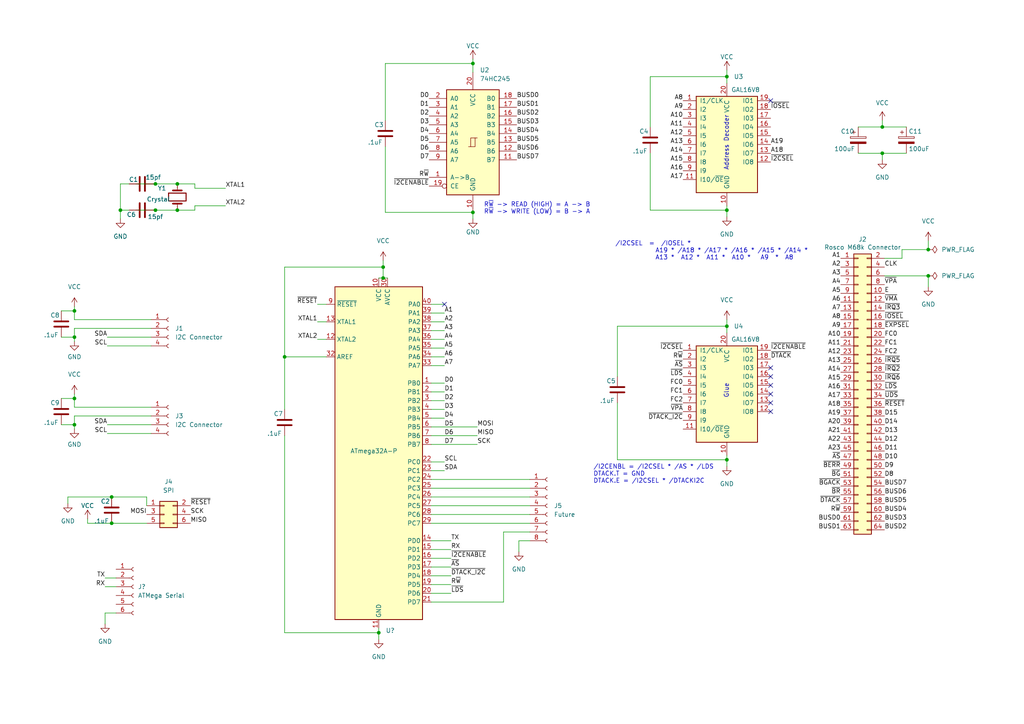
<source format=kicad_sch>
(kicad_sch (version 20211123) (generator eeschema)

  (uuid e63e39d7-6ac0-4ffd-8aa3-1841a4541b55)

  (paper "A4")

  (lib_symbols
    (symbol "74xx:74HC245" (pin_names (offset 1.016)) (in_bom yes) (on_board yes)
      (property "Reference" "U" (id 0) (at -7.62 16.51 0)
        (effects (font (size 1.27 1.27)))
      )
      (property "Value" "74HC245" (id 1) (at -7.62 -16.51 0)
        (effects (font (size 1.27 1.27)))
      )
      (property "Footprint" "" (id 2) (at 0 0 0)
        (effects (font (size 1.27 1.27)) hide)
      )
      (property "Datasheet" "http://www.ti.com/lit/gpn/sn74HC245" (id 3) (at 0 0 0)
        (effects (font (size 1.27 1.27)) hide)
      )
      (property "ki_locked" "" (id 4) (at 0 0 0)
        (effects (font (size 1.27 1.27)))
      )
      (property "ki_keywords" "HCMOS BUS 3State" (id 5) (at 0 0 0)
        (effects (font (size 1.27 1.27)) hide)
      )
      (property "ki_description" "Octal BUS Transceivers, 3-State outputs" (id 6) (at 0 0 0)
        (effects (font (size 1.27 1.27)) hide)
      )
      (property "ki_fp_filters" "DIP?20*" (id 7) (at 0 0 0)
        (effects (font (size 1.27 1.27)) hide)
      )
      (symbol "74HC245_1_0"
        (polyline
          (pts
            (xy -0.635 -1.27)
            (xy -0.635 1.27)
            (xy 0.635 1.27)
          )
          (stroke (width 0) (type default) (color 0 0 0 0))
          (fill (type none))
        )
        (polyline
          (pts
            (xy -1.27 -1.27)
            (xy 0.635 -1.27)
            (xy 0.635 1.27)
            (xy 1.27 1.27)
          )
          (stroke (width 0) (type default) (color 0 0 0 0))
          (fill (type none))
        )
        (pin input line (at -12.7 -10.16 0) (length 5.08)
          (name "A->B" (effects (font (size 1.27 1.27))))
          (number "1" (effects (font (size 1.27 1.27))))
        )
        (pin power_in line (at 0 -20.32 90) (length 5.08)
          (name "GND" (effects (font (size 1.27 1.27))))
          (number "10" (effects (font (size 1.27 1.27))))
        )
        (pin tri_state line (at 12.7 -5.08 180) (length 5.08)
          (name "B7" (effects (font (size 1.27 1.27))))
          (number "11" (effects (font (size 1.27 1.27))))
        )
        (pin tri_state line (at 12.7 -2.54 180) (length 5.08)
          (name "B6" (effects (font (size 1.27 1.27))))
          (number "12" (effects (font (size 1.27 1.27))))
        )
        (pin tri_state line (at 12.7 0 180) (length 5.08)
          (name "B5" (effects (font (size 1.27 1.27))))
          (number "13" (effects (font (size 1.27 1.27))))
        )
        (pin tri_state line (at 12.7 2.54 180) (length 5.08)
          (name "B4" (effects (font (size 1.27 1.27))))
          (number "14" (effects (font (size 1.27 1.27))))
        )
        (pin tri_state line (at 12.7 5.08 180) (length 5.08)
          (name "B3" (effects (font (size 1.27 1.27))))
          (number "15" (effects (font (size 1.27 1.27))))
        )
        (pin tri_state line (at 12.7 7.62 180) (length 5.08)
          (name "B2" (effects (font (size 1.27 1.27))))
          (number "16" (effects (font (size 1.27 1.27))))
        )
        (pin tri_state line (at 12.7 10.16 180) (length 5.08)
          (name "B1" (effects (font (size 1.27 1.27))))
          (number "17" (effects (font (size 1.27 1.27))))
        )
        (pin tri_state line (at 12.7 12.7 180) (length 5.08)
          (name "B0" (effects (font (size 1.27 1.27))))
          (number "18" (effects (font (size 1.27 1.27))))
        )
        (pin input inverted (at -12.7 -12.7 0) (length 5.08)
          (name "CE" (effects (font (size 1.27 1.27))))
          (number "19" (effects (font (size 1.27 1.27))))
        )
        (pin tri_state line (at -12.7 12.7 0) (length 5.08)
          (name "A0" (effects (font (size 1.27 1.27))))
          (number "2" (effects (font (size 1.27 1.27))))
        )
        (pin power_in line (at 0 20.32 270) (length 5.08)
          (name "VCC" (effects (font (size 1.27 1.27))))
          (number "20" (effects (font (size 1.27 1.27))))
        )
        (pin tri_state line (at -12.7 10.16 0) (length 5.08)
          (name "A1" (effects (font (size 1.27 1.27))))
          (number "3" (effects (font (size 1.27 1.27))))
        )
        (pin tri_state line (at -12.7 7.62 0) (length 5.08)
          (name "A2" (effects (font (size 1.27 1.27))))
          (number "4" (effects (font (size 1.27 1.27))))
        )
        (pin tri_state line (at -12.7 5.08 0) (length 5.08)
          (name "A3" (effects (font (size 1.27 1.27))))
          (number "5" (effects (font (size 1.27 1.27))))
        )
        (pin tri_state line (at -12.7 2.54 0) (length 5.08)
          (name "A4" (effects (font (size 1.27 1.27))))
          (number "6" (effects (font (size 1.27 1.27))))
        )
        (pin tri_state line (at -12.7 0 0) (length 5.08)
          (name "A5" (effects (font (size 1.27 1.27))))
          (number "7" (effects (font (size 1.27 1.27))))
        )
        (pin tri_state line (at -12.7 -2.54 0) (length 5.08)
          (name "A6" (effects (font (size 1.27 1.27))))
          (number "8" (effects (font (size 1.27 1.27))))
        )
        (pin tri_state line (at -12.7 -5.08 0) (length 5.08)
          (name "A7" (effects (font (size 1.27 1.27))))
          (number "9" (effects (font (size 1.27 1.27))))
        )
      )
      (symbol "74HC245_1_1"
        (rectangle (start -7.62 15.24) (end 7.62 -15.24)
          (stroke (width 0.254) (type default) (color 0 0 0 0))
          (fill (type background))
        )
      )
    )
    (symbol "Connector:Conn_01x04_Female" (pin_names (offset 1.016) hide) (in_bom yes) (on_board yes)
      (property "Reference" "J" (id 0) (at 0 5.08 0)
        (effects (font (size 1.27 1.27)))
      )
      (property "Value" "Conn_01x04_Female" (id 1) (at 0 -7.62 0)
        (effects (font (size 1.27 1.27)))
      )
      (property "Footprint" "" (id 2) (at 0 0 0)
        (effects (font (size 1.27 1.27)) hide)
      )
      (property "Datasheet" "~" (id 3) (at 0 0 0)
        (effects (font (size 1.27 1.27)) hide)
      )
      (property "ki_keywords" "connector" (id 4) (at 0 0 0)
        (effects (font (size 1.27 1.27)) hide)
      )
      (property "ki_description" "Generic connector, single row, 01x04, script generated (kicad-library-utils/schlib/autogen/connector/)" (id 5) (at 0 0 0)
        (effects (font (size 1.27 1.27)) hide)
      )
      (property "ki_fp_filters" "Connector*:*_1x??_*" (id 6) (at 0 0 0)
        (effects (font (size 1.27 1.27)) hide)
      )
      (symbol "Conn_01x04_Female_1_1"
        (arc (start 0 -4.572) (mid -0.508 -5.08) (end 0 -5.588)
          (stroke (width 0.1524) (type default) (color 0 0 0 0))
          (fill (type none))
        )
        (arc (start 0 -2.032) (mid -0.508 -2.54) (end 0 -3.048)
          (stroke (width 0.1524) (type default) (color 0 0 0 0))
          (fill (type none))
        )
        (polyline
          (pts
            (xy -1.27 -5.08)
            (xy -0.508 -5.08)
          )
          (stroke (width 0.1524) (type default) (color 0 0 0 0))
          (fill (type none))
        )
        (polyline
          (pts
            (xy -1.27 -2.54)
            (xy -0.508 -2.54)
          )
          (stroke (width 0.1524) (type default) (color 0 0 0 0))
          (fill (type none))
        )
        (polyline
          (pts
            (xy -1.27 0)
            (xy -0.508 0)
          )
          (stroke (width 0.1524) (type default) (color 0 0 0 0))
          (fill (type none))
        )
        (polyline
          (pts
            (xy -1.27 2.54)
            (xy -0.508 2.54)
          )
          (stroke (width 0.1524) (type default) (color 0 0 0 0))
          (fill (type none))
        )
        (arc (start 0 0.508) (mid -0.508 0) (end 0 -0.508)
          (stroke (width 0.1524) (type default) (color 0 0 0 0))
          (fill (type none))
        )
        (arc (start 0 3.048) (mid -0.508 2.54) (end 0 2.032)
          (stroke (width 0.1524) (type default) (color 0 0 0 0))
          (fill (type none))
        )
        (pin passive line (at -5.08 2.54 0) (length 3.81)
          (name "Pin_1" (effects (font (size 1.27 1.27))))
          (number "1" (effects (font (size 1.27 1.27))))
        )
        (pin passive line (at -5.08 0 0) (length 3.81)
          (name "Pin_2" (effects (font (size 1.27 1.27))))
          (number "2" (effects (font (size 1.27 1.27))))
        )
        (pin passive line (at -5.08 -2.54 0) (length 3.81)
          (name "Pin_3" (effects (font (size 1.27 1.27))))
          (number "3" (effects (font (size 1.27 1.27))))
        )
        (pin passive line (at -5.08 -5.08 0) (length 3.81)
          (name "Pin_4" (effects (font (size 1.27 1.27))))
          (number "4" (effects (font (size 1.27 1.27))))
        )
      )
    )
    (symbol "Connector:Conn_01x06_Female" (pin_names (offset 1.016) hide) (in_bom yes) (on_board yes)
      (property "Reference" "J" (id 0) (at 0 7.62 0)
        (effects (font (size 1.27 1.27)))
      )
      (property "Value" "Conn_01x06_Female" (id 1) (at 0 -10.16 0)
        (effects (font (size 1.27 1.27)))
      )
      (property "Footprint" "" (id 2) (at 0 0 0)
        (effects (font (size 1.27 1.27)) hide)
      )
      (property "Datasheet" "~" (id 3) (at 0 0 0)
        (effects (font (size 1.27 1.27)) hide)
      )
      (property "ki_keywords" "connector" (id 4) (at 0 0 0)
        (effects (font (size 1.27 1.27)) hide)
      )
      (property "ki_description" "Generic connector, single row, 01x06, script generated (kicad-library-utils/schlib/autogen/connector/)" (id 5) (at 0 0 0)
        (effects (font (size 1.27 1.27)) hide)
      )
      (property "ki_fp_filters" "Connector*:*_1x??_*" (id 6) (at 0 0 0)
        (effects (font (size 1.27 1.27)) hide)
      )
      (symbol "Conn_01x06_Female_1_1"
        (arc (start 0 -7.112) (mid -0.508 -7.62) (end 0 -8.128)
          (stroke (width 0.1524) (type default) (color 0 0 0 0))
          (fill (type none))
        )
        (arc (start 0 -4.572) (mid -0.508 -5.08) (end 0 -5.588)
          (stroke (width 0.1524) (type default) (color 0 0 0 0))
          (fill (type none))
        )
        (arc (start 0 -2.032) (mid -0.508 -2.54) (end 0 -3.048)
          (stroke (width 0.1524) (type default) (color 0 0 0 0))
          (fill (type none))
        )
        (polyline
          (pts
            (xy -1.27 -7.62)
            (xy -0.508 -7.62)
          )
          (stroke (width 0.1524) (type default) (color 0 0 0 0))
          (fill (type none))
        )
        (polyline
          (pts
            (xy -1.27 -5.08)
            (xy -0.508 -5.08)
          )
          (stroke (width 0.1524) (type default) (color 0 0 0 0))
          (fill (type none))
        )
        (polyline
          (pts
            (xy -1.27 -2.54)
            (xy -0.508 -2.54)
          )
          (stroke (width 0.1524) (type default) (color 0 0 0 0))
          (fill (type none))
        )
        (polyline
          (pts
            (xy -1.27 0)
            (xy -0.508 0)
          )
          (stroke (width 0.1524) (type default) (color 0 0 0 0))
          (fill (type none))
        )
        (polyline
          (pts
            (xy -1.27 2.54)
            (xy -0.508 2.54)
          )
          (stroke (width 0.1524) (type default) (color 0 0 0 0))
          (fill (type none))
        )
        (polyline
          (pts
            (xy -1.27 5.08)
            (xy -0.508 5.08)
          )
          (stroke (width 0.1524) (type default) (color 0 0 0 0))
          (fill (type none))
        )
        (arc (start 0 0.508) (mid -0.508 0) (end 0 -0.508)
          (stroke (width 0.1524) (type default) (color 0 0 0 0))
          (fill (type none))
        )
        (arc (start 0 3.048) (mid -0.508 2.54) (end 0 2.032)
          (stroke (width 0.1524) (type default) (color 0 0 0 0))
          (fill (type none))
        )
        (arc (start 0 5.588) (mid -0.508 5.08) (end 0 4.572)
          (stroke (width 0.1524) (type default) (color 0 0 0 0))
          (fill (type none))
        )
        (pin passive line (at -5.08 5.08 0) (length 3.81)
          (name "Pin_1" (effects (font (size 1.27 1.27))))
          (number "1" (effects (font (size 1.27 1.27))))
        )
        (pin passive line (at -5.08 2.54 0) (length 3.81)
          (name "Pin_2" (effects (font (size 1.27 1.27))))
          (number "2" (effects (font (size 1.27 1.27))))
        )
        (pin passive line (at -5.08 0 0) (length 3.81)
          (name "Pin_3" (effects (font (size 1.27 1.27))))
          (number "3" (effects (font (size 1.27 1.27))))
        )
        (pin passive line (at -5.08 -2.54 0) (length 3.81)
          (name "Pin_4" (effects (font (size 1.27 1.27))))
          (number "4" (effects (font (size 1.27 1.27))))
        )
        (pin passive line (at -5.08 -5.08 0) (length 3.81)
          (name "Pin_5" (effects (font (size 1.27 1.27))))
          (number "5" (effects (font (size 1.27 1.27))))
        )
        (pin passive line (at -5.08 -7.62 0) (length 3.81)
          (name "Pin_6" (effects (font (size 1.27 1.27))))
          (number "6" (effects (font (size 1.27 1.27))))
        )
      )
    )
    (symbol "Connector:Conn_01x08_Female" (pin_names (offset 1.016) hide) (in_bom yes) (on_board yes)
      (property "Reference" "J" (id 0) (at 0 10.16 0)
        (effects (font (size 1.27 1.27)))
      )
      (property "Value" "Conn_01x08_Female" (id 1) (at 0 -12.7 0)
        (effects (font (size 1.27 1.27)))
      )
      (property "Footprint" "" (id 2) (at 0 0 0)
        (effects (font (size 1.27 1.27)) hide)
      )
      (property "Datasheet" "~" (id 3) (at 0 0 0)
        (effects (font (size 1.27 1.27)) hide)
      )
      (property "ki_keywords" "connector" (id 4) (at 0 0 0)
        (effects (font (size 1.27 1.27)) hide)
      )
      (property "ki_description" "Generic connector, single row, 01x08, script generated (kicad-library-utils/schlib/autogen/connector/)" (id 5) (at 0 0 0)
        (effects (font (size 1.27 1.27)) hide)
      )
      (property "ki_fp_filters" "Connector*:*_1x??_*" (id 6) (at 0 0 0)
        (effects (font (size 1.27 1.27)) hide)
      )
      (symbol "Conn_01x08_Female_1_1"
        (arc (start 0 -9.652) (mid -0.508 -10.16) (end 0 -10.668)
          (stroke (width 0.1524) (type default) (color 0 0 0 0))
          (fill (type none))
        )
        (arc (start 0 -7.112) (mid -0.508 -7.62) (end 0 -8.128)
          (stroke (width 0.1524) (type default) (color 0 0 0 0))
          (fill (type none))
        )
        (arc (start 0 -4.572) (mid -0.508 -5.08) (end 0 -5.588)
          (stroke (width 0.1524) (type default) (color 0 0 0 0))
          (fill (type none))
        )
        (arc (start 0 -2.032) (mid -0.508 -2.54) (end 0 -3.048)
          (stroke (width 0.1524) (type default) (color 0 0 0 0))
          (fill (type none))
        )
        (polyline
          (pts
            (xy -1.27 -10.16)
            (xy -0.508 -10.16)
          )
          (stroke (width 0.1524) (type default) (color 0 0 0 0))
          (fill (type none))
        )
        (polyline
          (pts
            (xy -1.27 -7.62)
            (xy -0.508 -7.62)
          )
          (stroke (width 0.1524) (type default) (color 0 0 0 0))
          (fill (type none))
        )
        (polyline
          (pts
            (xy -1.27 -5.08)
            (xy -0.508 -5.08)
          )
          (stroke (width 0.1524) (type default) (color 0 0 0 0))
          (fill (type none))
        )
        (polyline
          (pts
            (xy -1.27 -2.54)
            (xy -0.508 -2.54)
          )
          (stroke (width 0.1524) (type default) (color 0 0 0 0))
          (fill (type none))
        )
        (polyline
          (pts
            (xy -1.27 0)
            (xy -0.508 0)
          )
          (stroke (width 0.1524) (type default) (color 0 0 0 0))
          (fill (type none))
        )
        (polyline
          (pts
            (xy -1.27 2.54)
            (xy -0.508 2.54)
          )
          (stroke (width 0.1524) (type default) (color 0 0 0 0))
          (fill (type none))
        )
        (polyline
          (pts
            (xy -1.27 5.08)
            (xy -0.508 5.08)
          )
          (stroke (width 0.1524) (type default) (color 0 0 0 0))
          (fill (type none))
        )
        (polyline
          (pts
            (xy -1.27 7.62)
            (xy -0.508 7.62)
          )
          (stroke (width 0.1524) (type default) (color 0 0 0 0))
          (fill (type none))
        )
        (arc (start 0 0.508) (mid -0.508 0) (end 0 -0.508)
          (stroke (width 0.1524) (type default) (color 0 0 0 0))
          (fill (type none))
        )
        (arc (start 0 3.048) (mid -0.508 2.54) (end 0 2.032)
          (stroke (width 0.1524) (type default) (color 0 0 0 0))
          (fill (type none))
        )
        (arc (start 0 5.588) (mid -0.508 5.08) (end 0 4.572)
          (stroke (width 0.1524) (type default) (color 0 0 0 0))
          (fill (type none))
        )
        (arc (start 0 8.128) (mid -0.508 7.62) (end 0 7.112)
          (stroke (width 0.1524) (type default) (color 0 0 0 0))
          (fill (type none))
        )
        (pin passive line (at -5.08 7.62 0) (length 3.81)
          (name "Pin_1" (effects (font (size 1.27 1.27))))
          (number "1" (effects (font (size 1.27 1.27))))
        )
        (pin passive line (at -5.08 5.08 0) (length 3.81)
          (name "Pin_2" (effects (font (size 1.27 1.27))))
          (number "2" (effects (font (size 1.27 1.27))))
        )
        (pin passive line (at -5.08 2.54 0) (length 3.81)
          (name "Pin_3" (effects (font (size 1.27 1.27))))
          (number "3" (effects (font (size 1.27 1.27))))
        )
        (pin passive line (at -5.08 0 0) (length 3.81)
          (name "Pin_4" (effects (font (size 1.27 1.27))))
          (number "4" (effects (font (size 1.27 1.27))))
        )
        (pin passive line (at -5.08 -2.54 0) (length 3.81)
          (name "Pin_5" (effects (font (size 1.27 1.27))))
          (number "5" (effects (font (size 1.27 1.27))))
        )
        (pin passive line (at -5.08 -5.08 0) (length 3.81)
          (name "Pin_6" (effects (font (size 1.27 1.27))))
          (number "6" (effects (font (size 1.27 1.27))))
        )
        (pin passive line (at -5.08 -7.62 0) (length 3.81)
          (name "Pin_7" (effects (font (size 1.27 1.27))))
          (number "7" (effects (font (size 1.27 1.27))))
        )
        (pin passive line (at -5.08 -10.16 0) (length 3.81)
          (name "Pin_8" (effects (font (size 1.27 1.27))))
          (number "8" (effects (font (size 1.27 1.27))))
        )
      )
    )
    (symbol "Connector_Generic:Conn_02x03_Odd_Even" (pin_names (offset 1.016) hide) (in_bom yes) (on_board yes)
      (property "Reference" "J" (id 0) (at 1.27 5.08 0)
        (effects (font (size 1.27 1.27)))
      )
      (property "Value" "Conn_02x03_Odd_Even" (id 1) (at 1.27 -5.08 0)
        (effects (font (size 1.27 1.27)))
      )
      (property "Footprint" "" (id 2) (at 0 0 0)
        (effects (font (size 1.27 1.27)) hide)
      )
      (property "Datasheet" "~" (id 3) (at 0 0 0)
        (effects (font (size 1.27 1.27)) hide)
      )
      (property "ki_keywords" "connector" (id 4) (at 0 0 0)
        (effects (font (size 1.27 1.27)) hide)
      )
      (property "ki_description" "Generic connector, double row, 02x03, odd/even pin numbering scheme (row 1 odd numbers, row 2 even numbers), script generated (kicad-library-utils/schlib/autogen/connector/)" (id 5) (at 0 0 0)
        (effects (font (size 1.27 1.27)) hide)
      )
      (property "ki_fp_filters" "Connector*:*_2x??_*" (id 6) (at 0 0 0)
        (effects (font (size 1.27 1.27)) hide)
      )
      (symbol "Conn_02x03_Odd_Even_1_1"
        (rectangle (start -1.27 -2.413) (end 0 -2.667)
          (stroke (width 0.1524) (type default) (color 0 0 0 0))
          (fill (type none))
        )
        (rectangle (start -1.27 0.127) (end 0 -0.127)
          (stroke (width 0.1524) (type default) (color 0 0 0 0))
          (fill (type none))
        )
        (rectangle (start -1.27 2.667) (end 0 2.413)
          (stroke (width 0.1524) (type default) (color 0 0 0 0))
          (fill (type none))
        )
        (rectangle (start -1.27 3.81) (end 3.81 -3.81)
          (stroke (width 0.254) (type default) (color 0 0 0 0))
          (fill (type background))
        )
        (rectangle (start 3.81 -2.413) (end 2.54 -2.667)
          (stroke (width 0.1524) (type default) (color 0 0 0 0))
          (fill (type none))
        )
        (rectangle (start 3.81 0.127) (end 2.54 -0.127)
          (stroke (width 0.1524) (type default) (color 0 0 0 0))
          (fill (type none))
        )
        (rectangle (start 3.81 2.667) (end 2.54 2.413)
          (stroke (width 0.1524) (type default) (color 0 0 0 0))
          (fill (type none))
        )
        (pin passive line (at -5.08 2.54 0) (length 3.81)
          (name "Pin_1" (effects (font (size 1.27 1.27))))
          (number "1" (effects (font (size 1.27 1.27))))
        )
        (pin passive line (at 7.62 2.54 180) (length 3.81)
          (name "Pin_2" (effects (font (size 1.27 1.27))))
          (number "2" (effects (font (size 1.27 1.27))))
        )
        (pin passive line (at -5.08 0 0) (length 3.81)
          (name "Pin_3" (effects (font (size 1.27 1.27))))
          (number "3" (effects (font (size 1.27 1.27))))
        )
        (pin passive line (at 7.62 0 180) (length 3.81)
          (name "Pin_4" (effects (font (size 1.27 1.27))))
          (number "4" (effects (font (size 1.27 1.27))))
        )
        (pin passive line (at -5.08 -2.54 0) (length 3.81)
          (name "Pin_5" (effects (font (size 1.27 1.27))))
          (number "5" (effects (font (size 1.27 1.27))))
        )
        (pin passive line (at 7.62 -2.54 180) (length 3.81)
          (name "Pin_6" (effects (font (size 1.27 1.27))))
          (number "6" (effects (font (size 1.27 1.27))))
        )
      )
    )
    (symbol "Connector_Generic:Conn_02x32_Odd_Even" (pin_names (offset 1.016) hide) (in_bom yes) (on_board yes)
      (property "Reference" "J" (id 0) (at 1.27 40.64 0)
        (effects (font (size 1.27 1.27)))
      )
      (property "Value" "Conn_02x32_Odd_Even" (id 1) (at 1.27 -43.18 0)
        (effects (font (size 1.27 1.27)))
      )
      (property "Footprint" "" (id 2) (at 0 0 0)
        (effects (font (size 1.27 1.27)) hide)
      )
      (property "Datasheet" "~" (id 3) (at 0 0 0)
        (effects (font (size 1.27 1.27)) hide)
      )
      (property "ki_keywords" "connector" (id 4) (at 0 0 0)
        (effects (font (size 1.27 1.27)) hide)
      )
      (property "ki_description" "Generic connector, double row, 02x32, odd/even pin numbering scheme (row 1 odd numbers, row 2 even numbers), script generated (kicad-library-utils/schlib/autogen/connector/)" (id 5) (at 0 0 0)
        (effects (font (size 1.27 1.27)) hide)
      )
      (property "ki_fp_filters" "Connector*:*_2x??_*" (id 6) (at 0 0 0)
        (effects (font (size 1.27 1.27)) hide)
      )
      (symbol "Conn_02x32_Odd_Even_1_1"
        (rectangle (start -1.27 -40.513) (end 0 -40.767)
          (stroke (width 0.1524) (type default) (color 0 0 0 0))
          (fill (type none))
        )
        (rectangle (start -1.27 -37.973) (end 0 -38.227)
          (stroke (width 0.1524) (type default) (color 0 0 0 0))
          (fill (type none))
        )
        (rectangle (start -1.27 -35.433) (end 0 -35.687)
          (stroke (width 0.1524) (type default) (color 0 0 0 0))
          (fill (type none))
        )
        (rectangle (start -1.27 -32.893) (end 0 -33.147)
          (stroke (width 0.1524) (type default) (color 0 0 0 0))
          (fill (type none))
        )
        (rectangle (start -1.27 -30.353) (end 0 -30.607)
          (stroke (width 0.1524) (type default) (color 0 0 0 0))
          (fill (type none))
        )
        (rectangle (start -1.27 -27.813) (end 0 -28.067)
          (stroke (width 0.1524) (type default) (color 0 0 0 0))
          (fill (type none))
        )
        (rectangle (start -1.27 -25.273) (end 0 -25.527)
          (stroke (width 0.1524) (type default) (color 0 0 0 0))
          (fill (type none))
        )
        (rectangle (start -1.27 -22.733) (end 0 -22.987)
          (stroke (width 0.1524) (type default) (color 0 0 0 0))
          (fill (type none))
        )
        (rectangle (start -1.27 -20.193) (end 0 -20.447)
          (stroke (width 0.1524) (type default) (color 0 0 0 0))
          (fill (type none))
        )
        (rectangle (start -1.27 -17.653) (end 0 -17.907)
          (stroke (width 0.1524) (type default) (color 0 0 0 0))
          (fill (type none))
        )
        (rectangle (start -1.27 -15.113) (end 0 -15.367)
          (stroke (width 0.1524) (type default) (color 0 0 0 0))
          (fill (type none))
        )
        (rectangle (start -1.27 -12.573) (end 0 -12.827)
          (stroke (width 0.1524) (type default) (color 0 0 0 0))
          (fill (type none))
        )
        (rectangle (start -1.27 -10.033) (end 0 -10.287)
          (stroke (width 0.1524) (type default) (color 0 0 0 0))
          (fill (type none))
        )
        (rectangle (start -1.27 -7.493) (end 0 -7.747)
          (stroke (width 0.1524) (type default) (color 0 0 0 0))
          (fill (type none))
        )
        (rectangle (start -1.27 -4.953) (end 0 -5.207)
          (stroke (width 0.1524) (type default) (color 0 0 0 0))
          (fill (type none))
        )
        (rectangle (start -1.27 -2.413) (end 0 -2.667)
          (stroke (width 0.1524) (type default) (color 0 0 0 0))
          (fill (type none))
        )
        (rectangle (start -1.27 0.127) (end 0 -0.127)
          (stroke (width 0.1524) (type default) (color 0 0 0 0))
          (fill (type none))
        )
        (rectangle (start -1.27 2.667) (end 0 2.413)
          (stroke (width 0.1524) (type default) (color 0 0 0 0))
          (fill (type none))
        )
        (rectangle (start -1.27 5.207) (end 0 4.953)
          (stroke (width 0.1524) (type default) (color 0 0 0 0))
          (fill (type none))
        )
        (rectangle (start -1.27 7.747) (end 0 7.493)
          (stroke (width 0.1524) (type default) (color 0 0 0 0))
          (fill (type none))
        )
        (rectangle (start -1.27 10.287) (end 0 10.033)
          (stroke (width 0.1524) (type default) (color 0 0 0 0))
          (fill (type none))
        )
        (rectangle (start -1.27 12.827) (end 0 12.573)
          (stroke (width 0.1524) (type default) (color 0 0 0 0))
          (fill (type none))
        )
        (rectangle (start -1.27 15.367) (end 0 15.113)
          (stroke (width 0.1524) (type default) (color 0 0 0 0))
          (fill (type none))
        )
        (rectangle (start -1.27 17.907) (end 0 17.653)
          (stroke (width 0.1524) (type default) (color 0 0 0 0))
          (fill (type none))
        )
        (rectangle (start -1.27 20.447) (end 0 20.193)
          (stroke (width 0.1524) (type default) (color 0 0 0 0))
          (fill (type none))
        )
        (rectangle (start -1.27 22.987) (end 0 22.733)
          (stroke (width 0.1524) (type default) (color 0 0 0 0))
          (fill (type none))
        )
        (rectangle (start -1.27 25.527) (end 0 25.273)
          (stroke (width 0.1524) (type default) (color 0 0 0 0))
          (fill (type none))
        )
        (rectangle (start -1.27 28.067) (end 0 27.813)
          (stroke (width 0.1524) (type default) (color 0 0 0 0))
          (fill (type none))
        )
        (rectangle (start -1.27 30.607) (end 0 30.353)
          (stroke (width 0.1524) (type default) (color 0 0 0 0))
          (fill (type none))
        )
        (rectangle (start -1.27 33.147) (end 0 32.893)
          (stroke (width 0.1524) (type default) (color 0 0 0 0))
          (fill (type none))
        )
        (rectangle (start -1.27 35.687) (end 0 35.433)
          (stroke (width 0.1524) (type default) (color 0 0 0 0))
          (fill (type none))
        )
        (rectangle (start -1.27 38.227) (end 0 37.973)
          (stroke (width 0.1524) (type default) (color 0 0 0 0))
          (fill (type none))
        )
        (rectangle (start -1.27 39.37) (end 3.81 -41.91)
          (stroke (width 0.254) (type default) (color 0 0 0 0))
          (fill (type background))
        )
        (rectangle (start 3.81 -40.513) (end 2.54 -40.767)
          (stroke (width 0.1524) (type default) (color 0 0 0 0))
          (fill (type none))
        )
        (rectangle (start 3.81 -37.973) (end 2.54 -38.227)
          (stroke (width 0.1524) (type default) (color 0 0 0 0))
          (fill (type none))
        )
        (rectangle (start 3.81 -35.433) (end 2.54 -35.687)
          (stroke (width 0.1524) (type default) (color 0 0 0 0))
          (fill (type none))
        )
        (rectangle (start 3.81 -32.893) (end 2.54 -33.147)
          (stroke (width 0.1524) (type default) (color 0 0 0 0))
          (fill (type none))
        )
        (rectangle (start 3.81 -30.353) (end 2.54 -30.607)
          (stroke (width 0.1524) (type default) (color 0 0 0 0))
          (fill (type none))
        )
        (rectangle (start 3.81 -27.813) (end 2.54 -28.067)
          (stroke (width 0.1524) (type default) (color 0 0 0 0))
          (fill (type none))
        )
        (rectangle (start 3.81 -25.273) (end 2.54 -25.527)
          (stroke (width 0.1524) (type default) (color 0 0 0 0))
          (fill (type none))
        )
        (rectangle (start 3.81 -22.733) (end 2.54 -22.987)
          (stroke (width 0.1524) (type default) (color 0 0 0 0))
          (fill (type none))
        )
        (rectangle (start 3.81 -20.193) (end 2.54 -20.447)
          (stroke (width 0.1524) (type default) (color 0 0 0 0))
          (fill (type none))
        )
        (rectangle (start 3.81 -17.653) (end 2.54 -17.907)
          (stroke (width 0.1524) (type default) (color 0 0 0 0))
          (fill (type none))
        )
        (rectangle (start 3.81 -15.113) (end 2.54 -15.367)
          (stroke (width 0.1524) (type default) (color 0 0 0 0))
          (fill (type none))
        )
        (rectangle (start 3.81 -12.573) (end 2.54 -12.827)
          (stroke (width 0.1524) (type default) (color 0 0 0 0))
          (fill (type none))
        )
        (rectangle (start 3.81 -10.033) (end 2.54 -10.287)
          (stroke (width 0.1524) (type default) (color 0 0 0 0))
          (fill (type none))
        )
        (rectangle (start 3.81 -7.493) (end 2.54 -7.747)
          (stroke (width 0.1524) (type default) (color 0 0 0 0))
          (fill (type none))
        )
        (rectangle (start 3.81 -4.953) (end 2.54 -5.207)
          (stroke (width 0.1524) (type default) (color 0 0 0 0))
          (fill (type none))
        )
        (rectangle (start 3.81 -2.413) (end 2.54 -2.667)
          (stroke (width 0.1524) (type default) (color 0 0 0 0))
          (fill (type none))
        )
        (rectangle (start 3.81 0.127) (end 2.54 -0.127)
          (stroke (width 0.1524) (type default) (color 0 0 0 0))
          (fill (type none))
        )
        (rectangle (start 3.81 2.667) (end 2.54 2.413)
          (stroke (width 0.1524) (type default) (color 0 0 0 0))
          (fill (type none))
        )
        (rectangle (start 3.81 5.207) (end 2.54 4.953)
          (stroke (width 0.1524) (type default) (color 0 0 0 0))
          (fill (type none))
        )
        (rectangle (start 3.81 7.747) (end 2.54 7.493)
          (stroke (width 0.1524) (type default) (color 0 0 0 0))
          (fill (type none))
        )
        (rectangle (start 3.81 10.287) (end 2.54 10.033)
          (stroke (width 0.1524) (type default) (color 0 0 0 0))
          (fill (type none))
        )
        (rectangle (start 3.81 12.827) (end 2.54 12.573)
          (stroke (width 0.1524) (type default) (color 0 0 0 0))
          (fill (type none))
        )
        (rectangle (start 3.81 15.367) (end 2.54 15.113)
          (stroke (width 0.1524) (type default) (color 0 0 0 0))
          (fill (type none))
        )
        (rectangle (start 3.81 17.907) (end 2.54 17.653)
          (stroke (width 0.1524) (type default) (color 0 0 0 0))
          (fill (type none))
        )
        (rectangle (start 3.81 20.447) (end 2.54 20.193)
          (stroke (width 0.1524) (type default) (color 0 0 0 0))
          (fill (type none))
        )
        (rectangle (start 3.81 22.987) (end 2.54 22.733)
          (stroke (width 0.1524) (type default) (color 0 0 0 0))
          (fill (type none))
        )
        (rectangle (start 3.81 25.527) (end 2.54 25.273)
          (stroke (width 0.1524) (type default) (color 0 0 0 0))
          (fill (type none))
        )
        (rectangle (start 3.81 28.067) (end 2.54 27.813)
          (stroke (width 0.1524) (type default) (color 0 0 0 0))
          (fill (type none))
        )
        (rectangle (start 3.81 30.607) (end 2.54 30.353)
          (stroke (width 0.1524) (type default) (color 0 0 0 0))
          (fill (type none))
        )
        (rectangle (start 3.81 33.147) (end 2.54 32.893)
          (stroke (width 0.1524) (type default) (color 0 0 0 0))
          (fill (type none))
        )
        (rectangle (start 3.81 35.687) (end 2.54 35.433)
          (stroke (width 0.1524) (type default) (color 0 0 0 0))
          (fill (type none))
        )
        (rectangle (start 3.81 38.227) (end 2.54 37.973)
          (stroke (width 0.1524) (type default) (color 0 0 0 0))
          (fill (type none))
        )
        (pin passive line (at -5.08 38.1 0) (length 3.81)
          (name "Pin_1" (effects (font (size 1.27 1.27))))
          (number "1" (effects (font (size 1.27 1.27))))
        )
        (pin passive line (at 7.62 27.94 180) (length 3.81)
          (name "Pin_10" (effects (font (size 1.27 1.27))))
          (number "10" (effects (font (size 1.27 1.27))))
        )
        (pin passive line (at -5.08 25.4 0) (length 3.81)
          (name "Pin_11" (effects (font (size 1.27 1.27))))
          (number "11" (effects (font (size 1.27 1.27))))
        )
        (pin passive line (at 7.62 25.4 180) (length 3.81)
          (name "Pin_12" (effects (font (size 1.27 1.27))))
          (number "12" (effects (font (size 1.27 1.27))))
        )
        (pin passive line (at -5.08 22.86 0) (length 3.81)
          (name "Pin_13" (effects (font (size 1.27 1.27))))
          (number "13" (effects (font (size 1.27 1.27))))
        )
        (pin passive line (at 7.62 22.86 180) (length 3.81)
          (name "Pin_14" (effects (font (size 1.27 1.27))))
          (number "14" (effects (font (size 1.27 1.27))))
        )
        (pin passive line (at -5.08 20.32 0) (length 3.81)
          (name "Pin_15" (effects (font (size 1.27 1.27))))
          (number "15" (effects (font (size 1.27 1.27))))
        )
        (pin passive line (at 7.62 20.32 180) (length 3.81)
          (name "Pin_16" (effects (font (size 1.27 1.27))))
          (number "16" (effects (font (size 1.27 1.27))))
        )
        (pin passive line (at -5.08 17.78 0) (length 3.81)
          (name "Pin_17" (effects (font (size 1.27 1.27))))
          (number "17" (effects (font (size 1.27 1.27))))
        )
        (pin passive line (at 7.62 17.78 180) (length 3.81)
          (name "Pin_18" (effects (font (size 1.27 1.27))))
          (number "18" (effects (font (size 1.27 1.27))))
        )
        (pin passive line (at -5.08 15.24 0) (length 3.81)
          (name "Pin_19" (effects (font (size 1.27 1.27))))
          (number "19" (effects (font (size 1.27 1.27))))
        )
        (pin passive line (at 7.62 38.1 180) (length 3.81)
          (name "Pin_2" (effects (font (size 1.27 1.27))))
          (number "2" (effects (font (size 1.27 1.27))))
        )
        (pin passive line (at 7.62 15.24 180) (length 3.81)
          (name "Pin_20" (effects (font (size 1.27 1.27))))
          (number "20" (effects (font (size 1.27 1.27))))
        )
        (pin passive line (at -5.08 12.7 0) (length 3.81)
          (name "Pin_21" (effects (font (size 1.27 1.27))))
          (number "21" (effects (font (size 1.27 1.27))))
        )
        (pin passive line (at 7.62 12.7 180) (length 3.81)
          (name "Pin_22" (effects (font (size 1.27 1.27))))
          (number "22" (effects (font (size 1.27 1.27))))
        )
        (pin passive line (at -5.08 10.16 0) (length 3.81)
          (name "Pin_23" (effects (font (size 1.27 1.27))))
          (number "23" (effects (font (size 1.27 1.27))))
        )
        (pin passive line (at 7.62 10.16 180) (length 3.81)
          (name "Pin_24" (effects (font (size 1.27 1.27))))
          (number "24" (effects (font (size 1.27 1.27))))
        )
        (pin passive line (at -5.08 7.62 0) (length 3.81)
          (name "Pin_25" (effects (font (size 1.27 1.27))))
          (number "25" (effects (font (size 1.27 1.27))))
        )
        (pin passive line (at 7.62 7.62 180) (length 3.81)
          (name "Pin_26" (effects (font (size 1.27 1.27))))
          (number "26" (effects (font (size 1.27 1.27))))
        )
        (pin passive line (at -5.08 5.08 0) (length 3.81)
          (name "Pin_27" (effects (font (size 1.27 1.27))))
          (number "27" (effects (font (size 1.27 1.27))))
        )
        (pin passive line (at 7.62 5.08 180) (length 3.81)
          (name "Pin_28" (effects (font (size 1.27 1.27))))
          (number "28" (effects (font (size 1.27 1.27))))
        )
        (pin passive line (at -5.08 2.54 0) (length 3.81)
          (name "Pin_29" (effects (font (size 1.27 1.27))))
          (number "29" (effects (font (size 1.27 1.27))))
        )
        (pin passive line (at -5.08 35.56 0) (length 3.81)
          (name "Pin_3" (effects (font (size 1.27 1.27))))
          (number "3" (effects (font (size 1.27 1.27))))
        )
        (pin passive line (at 7.62 2.54 180) (length 3.81)
          (name "Pin_30" (effects (font (size 1.27 1.27))))
          (number "30" (effects (font (size 1.27 1.27))))
        )
        (pin passive line (at -5.08 0 0) (length 3.81)
          (name "Pin_31" (effects (font (size 1.27 1.27))))
          (number "31" (effects (font (size 1.27 1.27))))
        )
        (pin passive line (at 7.62 0 180) (length 3.81)
          (name "Pin_32" (effects (font (size 1.27 1.27))))
          (number "32" (effects (font (size 1.27 1.27))))
        )
        (pin passive line (at -5.08 -2.54 0) (length 3.81)
          (name "Pin_33" (effects (font (size 1.27 1.27))))
          (number "33" (effects (font (size 1.27 1.27))))
        )
        (pin passive line (at 7.62 -2.54 180) (length 3.81)
          (name "Pin_34" (effects (font (size 1.27 1.27))))
          (number "34" (effects (font (size 1.27 1.27))))
        )
        (pin passive line (at -5.08 -5.08 0) (length 3.81)
          (name "Pin_35" (effects (font (size 1.27 1.27))))
          (number "35" (effects (font (size 1.27 1.27))))
        )
        (pin passive line (at 7.62 -5.08 180) (length 3.81)
          (name "Pin_36" (effects (font (size 1.27 1.27))))
          (number "36" (effects (font (size 1.27 1.27))))
        )
        (pin passive line (at -5.08 -7.62 0) (length 3.81)
          (name "Pin_37" (effects (font (size 1.27 1.27))))
          (number "37" (effects (font (size 1.27 1.27))))
        )
        (pin passive line (at 7.62 -7.62 180) (length 3.81)
          (name "Pin_38" (effects (font (size 1.27 1.27))))
          (number "38" (effects (font (size 1.27 1.27))))
        )
        (pin passive line (at -5.08 -10.16 0) (length 3.81)
          (name "Pin_39" (effects (font (size 1.27 1.27))))
          (number "39" (effects (font (size 1.27 1.27))))
        )
        (pin passive line (at 7.62 35.56 180) (length 3.81)
          (name "Pin_4" (effects (font (size 1.27 1.27))))
          (number "4" (effects (font (size 1.27 1.27))))
        )
        (pin passive line (at 7.62 -10.16 180) (length 3.81)
          (name "Pin_40" (effects (font (size 1.27 1.27))))
          (number "40" (effects (font (size 1.27 1.27))))
        )
        (pin passive line (at -5.08 -12.7 0) (length 3.81)
          (name "Pin_41" (effects (font (size 1.27 1.27))))
          (number "41" (effects (font (size 1.27 1.27))))
        )
        (pin passive line (at 7.62 -12.7 180) (length 3.81)
          (name "Pin_42" (effects (font (size 1.27 1.27))))
          (number "42" (effects (font (size 1.27 1.27))))
        )
        (pin passive line (at -5.08 -15.24 0) (length 3.81)
          (name "Pin_43" (effects (font (size 1.27 1.27))))
          (number "43" (effects (font (size 1.27 1.27))))
        )
        (pin passive line (at 7.62 -15.24 180) (length 3.81)
          (name "Pin_44" (effects (font (size 1.27 1.27))))
          (number "44" (effects (font (size 1.27 1.27))))
        )
        (pin passive line (at -5.08 -17.78 0) (length 3.81)
          (name "Pin_45" (effects (font (size 1.27 1.27))))
          (number "45" (effects (font (size 1.27 1.27))))
        )
        (pin passive line (at 7.62 -17.78 180) (length 3.81)
          (name "Pin_46" (effects (font (size 1.27 1.27))))
          (number "46" (effects (font (size 1.27 1.27))))
        )
        (pin passive line (at -5.08 -20.32 0) (length 3.81)
          (name "Pin_47" (effects (font (size 1.27 1.27))))
          (number "47" (effects (font (size 1.27 1.27))))
        )
        (pin passive line (at 7.62 -20.32 180) (length 3.81)
          (name "Pin_48" (effects (font (size 1.27 1.27))))
          (number "48" (effects (font (size 1.27 1.27))))
        )
        (pin passive line (at -5.08 -22.86 0) (length 3.81)
          (name "Pin_49" (effects (font (size 1.27 1.27))))
          (number "49" (effects (font (size 1.27 1.27))))
        )
        (pin passive line (at -5.08 33.02 0) (length 3.81)
          (name "Pin_5" (effects (font (size 1.27 1.27))))
          (number "5" (effects (font (size 1.27 1.27))))
        )
        (pin passive line (at 7.62 -22.86 180) (length 3.81)
          (name "Pin_50" (effects (font (size 1.27 1.27))))
          (number "50" (effects (font (size 1.27 1.27))))
        )
        (pin passive line (at -5.08 -25.4 0) (length 3.81)
          (name "Pin_51" (effects (font (size 1.27 1.27))))
          (number "51" (effects (font (size 1.27 1.27))))
        )
        (pin passive line (at 7.62 -25.4 180) (length 3.81)
          (name "Pin_52" (effects (font (size 1.27 1.27))))
          (number "52" (effects (font (size 1.27 1.27))))
        )
        (pin passive line (at -5.08 -27.94 0) (length 3.81)
          (name "Pin_53" (effects (font (size 1.27 1.27))))
          (number "53" (effects (font (size 1.27 1.27))))
        )
        (pin passive line (at 7.62 -27.94 180) (length 3.81)
          (name "Pin_54" (effects (font (size 1.27 1.27))))
          (number "54" (effects (font (size 1.27 1.27))))
        )
        (pin passive line (at -5.08 -30.48 0) (length 3.81)
          (name "Pin_55" (effects (font (size 1.27 1.27))))
          (number "55" (effects (font (size 1.27 1.27))))
        )
        (pin passive line (at 7.62 -30.48 180) (length 3.81)
          (name "Pin_56" (effects (font (size 1.27 1.27))))
          (number "56" (effects (font (size 1.27 1.27))))
        )
        (pin passive line (at -5.08 -33.02 0) (length 3.81)
          (name "Pin_57" (effects (font (size 1.27 1.27))))
          (number "57" (effects (font (size 1.27 1.27))))
        )
        (pin passive line (at 7.62 -33.02 180) (length 3.81)
          (name "Pin_58" (effects (font (size 1.27 1.27))))
          (number "58" (effects (font (size 1.27 1.27))))
        )
        (pin passive line (at -5.08 -35.56 0) (length 3.81)
          (name "Pin_59" (effects (font (size 1.27 1.27))))
          (number "59" (effects (font (size 1.27 1.27))))
        )
        (pin passive line (at 7.62 33.02 180) (length 3.81)
          (name "Pin_6" (effects (font (size 1.27 1.27))))
          (number "6" (effects (font (size 1.27 1.27))))
        )
        (pin passive line (at 7.62 -35.56 180) (length 3.81)
          (name "Pin_60" (effects (font (size 1.27 1.27))))
          (number "60" (effects (font (size 1.27 1.27))))
        )
        (pin passive line (at -5.08 -38.1 0) (length 3.81)
          (name "Pin_61" (effects (font (size 1.27 1.27))))
          (number "61" (effects (font (size 1.27 1.27))))
        )
        (pin passive line (at 7.62 -38.1 180) (length 3.81)
          (name "Pin_62" (effects (font (size 1.27 1.27))))
          (number "62" (effects (font (size 1.27 1.27))))
        )
        (pin passive line (at -5.08 -40.64 0) (length 3.81)
          (name "Pin_63" (effects (font (size 1.27 1.27))))
          (number "63" (effects (font (size 1.27 1.27))))
        )
        (pin passive line (at 7.62 -40.64 180) (length 3.81)
          (name "Pin_64" (effects (font (size 1.27 1.27))))
          (number "64" (effects (font (size 1.27 1.27))))
        )
        (pin passive line (at -5.08 30.48 0) (length 3.81)
          (name "Pin_7" (effects (font (size 1.27 1.27))))
          (number "7" (effects (font (size 1.27 1.27))))
        )
        (pin passive line (at 7.62 30.48 180) (length 3.81)
          (name "Pin_8" (effects (font (size 1.27 1.27))))
          (number "8" (effects (font (size 1.27 1.27))))
        )
        (pin passive line (at -5.08 27.94 0) (length 3.81)
          (name "Pin_9" (effects (font (size 1.27 1.27))))
          (number "9" (effects (font (size 1.27 1.27))))
        )
      )
    )
    (symbol "Device:C" (pin_numbers hide) (pin_names (offset 0.254)) (in_bom yes) (on_board yes)
      (property "Reference" "C" (id 0) (at 0.635 2.54 0)
        (effects (font (size 1.27 1.27)) (justify left))
      )
      (property "Value" "C" (id 1) (at 0.635 -2.54 0)
        (effects (font (size 1.27 1.27)) (justify left))
      )
      (property "Footprint" "" (id 2) (at 0.9652 -3.81 0)
        (effects (font (size 1.27 1.27)) hide)
      )
      (property "Datasheet" "~" (id 3) (at 0 0 0)
        (effects (font (size 1.27 1.27)) hide)
      )
      (property "ki_keywords" "cap capacitor" (id 4) (at 0 0 0)
        (effects (font (size 1.27 1.27)) hide)
      )
      (property "ki_description" "Unpolarized capacitor" (id 5) (at 0 0 0)
        (effects (font (size 1.27 1.27)) hide)
      )
      (property "ki_fp_filters" "C_*" (id 6) (at 0 0 0)
        (effects (font (size 1.27 1.27)) hide)
      )
      (symbol "C_0_1"
        (polyline
          (pts
            (xy -2.032 -0.762)
            (xy 2.032 -0.762)
          )
          (stroke (width 0.508) (type default) (color 0 0 0 0))
          (fill (type none))
        )
        (polyline
          (pts
            (xy -2.032 0.762)
            (xy 2.032 0.762)
          )
          (stroke (width 0.508) (type default) (color 0 0 0 0))
          (fill (type none))
        )
      )
      (symbol "C_1_1"
        (pin passive line (at 0 3.81 270) (length 2.794)
          (name "~" (effects (font (size 1.27 1.27))))
          (number "1" (effects (font (size 1.27 1.27))))
        )
        (pin passive line (at 0 -3.81 90) (length 2.794)
          (name "~" (effects (font (size 1.27 1.27))))
          (number "2" (effects (font (size 1.27 1.27))))
        )
      )
    )
    (symbol "Device:C_Polarized" (pin_numbers hide) (pin_names (offset 0.254)) (in_bom yes) (on_board yes)
      (property "Reference" "C" (id 0) (at 0.635 2.54 0)
        (effects (font (size 1.27 1.27)) (justify left))
      )
      (property "Value" "C_Polarized" (id 1) (at 0.635 -2.54 0)
        (effects (font (size 1.27 1.27)) (justify left))
      )
      (property "Footprint" "" (id 2) (at 0.9652 -3.81 0)
        (effects (font (size 1.27 1.27)) hide)
      )
      (property "Datasheet" "~" (id 3) (at 0 0 0)
        (effects (font (size 1.27 1.27)) hide)
      )
      (property "ki_keywords" "cap capacitor" (id 4) (at 0 0 0)
        (effects (font (size 1.27 1.27)) hide)
      )
      (property "ki_description" "Polarized capacitor" (id 5) (at 0 0 0)
        (effects (font (size 1.27 1.27)) hide)
      )
      (property "ki_fp_filters" "CP_*" (id 6) (at 0 0 0)
        (effects (font (size 1.27 1.27)) hide)
      )
      (symbol "C_Polarized_0_1"
        (rectangle (start -2.286 0.508) (end 2.286 1.016)
          (stroke (width 0) (type default) (color 0 0 0 0))
          (fill (type none))
        )
        (polyline
          (pts
            (xy -1.778 2.286)
            (xy -0.762 2.286)
          )
          (stroke (width 0) (type default) (color 0 0 0 0))
          (fill (type none))
        )
        (polyline
          (pts
            (xy -1.27 2.794)
            (xy -1.27 1.778)
          )
          (stroke (width 0) (type default) (color 0 0 0 0))
          (fill (type none))
        )
        (rectangle (start 2.286 -0.508) (end -2.286 -1.016)
          (stroke (width 0) (type default) (color 0 0 0 0))
          (fill (type outline))
        )
      )
      (symbol "C_Polarized_1_1"
        (pin passive line (at 0 3.81 270) (length 2.794)
          (name "~" (effects (font (size 1.27 1.27))))
          (number "1" (effects (font (size 1.27 1.27))))
        )
        (pin passive line (at 0 -3.81 90) (length 2.794)
          (name "~" (effects (font (size 1.27 1.27))))
          (number "2" (effects (font (size 1.27 1.27))))
        )
      )
    )
    (symbol "Device:Crystal" (pin_numbers hide) (pin_names (offset 1.016) hide) (in_bom yes) (on_board yes)
      (property "Reference" "Y" (id 0) (at 0 3.81 0)
        (effects (font (size 1.27 1.27)))
      )
      (property "Value" "Crystal" (id 1) (at 0 -3.81 0)
        (effects (font (size 1.27 1.27)))
      )
      (property "Footprint" "" (id 2) (at 0 0 0)
        (effects (font (size 1.27 1.27)) hide)
      )
      (property "Datasheet" "~" (id 3) (at 0 0 0)
        (effects (font (size 1.27 1.27)) hide)
      )
      (property "ki_keywords" "quartz ceramic resonator oscillator" (id 4) (at 0 0 0)
        (effects (font (size 1.27 1.27)) hide)
      )
      (property "ki_description" "Two pin crystal" (id 5) (at 0 0 0)
        (effects (font (size 1.27 1.27)) hide)
      )
      (property "ki_fp_filters" "Crystal*" (id 6) (at 0 0 0)
        (effects (font (size 1.27 1.27)) hide)
      )
      (symbol "Crystal_0_1"
        (rectangle (start -1.143 2.54) (end 1.143 -2.54)
          (stroke (width 0.3048) (type default) (color 0 0 0 0))
          (fill (type none))
        )
        (polyline
          (pts
            (xy -2.54 0)
            (xy -1.905 0)
          )
          (stroke (width 0) (type default) (color 0 0 0 0))
          (fill (type none))
        )
        (polyline
          (pts
            (xy -1.905 -1.27)
            (xy -1.905 1.27)
          )
          (stroke (width 0.508) (type default) (color 0 0 0 0))
          (fill (type none))
        )
        (polyline
          (pts
            (xy 1.905 -1.27)
            (xy 1.905 1.27)
          )
          (stroke (width 0.508) (type default) (color 0 0 0 0))
          (fill (type none))
        )
        (polyline
          (pts
            (xy 2.54 0)
            (xy 1.905 0)
          )
          (stroke (width 0) (type default) (color 0 0 0 0))
          (fill (type none))
        )
      )
      (symbol "Crystal_1_1"
        (pin passive line (at -3.81 0 0) (length 1.27)
          (name "1" (effects (font (size 1.27 1.27))))
          (number "1" (effects (font (size 1.27 1.27))))
        )
        (pin passive line (at 3.81 0 180) (length 1.27)
          (name "2" (effects (font (size 1.27 1.27))))
          (number "2" (effects (font (size 1.27 1.27))))
        )
      )
    )
    (symbol "Logic_Programmable:GAL16V8" (pin_names (offset 1.016)) (in_bom yes) (on_board yes)
      (property "Reference" "U" (id 0) (at -8.89 16.51 0)
        (effects (font (size 1.27 1.27)) (justify left))
      )
      (property "Value" "GAL16V8" (id 1) (at 1.27 16.51 0)
        (effects (font (size 1.27 1.27)) (justify left))
      )
      (property "Footprint" "" (id 2) (at 0 0 0)
        (effects (font (size 1.27 1.27)) hide)
      )
      (property "Datasheet" "" (id 3) (at 0 0 0)
        (effects (font (size 1.27 1.27)) hide)
      )
      (property "ki_keywords" "GAL PLD 16V8" (id 4) (at 0 0 0)
        (effects (font (size 1.27 1.27)) hide)
      )
      (property "ki_description" "Programmable Logic Array, DIP-20/SOIC-20/PLCC-20" (id 5) (at 0 0 0)
        (effects (font (size 1.27 1.27)) hide)
      )
      (property "ki_fp_filters" "DIP* PDIP* SOIC* SO* PLCC*" (id 6) (at 0 0 0)
        (effects (font (size 1.27 1.27)) hide)
      )
      (symbol "GAL16V8_0_0"
        (pin power_in line (at 0 -17.78 90) (length 3.81)
          (name "GND" (effects (font (size 1.27 1.27))))
          (number "10" (effects (font (size 1.27 1.27))))
        )
        (pin power_in line (at 0 17.78 270) (length 3.81)
          (name "VCC" (effects (font (size 1.27 1.27))))
          (number "20" (effects (font (size 1.27 1.27))))
        )
      )
      (symbol "GAL16V8_0_1"
        (rectangle (start -8.89 13.97) (end 8.89 -13.97)
          (stroke (width 0.254) (type default) (color 0 0 0 0))
          (fill (type background))
        )
      )
      (symbol "GAL16V8_1_1"
        (pin input line (at -12.7 12.7 0) (length 3.81)
          (name "I1/CLK" (effects (font (size 1.27 1.27))))
          (number "1" (effects (font (size 1.27 1.27))))
        )
        (pin input line (at -12.7 -10.16 0) (length 3.81)
          (name "I10/~{OE}" (effects (font (size 1.27 1.27))))
          (number "11" (effects (font (size 1.27 1.27))))
        )
        (pin tri_state line (at 12.7 -5.08 180) (length 3.81)
          (name "IO8" (effects (font (size 1.27 1.27))))
          (number "12" (effects (font (size 1.27 1.27))))
        )
        (pin tri_state line (at 12.7 -2.54 180) (length 3.81)
          (name "IO7" (effects (font (size 1.27 1.27))))
          (number "13" (effects (font (size 1.27 1.27))))
        )
        (pin tri_state line (at 12.7 0 180) (length 3.81)
          (name "IO6" (effects (font (size 1.27 1.27))))
          (number "14" (effects (font (size 1.27 1.27))))
        )
        (pin tri_state line (at 12.7 2.54 180) (length 3.81)
          (name "IO5" (effects (font (size 1.27 1.27))))
          (number "15" (effects (font (size 1.27 1.27))))
        )
        (pin tri_state line (at 12.7 5.08 180) (length 3.81)
          (name "IO4" (effects (font (size 1.27 1.27))))
          (number "16" (effects (font (size 1.27 1.27))))
        )
        (pin tri_state line (at 12.7 7.62 180) (length 3.81)
          (name "I03" (effects (font (size 1.27 1.27))))
          (number "17" (effects (font (size 1.27 1.27))))
        )
        (pin tri_state line (at 12.7 10.16 180) (length 3.81)
          (name "IO2" (effects (font (size 1.27 1.27))))
          (number "18" (effects (font (size 1.27 1.27))))
        )
        (pin tri_state line (at 12.7 12.7 180) (length 3.81)
          (name "IO1" (effects (font (size 1.27 1.27))))
          (number "19" (effects (font (size 1.27 1.27))))
        )
        (pin input line (at -12.7 10.16 0) (length 3.81)
          (name "I2" (effects (font (size 1.27 1.27))))
          (number "2" (effects (font (size 1.27 1.27))))
        )
        (pin input line (at -12.7 7.62 0) (length 3.81)
          (name "I3" (effects (font (size 1.27 1.27))))
          (number "3" (effects (font (size 1.27 1.27))))
        )
        (pin input line (at -12.7 5.08 0) (length 3.81)
          (name "I4" (effects (font (size 1.27 1.27))))
          (number "4" (effects (font (size 1.27 1.27))))
        )
        (pin input line (at -12.7 2.54 0) (length 3.81)
          (name "I5" (effects (font (size 1.27 1.27))))
          (number "5" (effects (font (size 1.27 1.27))))
        )
        (pin input line (at -12.7 0 0) (length 3.81)
          (name "I6" (effects (font (size 1.27 1.27))))
          (number "6" (effects (font (size 1.27 1.27))))
        )
        (pin input line (at -12.7 -2.54 0) (length 3.81)
          (name "I7" (effects (font (size 1.27 1.27))))
          (number "7" (effects (font (size 1.27 1.27))))
        )
        (pin input line (at -12.7 -5.08 0) (length 3.81)
          (name "I8" (effects (font (size 1.27 1.27))))
          (number "8" (effects (font (size 1.27 1.27))))
        )
        (pin input line (at -12.7 -7.62 0) (length 3.81)
          (name "I9" (effects (font (size 1.27 1.27))))
          (number "9" (effects (font (size 1.27 1.27))))
        )
      )
    )
    (symbol "MCU_Microchip_ATmega:ATmega32A-P" (in_bom yes) (on_board yes)
      (property "Reference" "U" (id 0) (at -12.7 49.53 0)
        (effects (font (size 1.27 1.27)) (justify left bottom))
      )
      (property "Value" "ATmega32A-P" (id 1) (at 2.54 -49.53 0)
        (effects (font (size 1.27 1.27)) (justify left top))
      )
      (property "Footprint" "Package_DIP:DIP-40_W15.24mm" (id 2) (at 0 0 0)
        (effects (font (size 1.27 1.27) italic) hide)
      )
      (property "Datasheet" "http://ww1.microchip.com/downloads/en/DeviceDoc/atmel-8155-8-bit-microcontroller-avr-atmega32a_datasheet.pdf" (id 3) (at 0 0 0)
        (effects (font (size 1.27 1.27)) hide)
      )
      (property "ki_keywords" "AVR 8bit Microcontroller MegaAVR" (id 4) (at 0 0 0)
        (effects (font (size 1.27 1.27)) hide)
      )
      (property "ki_description" "16MHz, 32kB Flash, 2kB SRAM, 1kB EEPROM, JTAG, DIP-40" (id 5) (at 0 0 0)
        (effects (font (size 1.27 1.27)) hide)
      )
      (property "ki_fp_filters" "DIP*W15.24mm*" (id 6) (at 0 0 0)
        (effects (font (size 1.27 1.27)) hide)
      )
      (symbol "ATmega32A-P_0_1"
        (rectangle (start -12.7 -48.26) (end 12.7 48.26)
          (stroke (width 0.254) (type default) (color 0 0 0 0))
          (fill (type background))
        )
      )
      (symbol "ATmega32A-P_1_1"
        (pin bidirectional line (at 15.24 20.32 180) (length 2.54)
          (name "PB0" (effects (font (size 1.27 1.27))))
          (number "1" (effects (font (size 1.27 1.27))))
        )
        (pin power_in line (at 0 50.8 270) (length 2.54)
          (name "VCC" (effects (font (size 1.27 1.27))))
          (number "10" (effects (font (size 1.27 1.27))))
        )
        (pin power_in line (at 0 -50.8 90) (length 2.54)
          (name "GND" (effects (font (size 1.27 1.27))))
          (number "11" (effects (font (size 1.27 1.27))))
        )
        (pin output line (at -15.24 33.02 0) (length 2.54)
          (name "XTAL2" (effects (font (size 1.27 1.27))))
          (number "12" (effects (font (size 1.27 1.27))))
        )
        (pin input line (at -15.24 38.1 0) (length 2.54)
          (name "XTAL1" (effects (font (size 1.27 1.27))))
          (number "13" (effects (font (size 1.27 1.27))))
        )
        (pin bidirectional line (at 15.24 -25.4 180) (length 2.54)
          (name "PD0" (effects (font (size 1.27 1.27))))
          (number "14" (effects (font (size 1.27 1.27))))
        )
        (pin bidirectional line (at 15.24 -27.94 180) (length 2.54)
          (name "PD1" (effects (font (size 1.27 1.27))))
          (number "15" (effects (font (size 1.27 1.27))))
        )
        (pin bidirectional line (at 15.24 -30.48 180) (length 2.54)
          (name "PD2" (effects (font (size 1.27 1.27))))
          (number "16" (effects (font (size 1.27 1.27))))
        )
        (pin bidirectional line (at 15.24 -33.02 180) (length 2.54)
          (name "PD3" (effects (font (size 1.27 1.27))))
          (number "17" (effects (font (size 1.27 1.27))))
        )
        (pin bidirectional line (at 15.24 -35.56 180) (length 2.54)
          (name "PD4" (effects (font (size 1.27 1.27))))
          (number "18" (effects (font (size 1.27 1.27))))
        )
        (pin bidirectional line (at 15.24 -38.1 180) (length 2.54)
          (name "PD5" (effects (font (size 1.27 1.27))))
          (number "19" (effects (font (size 1.27 1.27))))
        )
        (pin bidirectional line (at 15.24 17.78 180) (length 2.54)
          (name "PB1" (effects (font (size 1.27 1.27))))
          (number "2" (effects (font (size 1.27 1.27))))
        )
        (pin bidirectional line (at 15.24 -40.64 180) (length 2.54)
          (name "PD6" (effects (font (size 1.27 1.27))))
          (number "20" (effects (font (size 1.27 1.27))))
        )
        (pin bidirectional line (at 15.24 -43.18 180) (length 2.54)
          (name "PD7" (effects (font (size 1.27 1.27))))
          (number "21" (effects (font (size 1.27 1.27))))
        )
        (pin bidirectional line (at 15.24 -2.54 180) (length 2.54)
          (name "PC0" (effects (font (size 1.27 1.27))))
          (number "22" (effects (font (size 1.27 1.27))))
        )
        (pin bidirectional line (at 15.24 -5.08 180) (length 2.54)
          (name "PC1" (effects (font (size 1.27 1.27))))
          (number "23" (effects (font (size 1.27 1.27))))
        )
        (pin bidirectional line (at 15.24 -7.62 180) (length 2.54)
          (name "PC2" (effects (font (size 1.27 1.27))))
          (number "24" (effects (font (size 1.27 1.27))))
        )
        (pin bidirectional line (at 15.24 -10.16 180) (length 2.54)
          (name "PC3" (effects (font (size 1.27 1.27))))
          (number "25" (effects (font (size 1.27 1.27))))
        )
        (pin bidirectional line (at 15.24 -12.7 180) (length 2.54)
          (name "PC4" (effects (font (size 1.27 1.27))))
          (number "26" (effects (font (size 1.27 1.27))))
        )
        (pin bidirectional line (at 15.24 -15.24 180) (length 2.54)
          (name "PC5" (effects (font (size 1.27 1.27))))
          (number "27" (effects (font (size 1.27 1.27))))
        )
        (pin bidirectional line (at 15.24 -17.78 180) (length 2.54)
          (name "PC6" (effects (font (size 1.27 1.27))))
          (number "28" (effects (font (size 1.27 1.27))))
        )
        (pin bidirectional line (at 15.24 -20.32 180) (length 2.54)
          (name "PC7" (effects (font (size 1.27 1.27))))
          (number "29" (effects (font (size 1.27 1.27))))
        )
        (pin bidirectional line (at 15.24 15.24 180) (length 2.54)
          (name "PB2" (effects (font (size 1.27 1.27))))
          (number "3" (effects (font (size 1.27 1.27))))
        )
        (pin power_in line (at 2.54 50.8 270) (length 2.54)
          (name "AVCC" (effects (font (size 1.27 1.27))))
          (number "30" (effects (font (size 1.27 1.27))))
        )
        (pin passive line (at 0 -50.8 90) (length 2.54) hide
          (name "GND" (effects (font (size 1.27 1.27))))
          (number "31" (effects (font (size 1.27 1.27))))
        )
        (pin passive line (at -15.24 27.94 0) (length 2.54)
          (name "AREF" (effects (font (size 1.27 1.27))))
          (number "32" (effects (font (size 1.27 1.27))))
        )
        (pin bidirectional line (at 15.24 25.4 180) (length 2.54)
          (name "PA7" (effects (font (size 1.27 1.27))))
          (number "33" (effects (font (size 1.27 1.27))))
        )
        (pin bidirectional line (at 15.24 27.94 180) (length 2.54)
          (name "PA6" (effects (font (size 1.27 1.27))))
          (number "34" (effects (font (size 1.27 1.27))))
        )
        (pin bidirectional line (at 15.24 30.48 180) (length 2.54)
          (name "PA5" (effects (font (size 1.27 1.27))))
          (number "35" (effects (font (size 1.27 1.27))))
        )
        (pin bidirectional line (at 15.24 33.02 180) (length 2.54)
          (name "PA4" (effects (font (size 1.27 1.27))))
          (number "36" (effects (font (size 1.27 1.27))))
        )
        (pin bidirectional line (at 15.24 35.56 180) (length 2.54)
          (name "PA3" (effects (font (size 1.27 1.27))))
          (number "37" (effects (font (size 1.27 1.27))))
        )
        (pin bidirectional line (at 15.24 38.1 180) (length 2.54)
          (name "PA2" (effects (font (size 1.27 1.27))))
          (number "38" (effects (font (size 1.27 1.27))))
        )
        (pin bidirectional line (at 15.24 40.64 180) (length 2.54)
          (name "PA1" (effects (font (size 1.27 1.27))))
          (number "39" (effects (font (size 1.27 1.27))))
        )
        (pin bidirectional line (at 15.24 12.7 180) (length 2.54)
          (name "PB3" (effects (font (size 1.27 1.27))))
          (number "4" (effects (font (size 1.27 1.27))))
        )
        (pin bidirectional line (at 15.24 43.18 180) (length 2.54)
          (name "PA0" (effects (font (size 1.27 1.27))))
          (number "40" (effects (font (size 1.27 1.27))))
        )
        (pin bidirectional line (at 15.24 10.16 180) (length 2.54)
          (name "PB4" (effects (font (size 1.27 1.27))))
          (number "5" (effects (font (size 1.27 1.27))))
        )
        (pin bidirectional line (at 15.24 7.62 180) (length 2.54)
          (name "PB5" (effects (font (size 1.27 1.27))))
          (number "6" (effects (font (size 1.27 1.27))))
        )
        (pin bidirectional line (at 15.24 5.08 180) (length 2.54)
          (name "PB6" (effects (font (size 1.27 1.27))))
          (number "7" (effects (font (size 1.27 1.27))))
        )
        (pin bidirectional line (at 15.24 2.54 180) (length 2.54)
          (name "PB7" (effects (font (size 1.27 1.27))))
          (number "8" (effects (font (size 1.27 1.27))))
        )
        (pin input line (at -15.24 43.18 0) (length 2.54)
          (name "~{RESET}" (effects (font (size 1.27 1.27))))
          (number "9" (effects (font (size 1.27 1.27))))
        )
      )
    )
    (symbol "power:GND" (power) (pin_names (offset 0)) (in_bom yes) (on_board yes)
      (property "Reference" "#PWR" (id 0) (at 0 -6.35 0)
        (effects (font (size 1.27 1.27)) hide)
      )
      (property "Value" "GND" (id 1) (at 0 -3.81 0)
        (effects (font (size 1.27 1.27)))
      )
      (property "Footprint" "" (id 2) (at 0 0 0)
        (effects (font (size 1.27 1.27)) hide)
      )
      (property "Datasheet" "" (id 3) (at 0 0 0)
        (effects (font (size 1.27 1.27)) hide)
      )
      (property "ki_keywords" "power-flag" (id 4) (at 0 0 0)
        (effects (font (size 1.27 1.27)) hide)
      )
      (property "ki_description" "Power symbol creates a global label with name \"GND\" , ground" (id 5) (at 0 0 0)
        (effects (font (size 1.27 1.27)) hide)
      )
      (symbol "GND_0_1"
        (polyline
          (pts
            (xy 0 0)
            (xy 0 -1.27)
            (xy 1.27 -1.27)
            (xy 0 -2.54)
            (xy -1.27 -1.27)
            (xy 0 -1.27)
          )
          (stroke (width 0) (type default) (color 0 0 0 0))
          (fill (type none))
        )
      )
      (symbol "GND_1_1"
        (pin power_in line (at 0 0 270) (length 0) hide
          (name "GND" (effects (font (size 1.27 1.27))))
          (number "1" (effects (font (size 1.27 1.27))))
        )
      )
    )
    (symbol "power:PWR_FLAG" (power) (pin_numbers hide) (pin_names (offset 0) hide) (in_bom yes) (on_board yes)
      (property "Reference" "#FLG" (id 0) (at 0 1.905 0)
        (effects (font (size 1.27 1.27)) hide)
      )
      (property "Value" "PWR_FLAG" (id 1) (at 0 3.81 0)
        (effects (font (size 1.27 1.27)))
      )
      (property "Footprint" "" (id 2) (at 0 0 0)
        (effects (font (size 1.27 1.27)) hide)
      )
      (property "Datasheet" "~" (id 3) (at 0 0 0)
        (effects (font (size 1.27 1.27)) hide)
      )
      (property "ki_keywords" "power-flag" (id 4) (at 0 0 0)
        (effects (font (size 1.27 1.27)) hide)
      )
      (property "ki_description" "Special symbol for telling ERC where power comes from" (id 5) (at 0 0 0)
        (effects (font (size 1.27 1.27)) hide)
      )
      (symbol "PWR_FLAG_0_0"
        (pin power_out line (at 0 0 90) (length 0)
          (name "pwr" (effects (font (size 1.27 1.27))))
          (number "1" (effects (font (size 1.27 1.27))))
        )
      )
      (symbol "PWR_FLAG_0_1"
        (polyline
          (pts
            (xy 0 0)
            (xy 0 1.27)
            (xy -1.016 1.905)
            (xy 0 2.54)
            (xy 1.016 1.905)
            (xy 0 1.27)
          )
          (stroke (width 0) (type default) (color 0 0 0 0))
          (fill (type none))
        )
      )
    )
    (symbol "power:VCC" (power) (pin_names (offset 0)) (in_bom yes) (on_board yes)
      (property "Reference" "#PWR" (id 0) (at 0 -3.81 0)
        (effects (font (size 1.27 1.27)) hide)
      )
      (property "Value" "VCC" (id 1) (at 0 3.81 0)
        (effects (font (size 1.27 1.27)))
      )
      (property "Footprint" "" (id 2) (at 0 0 0)
        (effects (font (size 1.27 1.27)) hide)
      )
      (property "Datasheet" "" (id 3) (at 0 0 0)
        (effects (font (size 1.27 1.27)) hide)
      )
      (property "ki_keywords" "power-flag" (id 4) (at 0 0 0)
        (effects (font (size 1.27 1.27)) hide)
      )
      (property "ki_description" "Power symbol creates a global label with name \"VCC\"" (id 5) (at 0 0 0)
        (effects (font (size 1.27 1.27)) hide)
      )
      (symbol "VCC_0_1"
        (polyline
          (pts
            (xy -0.762 1.27)
            (xy 0 2.54)
          )
          (stroke (width 0) (type default) (color 0 0 0 0))
          (fill (type none))
        )
        (polyline
          (pts
            (xy 0 0)
            (xy 0 2.54)
          )
          (stroke (width 0) (type default) (color 0 0 0 0))
          (fill (type none))
        )
        (polyline
          (pts
            (xy 0 2.54)
            (xy 0.762 1.27)
          )
          (stroke (width 0) (type default) (color 0 0 0 0))
          (fill (type none))
        )
      )
      (symbol "VCC_1_1"
        (pin power_in line (at 0 0 90) (length 0) hide
          (name "VCC" (effects (font (size 1.27 1.27))))
          (number "1" (effects (font (size 1.27 1.27))))
        )
      )
    )
  )

  (junction (at 210.82 133.35) (diameter 0) (color 0 0 0 0)
    (uuid 028dbb47-70e0-4d7b-a2df-8804c47b2332)
  )
  (junction (at 111.125 77.47) (diameter 0) (color 0 0 0 0)
    (uuid 0ed7bca1-67c5-41b8-b6fe-1277a1f7f8eb)
  )
  (junction (at 45.085 53.34) (diameter 0) (color 0 0 0 0)
    (uuid 1077de75-922d-4cd4-ab99-8a1c14a7b247)
  )
  (junction (at 111.125 80.645) (diameter 0) (color 0 0 0 0)
    (uuid 1b653c79-4a65-43d9-8414-65a6ddfcec63)
  )
  (junction (at 21.59 97.79) (diameter 0) (color 0 0 0 0)
    (uuid 297dbd8f-1e6c-49aa-bbf1-44247acf84b5)
  )
  (junction (at 269.24 80.01) (diameter 0) (color 0 0 0 0)
    (uuid 4b64de31-ad28-474f-84c6-c433c1108e26)
  )
  (junction (at 51.435 53.34) (diameter 0) (color 0 0 0 0)
    (uuid 5395a3b4-4f9b-43eb-9099-1ad7620afbc1)
  )
  (junction (at 45.085 60.96) (diameter 0) (color 0 0 0 0)
    (uuid 5c400be0-aa4f-4721-a0db-a0bdcd39725a)
  )
  (junction (at 255.905 44.45) (diameter 0) (color 0 0 0 0)
    (uuid 5e3540eb-03e7-4d08-9a5c-4498b52cb1df)
  )
  (junction (at 137.16 61.595) (diameter 0) (color 0 0 0 0)
    (uuid 62aa3eef-1f21-4df9-a200-1b189ae297de)
  )
  (junction (at 82.55 103.505) (diameter 0) (color 0 0 0 0)
    (uuid 6665aef7-acd1-4fa1-a223-7b9ae7901345)
  )
  (junction (at 210.82 60.96) (diameter 0) (color 0 0 0 0)
    (uuid 7341dc6d-7495-4748-a749-2d8a53bd8261)
  )
  (junction (at 51.435 60.96) (diameter 0) (color 0 0 0 0)
    (uuid 77b702e9-2655-4d74-800e-579c29ca9393)
  )
  (junction (at 32.385 144.145) (diameter 0) (color 0 0 0 0)
    (uuid 80c7ec6b-5335-4478-890e-4bfd326b023c)
  )
  (junction (at 255.905 36.83) (diameter 0) (color 0 0 0 0)
    (uuid 8467095f-60da-481e-a591-fd67ee174280)
  )
  (junction (at 32.385 151.765) (diameter 0) (color 0 0 0 0)
    (uuid 9c787221-d8d4-44db-b18b-4509a16cb084)
  )
  (junction (at 21.59 115.57) (diameter 0) (color 0 0 0 0)
    (uuid abb98845-a550-423b-a6b9-879d8d94607c)
  )
  (junction (at 21.59 90.17) (diameter 0) (color 0 0 0 0)
    (uuid b878a886-0a11-4b60-816b-c91acb95c1a1)
  )
  (junction (at 21.59 123.19) (diameter 0) (color 0 0 0 0)
    (uuid bcbc0ca1-a197-4715-9421-e6990d8ff7f7)
  )
  (junction (at 210.82 94.615) (diameter 0) (color 0 0 0 0)
    (uuid c1e7ea91-a023-4409-bb2b-e794b7ed75bf)
  )
  (junction (at 210.82 22.225) (diameter 0) (color 0 0 0 0)
    (uuid d472ee19-20c1-490c-b5d3-cf266f763f6c)
  )
  (junction (at 269.24 72.39) (diameter 0) (color 0 0 0 0)
    (uuid d87bd9c7-c91d-4f3b-8386-d458fd51439c)
  )
  (junction (at 34.925 60.96) (diameter 0) (color 0 0 0 0)
    (uuid daa4b9a7-abc3-4546-80ff-5ae46e9c3d31)
  )
  (junction (at 137.16 18.415) (diameter 0) (color 0 0 0 0)
    (uuid f52c420d-f8c1-4562-8815-3e77ed9b2c19)
  )
  (junction (at 109.855 183.515) (diameter 0) (color 0 0 0 0)
    (uuid fadccb9d-b429-4f05-a7dc-0a983caac7ca)
  )

  (no_connect (at 128.905 88.265) (uuid 3cc6197b-76ad-459d-a8a4-8274e2b902e8))
  (no_connect (at 223.52 29.21) (uuid 70ce0e8a-d5f5-40db-8e8a-63bec524e453))
  (no_connect (at 223.52 111.76) (uuid f87b0ea6-a875-49d1-92cb-14bf1c52ac6d))
  (no_connect (at 223.52 119.38) (uuid f87b0ea6-a875-49d1-92cb-14bf1c52ac6e))
  (no_connect (at 223.52 109.22) (uuid f87b0ea6-a875-49d1-92cb-14bf1c52ac6f))
  (no_connect (at 223.52 106.68) (uuid f87b0ea6-a875-49d1-92cb-14bf1c52ac70))
  (no_connect (at 223.52 116.84) (uuid f87b0ea6-a875-49d1-92cb-14bf1c52ac71))
  (no_connect (at 223.52 114.3) (uuid f87b0ea6-a875-49d1-92cb-14bf1c52ac72))

  (wire (pts (xy 82.55 103.505) (xy 94.615 103.505))
    (stroke (width 0) (type default) (color 0 0 0 0))
    (uuid 04296ae8-3e79-48dd-992d-3306c39369c5)
  )
  (wire (pts (xy 45.085 60.96) (xy 39.37 60.96))
    (stroke (width 0) (type default) (color 0 0 0 0))
    (uuid 0464d9d0-ad5f-4dcb-92b8-89b43b8a585f)
  )
  (wire (pts (xy 92.075 93.345) (xy 94.615 93.345))
    (stroke (width 0) (type default) (color 0 0 0 0))
    (uuid 057ecf95-da25-48ae-911c-8c44ba2df6f3)
  )
  (wire (pts (xy 255.905 34.925) (xy 255.905 36.83))
    (stroke (width 0) (type default) (color 0 0 0 0))
    (uuid 058e2967-1cac-456f-8ea8-cbb3d48ca490)
  )
  (wire (pts (xy 210.82 22.225) (xy 210.82 24.13))
    (stroke (width 0) (type default) (color 0 0 0 0))
    (uuid 062644a5-86e5-47eb-b3c8-2b6e510f57c5)
  )
  (wire (pts (xy 17.78 115.57) (xy 21.59 115.57))
    (stroke (width 0) (type default) (color 0 0 0 0))
    (uuid 0ab728cd-813a-41d9-b850-330c430f010e)
  )
  (wire (pts (xy 125.095 139.065) (xy 153.67 139.065))
    (stroke (width 0) (type default) (color 0 0 0 0))
    (uuid 0b244528-a573-4a27-addb-949f99de1b37)
  )
  (wire (pts (xy 21.59 92.71) (xy 43.815 92.71))
    (stroke (width 0) (type default) (color 0 0 0 0))
    (uuid 0d50755e-a63a-4941-88e5-0fcb9b3853d1)
  )
  (wire (pts (xy 31.115 125.73) (xy 43.815 125.73))
    (stroke (width 0) (type default) (color 0 0 0 0))
    (uuid 0dfb6d17-66a1-4c25-8b56-96ea50e7210f)
  )
  (wire (pts (xy 51.435 53.34) (xy 45.085 53.34))
    (stroke (width 0) (type default) (color 0 0 0 0))
    (uuid 11930f77-dc92-43f2-8f65-cd9f0cfa3473)
  )
  (wire (pts (xy 42.545 146.685) (xy 42.545 144.145))
    (stroke (width 0) (type default) (color 0 0 0 0))
    (uuid 17067c3b-895f-45d0-ba29-8bc31a70fcbb)
  )
  (wire (pts (xy 56.515 59.69) (xy 56.515 60.96))
    (stroke (width 0) (type default) (color 0 0 0 0))
    (uuid 1717d2dd-6270-49e3-8d7f-340d455b136a)
  )
  (wire (pts (xy 31.115 123.19) (xy 43.815 123.19))
    (stroke (width 0) (type default) (color 0 0 0 0))
    (uuid 1887be32-6d56-4904-9daf-323080840798)
  )
  (wire (pts (xy 256.54 74.93) (xy 261.62 74.93))
    (stroke (width 0) (type default) (color 0 0 0 0))
    (uuid 1960395f-1626-4c9e-982e-dc2d8da65854)
  )
  (wire (pts (xy 30.48 177.8) (xy 30.48 180.975))
    (stroke (width 0) (type default) (color 0 0 0 0))
    (uuid 1a309892-be91-475f-b500-989aef864a25)
  )
  (wire (pts (xy 188.595 22.225) (xy 210.82 22.225))
    (stroke (width 0) (type default) (color 0 0 0 0))
    (uuid 1a57dbc8-8a09-4d9d-a0d1-9d3403962495)
  )
  (wire (pts (xy 210.82 22.225) (xy 210.82 20.32))
    (stroke (width 0) (type default) (color 0 0 0 0))
    (uuid 1aacd5b3-edac-4979-a78a-0fe330ea993c)
  )
  (wire (pts (xy 111.125 80.645) (xy 112.395 80.645))
    (stroke (width 0) (type default) (color 0 0 0 0))
    (uuid 1ccf7a3d-35bf-4d6a-8dd1-b2b597a3d3af)
  )
  (wire (pts (xy 21.59 123.19) (xy 21.59 124.46))
    (stroke (width 0) (type default) (color 0 0 0 0))
    (uuid 1cd2d667-7a92-40af-b7de-6f851c091de5)
  )
  (wire (pts (xy 111.125 75.565) (xy 111.125 77.47))
    (stroke (width 0) (type default) (color 0 0 0 0))
    (uuid 20427e8f-6737-4830-9931-4c71627b04e5)
  )
  (wire (pts (xy 32.385 144.145) (xy 42.545 144.145))
    (stroke (width 0) (type default) (color 0 0 0 0))
    (uuid 20f57f09-237f-47b4-8fc3-1fed2531cc3b)
  )
  (wire (pts (xy 25.4 151.765) (xy 25.4 150.495))
    (stroke (width 0) (type default) (color 0 0 0 0))
    (uuid 21c5e3c9-9a63-40e3-9a73-10df478b19e0)
  )
  (wire (pts (xy 45.085 53.34) (xy 39.37 53.34))
    (stroke (width 0) (type default) (color 0 0 0 0))
    (uuid 23715fe9-624d-4d4b-8592-4a29d0c49ea1)
  )
  (wire (pts (xy 34.925 63.5) (xy 34.925 60.96))
    (stroke (width 0) (type default) (color 0 0 0 0))
    (uuid 25337d5a-afea-43b8-bb53-c194d44223c9)
  )
  (wire (pts (xy 248.92 44.45) (xy 255.905 44.45))
    (stroke (width 0) (type default) (color 0 0 0 0))
    (uuid 272ff4ec-f21b-4e36-8d88-ff186814d91a)
  )
  (wire (pts (xy 210.82 60.96) (xy 210.82 62.865))
    (stroke (width 0) (type default) (color 0 0 0 0))
    (uuid 28fd85d8-73f5-4b20-baba-3d2fa7bb1f57)
  )
  (wire (pts (xy 125.095 156.845) (xy 130.81 156.845))
    (stroke (width 0) (type default) (color 0 0 0 0))
    (uuid 29aa9cba-c66a-4dc6-bd30-3b83c77738e2)
  )
  (wire (pts (xy 125.095 133.985) (xy 128.905 133.985))
    (stroke (width 0) (type default) (color 0 0 0 0))
    (uuid 2a0856a4-4bcd-4a75-88b7-2e369e06a01e)
  )
  (wire (pts (xy 125.095 98.425) (xy 128.905 98.425))
    (stroke (width 0) (type default) (color 0 0 0 0))
    (uuid 2ac7642e-d2c5-442f-b6a6-943da4e31136)
  )
  (wire (pts (xy 248.92 36.83) (xy 255.905 36.83))
    (stroke (width 0) (type default) (color 0 0 0 0))
    (uuid 2ae43282-c052-4cb2-8570-875b5558e705)
  )
  (wire (pts (xy 111.76 61.595) (xy 137.16 61.595))
    (stroke (width 0) (type default) (color 0 0 0 0))
    (uuid 2b3a038a-7596-4b9b-ba66-ecb4198d982c)
  )
  (wire (pts (xy 125.095 116.205) (xy 128.905 116.205))
    (stroke (width 0) (type default) (color 0 0 0 0))
    (uuid 2c05d773-a86e-4fad-800f-8d3753103836)
  )
  (wire (pts (xy 255.905 44.45) (xy 255.905 46.355))
    (stroke (width 0) (type default) (color 0 0 0 0))
    (uuid 2c07bcd2-9e4c-41c0-a60e-bfd506309950)
  )
  (wire (pts (xy 125.095 172.085) (xy 130.81 172.085))
    (stroke (width 0) (type default) (color 0 0 0 0))
    (uuid 2dac64ad-2fcc-4d00-bc44-929281d87016)
  )
  (wire (pts (xy 82.55 118.745) (xy 82.55 103.505))
    (stroke (width 0) (type default) (color 0 0 0 0))
    (uuid 2e75993d-d19c-44cf-9dd2-55570a859123)
  )
  (wire (pts (xy 125.095 95.885) (xy 128.905 95.885))
    (stroke (width 0) (type default) (color 0 0 0 0))
    (uuid 2f979c77-e329-4db7-8c45-3d57f5e9df57)
  )
  (wire (pts (xy 188.595 36.83) (xy 188.595 22.225))
    (stroke (width 0) (type default) (color 0 0 0 0))
    (uuid 31d5b6ca-4225-4a66-9a10-b7d5818df607)
  )
  (wire (pts (xy 25.4 151.765) (xy 32.385 151.765))
    (stroke (width 0) (type default) (color 0 0 0 0))
    (uuid 35273a9f-3a12-498e-8ccf-75c9de6c4a25)
  )
  (wire (pts (xy 269.24 72.39) (xy 269.24 69.85))
    (stroke (width 0) (type default) (color 0 0 0 0))
    (uuid 36a4cf48-d29d-498e-8c20-c6a6d12c76b5)
  )
  (wire (pts (xy 125.095 141.605) (xy 153.67 141.605))
    (stroke (width 0) (type default) (color 0 0 0 0))
    (uuid 36ac17bc-7e7e-402c-bde3-808c991633cb)
  )
  (wire (pts (xy 19.685 144.145) (xy 32.385 144.145))
    (stroke (width 0) (type default) (color 0 0 0 0))
    (uuid 3fa3ba64-34ab-42c7-92bc-bea45e7b1c9e)
  )
  (wire (pts (xy 21.59 115.57) (xy 21.59 118.11))
    (stroke (width 0) (type default) (color 0 0 0 0))
    (uuid 3fc1f3ee-741c-4e5f-b204-f4e905877a8c)
  )
  (wire (pts (xy 111.76 42.545) (xy 111.76 61.595))
    (stroke (width 0) (type default) (color 0 0 0 0))
    (uuid 44936e3d-02dc-4946-aeaf-ebc1dda505a3)
  )
  (wire (pts (xy 125.095 128.905) (xy 138.43 128.905))
    (stroke (width 0) (type default) (color 0 0 0 0))
    (uuid 4855d037-d365-4164-a649-abed8787afef)
  )
  (wire (pts (xy 179.07 109.22) (xy 179.07 94.615))
    (stroke (width 0) (type default) (color 0 0 0 0))
    (uuid 4c1269e1-2119-4a57-b963-772680000622)
  )
  (wire (pts (xy 125.095 113.665) (xy 128.905 113.665))
    (stroke (width 0) (type default) (color 0 0 0 0))
    (uuid 4d337fd5-8af5-4c92-8e07-0c20a076c8b4)
  )
  (wire (pts (xy 146.05 174.625) (xy 146.05 154.305))
    (stroke (width 0) (type default) (color 0 0 0 0))
    (uuid 4db1b33a-2b13-4786-8e99-48ade2004523)
  )
  (wire (pts (xy 125.095 167.005) (xy 130.81 167.005))
    (stroke (width 0) (type default) (color 0 0 0 0))
    (uuid 50dc17a4-4146-4168-b1c4-b79f3ac266f3)
  )
  (wire (pts (xy 188.595 44.45) (xy 188.595 60.96))
    (stroke (width 0) (type default) (color 0 0 0 0))
    (uuid 50e1df86-f989-4198-8ba2-e57c77b9daff)
  )
  (wire (pts (xy 92.075 88.265) (xy 94.615 88.265))
    (stroke (width 0) (type default) (color 0 0 0 0))
    (uuid 516a877d-3327-4381-af06-9df24c0a1263)
  )
  (wire (pts (xy 125.095 164.465) (xy 130.81 164.465))
    (stroke (width 0) (type default) (color 0 0 0 0))
    (uuid 52f56178-5c79-4545-868f-069453ecb84d)
  )
  (wire (pts (xy 82.55 126.365) (xy 82.55 183.515))
    (stroke (width 0) (type default) (color 0 0 0 0))
    (uuid 53a5864b-24ad-4043-a42c-3145feca2b31)
  )
  (wire (pts (xy 125.095 174.625) (xy 146.05 174.625))
    (stroke (width 0) (type default) (color 0 0 0 0))
    (uuid 59981cd9-9512-4776-9fc0-ee0ae912b993)
  )
  (wire (pts (xy 125.095 136.525) (xy 128.905 136.525))
    (stroke (width 0) (type default) (color 0 0 0 0))
    (uuid 5c8dd48b-4554-4f90-9994-23cc9117c481)
  )
  (wire (pts (xy 31.115 97.79) (xy 43.815 97.79))
    (stroke (width 0) (type default) (color 0 0 0 0))
    (uuid 5e433bb2-7dc4-4f7f-85f4-5699d0b02921)
  )
  (wire (pts (xy 125.095 151.765) (xy 153.67 151.765))
    (stroke (width 0) (type default) (color 0 0 0 0))
    (uuid 6011275c-adc3-4cbf-87d0-b66f25eae8a5)
  )
  (wire (pts (xy 179.07 94.615) (xy 210.82 94.615))
    (stroke (width 0) (type default) (color 0 0 0 0))
    (uuid 60781ec6-9ce5-4101-9cd5-cdd34841448e)
  )
  (wire (pts (xy 210.82 132.08) (xy 210.82 133.35))
    (stroke (width 0) (type default) (color 0 0 0 0))
    (uuid 608b8660-a512-40e9-9025-43461824a075)
  )
  (wire (pts (xy 125.095 169.545) (xy 130.81 169.545))
    (stroke (width 0) (type default) (color 0 0 0 0))
    (uuid 61bb7ae4-8a32-44e3-9d16-836e1366f76d)
  )
  (wire (pts (xy 34.925 60.96) (xy 37.465 60.96))
    (stroke (width 0) (type default) (color 0 0 0 0))
    (uuid 6574fbfd-8f6d-4278-8791-701bdf65475a)
  )
  (wire (pts (xy 21.59 90.17) (xy 21.59 92.71))
    (stroke (width 0) (type default) (color 0 0 0 0))
    (uuid 65a453e8-5882-47b4-ac82-08cd08652d75)
  )
  (wire (pts (xy 65.405 59.69) (xy 56.515 59.69))
    (stroke (width 0) (type default) (color 0 0 0 0))
    (uuid 66cdda4a-68a6-40a8-8bd7-ae84d2b0ed7b)
  )
  (wire (pts (xy 188.595 60.96) (xy 210.82 60.96))
    (stroke (width 0) (type default) (color 0 0 0 0))
    (uuid 672dee8b-9896-460e-b651-ddecc09a0b36)
  )
  (wire (pts (xy 125.095 106.045) (xy 128.905 106.045))
    (stroke (width 0) (type default) (color 0 0 0 0))
    (uuid 68ae3d31-1a2e-45c4-ab93-34bb6db61461)
  )
  (wire (pts (xy 125.095 159.385) (xy 130.81 159.385))
    (stroke (width 0) (type default) (color 0 0 0 0))
    (uuid 695fd1ae-6d27-4b62-bdd4-1b3e3443374a)
  )
  (wire (pts (xy 31.115 100.33) (xy 43.815 100.33))
    (stroke (width 0) (type default) (color 0 0 0 0))
    (uuid 7033c865-a687-4d02-add2-37c367b9baa9)
  )
  (wire (pts (xy 82.55 183.515) (xy 109.855 183.515))
    (stroke (width 0) (type default) (color 0 0 0 0))
    (uuid 704f7fb7-0691-4653-ab01-1751b32b27ca)
  )
  (wire (pts (xy 109.855 80.645) (xy 111.125 80.645))
    (stroke (width 0) (type default) (color 0 0 0 0))
    (uuid 75899c21-aeed-4d27-8fa9-4c6fc6afb83b)
  )
  (wire (pts (xy 125.095 123.825) (xy 138.43 123.825))
    (stroke (width 0) (type default) (color 0 0 0 0))
    (uuid 75d3eecc-6727-4663-a14f-4fa5c8900328)
  )
  (wire (pts (xy 21.59 95.25) (xy 21.59 97.79))
    (stroke (width 0) (type default) (color 0 0 0 0))
    (uuid 775f6862-9fc4-4ce2-addf-50589741de7a)
  )
  (wire (pts (xy 125.095 126.365) (xy 138.43 126.365))
    (stroke (width 0) (type default) (color 0 0 0 0))
    (uuid 786acbb9-e969-4a2d-99f2-0f0c67794899)
  )
  (wire (pts (xy 150.495 156.845) (xy 150.495 160.02))
    (stroke (width 0) (type default) (color 0 0 0 0))
    (uuid 79b3fbf8-156e-4f5b-9e4e-a763319d82af)
  )
  (wire (pts (xy 210.82 94.615) (xy 210.82 92.71))
    (stroke (width 0) (type default) (color 0 0 0 0))
    (uuid 7b66ae06-f9b7-4820-aff3-d444ea878fbd)
  )
  (wire (pts (xy 17.78 97.79) (xy 21.59 97.79))
    (stroke (width 0) (type default) (color 0 0 0 0))
    (uuid 7c1d284c-3b35-4855-aa65-5b7b8bc631e4)
  )
  (wire (pts (xy 255.905 36.83) (xy 262.89 36.83))
    (stroke (width 0) (type default) (color 0 0 0 0))
    (uuid 7c8ff2b3-250b-47d2-be24-d7e7ec8f8045)
  )
  (wire (pts (xy 109.855 183.515) (xy 109.855 185.42))
    (stroke (width 0) (type default) (color 0 0 0 0))
    (uuid 7e1d211c-671a-4925-a2c4-60e3737e9ef3)
  )
  (wire (pts (xy 125.095 161.925) (xy 130.81 161.925))
    (stroke (width 0) (type default) (color 0 0 0 0))
    (uuid 7f055df3-e827-4e7e-bb31-81c6f608e5c3)
  )
  (wire (pts (xy 179.07 116.84) (xy 179.07 133.35))
    (stroke (width 0) (type default) (color 0 0 0 0))
    (uuid 808fe923-8a8e-4d50-8297-aa604d2a5d13)
  )
  (wire (pts (xy 33.655 177.8) (xy 30.48 177.8))
    (stroke (width 0) (type default) (color 0 0 0 0))
    (uuid 844bb316-cebf-464c-863e-97e8194fb6c1)
  )
  (wire (pts (xy 125.095 149.225) (xy 153.67 149.225))
    (stroke (width 0) (type default) (color 0 0 0 0))
    (uuid 845f8b66-06ec-4abe-b3fb-77723bd28c1a)
  )
  (wire (pts (xy 30.48 170.18) (xy 33.655 170.18))
    (stroke (width 0) (type default) (color 0 0 0 0))
    (uuid 85371ab7-dd08-4dd9-83d6-7fdc078b8de1)
  )
  (wire (pts (xy 32.385 151.765) (xy 42.545 151.765))
    (stroke (width 0) (type default) (color 0 0 0 0))
    (uuid 8af86495-7afd-4f12-8f41-04b27c90be9f)
  )
  (wire (pts (xy 210.82 59.69) (xy 210.82 60.96))
    (stroke (width 0) (type default) (color 0 0 0 0))
    (uuid 8e762d56-880f-434d-9ea2-543b37be2850)
  )
  (wire (pts (xy 34.925 53.34) (xy 37.465 53.34))
    (stroke (width 0) (type default) (color 0 0 0 0))
    (uuid 91dc9a33-4092-4543-b655-af816bed5fcf)
  )
  (wire (pts (xy 125.095 88.265) (xy 128.905 88.265))
    (stroke (width 0) (type default) (color 0 0 0 0))
    (uuid 92061145-bee9-4d4d-a0b3-30130db557bc)
  )
  (wire (pts (xy 210.82 94.615) (xy 210.82 96.52))
    (stroke (width 0) (type default) (color 0 0 0 0))
    (uuid 9451d662-598a-4ec5-8f58-4e561bfc5770)
  )
  (wire (pts (xy 82.55 103.505) (xy 82.55 77.47))
    (stroke (width 0) (type default) (color 0 0 0 0))
    (uuid 961a0d86-8fcb-42af-b113-2948a5811b46)
  )
  (wire (pts (xy 269.24 80.01) (xy 269.24 83.185))
    (stroke (width 0) (type default) (color 0 0 0 0))
    (uuid 9ad67a99-e48b-4796-a89a-538f525ae647)
  )
  (wire (pts (xy 56.515 54.61) (xy 56.515 53.34))
    (stroke (width 0) (type default) (color 0 0 0 0))
    (uuid 9fd64555-bc4c-4e1d-8f40-ae22a080b1db)
  )
  (wire (pts (xy 65.405 54.61) (xy 56.515 54.61))
    (stroke (width 0) (type default) (color 0 0 0 0))
    (uuid a3a752ec-2d0e-4c25-93a6-be121cc8b5b2)
  )
  (wire (pts (xy 255.905 44.45) (xy 262.89 44.45))
    (stroke (width 0) (type default) (color 0 0 0 0))
    (uuid a57b68ff-da2b-4f8a-a8bd-3e20dd493878)
  )
  (wire (pts (xy 111.76 34.925) (xy 111.76 18.415))
    (stroke (width 0) (type default) (color 0 0 0 0))
    (uuid a857daf8-2cf8-4b3b-b254-ae0072737673)
  )
  (wire (pts (xy 125.095 93.345) (xy 128.905 93.345))
    (stroke (width 0) (type default) (color 0 0 0 0))
    (uuid a9504708-2f1d-4c5c-a3ec-b73d260d1139)
  )
  (wire (pts (xy 111.125 77.47) (xy 111.125 80.645))
    (stroke (width 0) (type default) (color 0 0 0 0))
    (uuid aa6d5b66-f1fe-488b-a03d-ee5cf657ff5b)
  )
  (wire (pts (xy 21.59 88.9) (xy 21.59 90.17))
    (stroke (width 0) (type default) (color 0 0 0 0))
    (uuid aa98c74e-e0f4-4910-957c-3aecb83bcc29)
  )
  (wire (pts (xy 153.67 156.845) (xy 150.495 156.845))
    (stroke (width 0) (type default) (color 0 0 0 0))
    (uuid afda424d-a144-496d-82ca-07e8b815499b)
  )
  (wire (pts (xy 17.78 90.17) (xy 21.59 90.17))
    (stroke (width 0) (type default) (color 0 0 0 0))
    (uuid b02ca0f4-22bf-45cc-bdfe-ba259d2cd38f)
  )
  (wire (pts (xy 179.07 133.35) (xy 210.82 133.35))
    (stroke (width 0) (type default) (color 0 0 0 0))
    (uuid b0a55a5b-4ad9-41b7-b520-aadbbad1ba93)
  )
  (wire (pts (xy 111.76 18.415) (xy 137.16 18.415))
    (stroke (width 0) (type default) (color 0 0 0 0))
    (uuid b22a38bb-b3c3-4140-beee-640346434934)
  )
  (wire (pts (xy 56.515 60.96) (xy 51.435 60.96))
    (stroke (width 0) (type default) (color 0 0 0 0))
    (uuid b263c809-543b-4c8d-b40e-c30aae154af0)
  )
  (wire (pts (xy 51.435 60.96) (xy 45.085 60.96))
    (stroke (width 0) (type default) (color 0 0 0 0))
    (uuid b279ff99-54ee-46fd-b53a-be83fbe963ad)
  )
  (wire (pts (xy 137.16 17.145) (xy 137.16 18.415))
    (stroke (width 0) (type default) (color 0 0 0 0))
    (uuid b3e7ff61-30ea-4251-9ba9-ef2724ec8da2)
  )
  (wire (pts (xy 30.48 167.64) (xy 33.655 167.64))
    (stroke (width 0) (type default) (color 0 0 0 0))
    (uuid b40045bf-f612-474c-9944-be00e476d56d)
  )
  (wire (pts (xy 21.59 114.3) (xy 21.59 115.57))
    (stroke (width 0) (type default) (color 0 0 0 0))
    (uuid b4f974e6-4a8c-4dd7-8395-5f7dc7aa7546)
  )
  (wire (pts (xy 125.095 146.685) (xy 153.67 146.685))
    (stroke (width 0) (type default) (color 0 0 0 0))
    (uuid ba9c0f82-731d-42a9-892a-fadaecd7808e)
  )
  (wire (pts (xy 125.095 118.745) (xy 128.905 118.745))
    (stroke (width 0) (type default) (color 0 0 0 0))
    (uuid bb15683f-a68a-41c0-a8f4-30109daa06ac)
  )
  (wire (pts (xy 21.59 120.65) (xy 43.815 120.65))
    (stroke (width 0) (type default) (color 0 0 0 0))
    (uuid bc8bd331-5d32-473b-92a4-4557b07749c5)
  )
  (wire (pts (xy 256.54 80.01) (xy 269.24 80.01))
    (stroke (width 0) (type default) (color 0 0 0 0))
    (uuid c06e6c7f-feed-44cf-b72d-346517ed609b)
  )
  (wire (pts (xy 125.095 144.145) (xy 153.67 144.145))
    (stroke (width 0) (type default) (color 0 0 0 0))
    (uuid c0d31bf0-1e43-49a8-ae90-9b3c6033552b)
  )
  (wire (pts (xy 82.55 77.47) (xy 111.125 77.47))
    (stroke (width 0) (type default) (color 0 0 0 0))
    (uuid c4172183-1b85-40d5-ac22-8fbaf3021157)
  )
  (wire (pts (xy 21.59 97.79) (xy 21.59 99.06))
    (stroke (width 0) (type default) (color 0 0 0 0))
    (uuid c5d0917b-9e21-4543-a233-618f26afe864)
  )
  (wire (pts (xy 125.095 100.965) (xy 128.905 100.965))
    (stroke (width 0) (type default) (color 0 0 0 0))
    (uuid c5e929b6-b6c5-4e5c-b879-e5ce8466cdf6)
  )
  (wire (pts (xy 21.59 120.65) (xy 21.59 123.19))
    (stroke (width 0) (type default) (color 0 0 0 0))
    (uuid c6995aad-37e3-4248-bba2-9e3c5628d0bb)
  )
  (wire (pts (xy 125.095 111.125) (xy 128.905 111.125))
    (stroke (width 0) (type default) (color 0 0 0 0))
    (uuid cc0d5bd8-96fc-48d3-924e-1a88cfd167bf)
  )
  (wire (pts (xy 137.16 61.595) (xy 137.16 63.5))
    (stroke (width 0) (type default) (color 0 0 0 0))
    (uuid cc3a6f35-ff92-484f-b2fa-4bf3a9fd9610)
  )
  (wire (pts (xy 261.62 72.39) (xy 269.24 72.39))
    (stroke (width 0) (type default) (color 0 0 0 0))
    (uuid ccc7644a-9358-4b4d-9fb9-1a38ebad68f1)
  )
  (wire (pts (xy 21.59 118.11) (xy 43.815 118.11))
    (stroke (width 0) (type default) (color 0 0 0 0))
    (uuid cd2c7617-1df2-47f4-85e6-06f270a0c4ef)
  )
  (wire (pts (xy 34.925 60.96) (xy 34.925 53.34))
    (stroke (width 0) (type default) (color 0 0 0 0))
    (uuid ceb0bf0c-3387-43e0-9cec-73eb7c30e414)
  )
  (wire (pts (xy 17.78 123.19) (xy 21.59 123.19))
    (stroke (width 0) (type default) (color 0 0 0 0))
    (uuid cf802c75-9f14-42e8-926a-1706e3b26bda)
  )
  (wire (pts (xy 19.685 144.145) (xy 19.685 146.05))
    (stroke (width 0) (type default) (color 0 0 0 0))
    (uuid d22025d4-de8e-41ad-b0e0-4ca2a3be19cf)
  )
  (wire (pts (xy 125.095 121.285) (xy 128.905 121.285))
    (stroke (width 0) (type default) (color 0 0 0 0))
    (uuid d59316df-05a2-4de2-9bf4-56a7937d5430)
  )
  (wire (pts (xy 92.075 98.425) (xy 94.615 98.425))
    (stroke (width 0) (type default) (color 0 0 0 0))
    (uuid d60f0dbc-2b76-49ec-9831-2500d447d304)
  )
  (wire (pts (xy 21.59 95.25) (xy 43.815 95.25))
    (stroke (width 0) (type default) (color 0 0 0 0))
    (uuid d9221518-6b08-46b4-a27a-8ef3c5d8b831)
  )
  (wire (pts (xy 261.62 74.93) (xy 261.62 72.39))
    (stroke (width 0) (type default) (color 0 0 0 0))
    (uuid dbc3f3e7-180d-4c9b-8f97-f531724f2aec)
  )
  (wire (pts (xy 210.82 133.35) (xy 210.82 135.255))
    (stroke (width 0) (type default) (color 0 0 0 0))
    (uuid e0c54603-2de7-49a6-9f88-2472a2a11b47)
  )
  (wire (pts (xy 109.855 182.245) (xy 109.855 183.515))
    (stroke (width 0) (type default) (color 0 0 0 0))
    (uuid e5cd00a0-aedb-4fd1-a88f-ade40962b027)
  )
  (wire (pts (xy 146.05 154.305) (xy 153.67 154.305))
    (stroke (width 0) (type default) (color 0 0 0 0))
    (uuid ec94b7a7-67ce-475f-8823-54c889ef2646)
  )
  (wire (pts (xy 125.095 103.505) (xy 128.905 103.505))
    (stroke (width 0) (type default) (color 0 0 0 0))
    (uuid f0bc712e-349b-4a7c-b1d4-378c083e98c9)
  )
  (wire (pts (xy 56.515 53.34) (xy 51.435 53.34))
    (stroke (width 0) (type default) (color 0 0 0 0))
    (uuid f3fb4a04-19eb-4993-929a-880f7b633df5)
  )
  (wire (pts (xy 137.16 18.415) (xy 137.16 20.955))
    (stroke (width 0) (type default) (color 0 0 0 0))
    (uuid f5c33cb8-20d6-433c-8c87-e38f95c2b7f7)
  )
  (wire (pts (xy 125.095 90.805) (xy 128.905 90.805))
    (stroke (width 0) (type default) (color 0 0 0 0))
    (uuid f9c983b9-802f-4571-86f9-857f76d06157)
  )

  (text "R~{W} -> READ (HIGH) = A -> B\nR~{W} -> WRITE (LOW) = B -> A"
    (at 140.335 62.23 0)
    (effects (font (size 1.27 1.27)) (justify left bottom))
    (uuid 5a0c8fb1-23b4-4308-8b03-3b2bf8aede27)
  )
  (text "/I2CSEL  =  /IOSEL *\n            A19 * /A18 * /A17 * /A16 * /A15 * /A14 *\n            A13 *  A12 *  A11 *  A10 *   A9  *  A8"
    (at 178.435 75.565 0)
    (effects (font (size 1.27 1.27)) (justify left bottom))
    (uuid 7ea9cb37-56db-48f9-ac36-a362c0d16350)
  )
  (text "Glue" (at 211.455 115.57 90)
    (effects (font (size 1.27 1.27)) (justify left bottom))
    (uuid c0dd135e-c8fe-447d-8368-015b1b96a414)
  )
  (text "Address Decoder" (at 211.455 49.53 90)
    (effects (font (size 1.27 1.27)) (justify left bottom))
    (uuid c983e25b-aa53-472f-82a2-37d59d3d14ed)
  )
  (text "/I2CENBL = /I2CSEL * /AS * /LDS\nDTACK.T = GND\nDTACK.E = /I2CSEL * /DTACKI2C"
    (at 172.085 140.335 0)
    (effects (font (size 1.27 1.27)) (justify left bottom))
    (uuid e8968e35-11ad-4255-b94c-8aa9200b6ad1)
  )

  (label "~{IRQ5}" (at 256.54 105.41 0)
    (effects (font (size 1.27 1.27)) (justify left bottom))
    (uuid 010cd305-d4f7-4403-b64c-43a3e20bb386)
  )
  (label "A18" (at 243.84 118.11 180)
    (effects (font (size 1.27 1.27)) (justify right bottom))
    (uuid 0177f2d9-f7b2-4acb-805d-28b9644dfc9b)
  )
  (label "FC1" (at 198.12 114.3 180)
    (effects (font (size 1.27 1.27)) (justify right bottom))
    (uuid 0263273c-f5c9-4402-8e95-c44de61b0378)
  )
  (label "A13" (at 243.84 105.41 180)
    (effects (font (size 1.27 1.27)) (justify right bottom))
    (uuid 037e429e-1ced-441d-b81b-0a1fc8cbe772)
  )
  (label "D3" (at 124.46 36.195 180)
    (effects (font (size 1.27 1.27)) (justify right bottom))
    (uuid 03deb61f-abfc-470a-856b-e1303d94f221)
  )
  (label "BUSD5" (at 256.54 146.05 0)
    (effects (font (size 1.27 1.27)) (justify left bottom))
    (uuid 04c4a548-fe78-4f80-b957-07e9de43b62b)
  )
  (label "E" (at 256.54 85.09 0)
    (effects (font (size 1.27 1.27)) (justify left bottom))
    (uuid 08673bb3-2a81-4a5b-86b7-67d8b882751b)
  )
  (label "~{LDS}" (at 256.54 113.03 0)
    (effects (font (size 1.27 1.27)) (justify left bottom))
    (uuid 0b67a9a6-f292-491b-a494-8ab4f209eb89)
  )
  (label "~{DTACK}" (at 223.52 104.14 0)
    (effects (font (size 1.27 1.27)) (justify left bottom))
    (uuid 0f2f4b47-1ecc-460c-96c0-e285b33a5ce5)
  )
  (label "~{I2CSEL}" (at 198.12 101.6 180)
    (effects (font (size 1.27 1.27)) (justify right bottom))
    (uuid 103151de-eb7c-4b96-96b7-83282ac4feef)
  )
  (label "A14" (at 198.12 44.45 180)
    (effects (font (size 1.27 1.27)) (justify right bottom))
    (uuid 120c0af1-e9a5-446d-a15b-5ca3959b2522)
  )
  (label "A9" (at 243.84 95.25 180)
    (effects (font (size 1.27 1.27)) (justify right bottom))
    (uuid 1212347b-634c-4a54-8b98-e7a842089bef)
  )
  (label "FC0" (at 256.54 97.79 0)
    (effects (font (size 1.27 1.27)) (justify left bottom))
    (uuid 12dba3e6-1c12-4899-aee2-4e2cdc671938)
  )
  (label "BUSD1" (at 149.86 31.115 0)
    (effects (font (size 1.27 1.27)) (justify left bottom))
    (uuid 13dc03a2-e88f-495e-a122-8e463446d7e4)
  )
  (label "~{AS}" (at 198.12 106.68 180)
    (effects (font (size 1.27 1.27)) (justify right bottom))
    (uuid 150cb0e7-6a9d-4a00-bb88-adb9069574d7)
  )
  (label "D12" (at 256.54 128.27 0)
    (effects (font (size 1.27 1.27)) (justify left bottom))
    (uuid 154040df-04f1-49d1-a8ac-8375374c6533)
  )
  (label "BUSD6" (at 256.54 143.51 0)
    (effects (font (size 1.27 1.27)) (justify left bottom))
    (uuid 193316d5-2c72-46b6-81f1-30d6c9a78387)
  )
  (label "~{LDS}" (at 130.81 172.085 0)
    (effects (font (size 1.27 1.27)) (justify left bottom))
    (uuid 19e80447-d4f7-45b4-a144-c0936d72f335)
  )
  (label "R~{W}" (at 124.46 51.435 180)
    (effects (font (size 1.27 1.27)) (justify right bottom))
    (uuid 1d684b95-2cce-4613-ad0f-e50e1383dfa6)
  )
  (label "BUSD1" (at 243.84 153.67 180)
    (effects (font (size 1.27 1.27)) (justify right bottom))
    (uuid 1eb2e04f-4f93-49f8-a68e-475bddf2e399)
  )
  (label "~{RESET}" (at 256.54 118.11 0)
    (effects (font (size 1.27 1.27)) (justify left bottom))
    (uuid 2206433f-f2a3-4a96-80ef-fe1cfb6defda)
  )
  (label "D8" (at 256.54 138.43 0)
    (effects (font (size 1.27 1.27)) (justify left bottom))
    (uuid 22624ba8-2549-4ff9-b642-1994b63541aa)
  )
  (label "D15" (at 256.54 120.65 0)
    (effects (font (size 1.27 1.27)) (justify left bottom))
    (uuid 22847962-4aee-4e52-a034-366cd731306c)
  )
  (label "D10" (at 256.54 133.35 0)
    (effects (font (size 1.27 1.27)) (justify left bottom))
    (uuid 23b9a4cd-cdfa-4a8d-ad9e-e45e4667b853)
  )
  (label "~{RESET}" (at 55.245 146.685 0)
    (effects (font (size 1.27 1.27)) (justify left bottom))
    (uuid 2726bdca-d0ce-4ac6-8468-70528695742e)
  )
  (label "SCK" (at 138.43 128.905 0)
    (effects (font (size 1.27 1.27)) (justify left bottom))
    (uuid 2a714d1c-a72d-4527-9f0c-a5007eeb256e)
  )
  (label "SDA" (at 31.115 123.19 180)
    (effects (font (size 1.27 1.27)) (justify right bottom))
    (uuid 2ca50500-7660-448a-8334-3e009333c72e)
  )
  (label "BUSD7" (at 256.54 140.97 0)
    (effects (font (size 1.27 1.27)) (justify left bottom))
    (uuid 31ad2e58-4889-4637-afe1-1b19ebc8ae8b)
  )
  (label "A23" (at 243.84 130.81 180)
    (effects (font (size 1.27 1.27)) (justify right bottom))
    (uuid 33bf6ef8-4e8b-4726-85f7-a0b524bfdc4b)
  )
  (label "~{I2CENABLE}" (at 223.52 101.6 0)
    (effects (font (size 1.27 1.27)) (justify left bottom))
    (uuid 347cb13f-ad6a-4f66-adf0-c5ba3e75f4d2)
  )
  (label "RX" (at 130.81 159.385 0)
    (effects (font (size 1.27 1.27)) (justify left bottom))
    (uuid 355113db-c112-4ebc-877c-a6f387b5131c)
  )
  (label "A1" (at 128.905 90.805 0)
    (effects (font (size 1.27 1.27)) (justify left bottom))
    (uuid 3755dc4f-144e-407b-b306-3341de7f9d74)
  )
  (label "CLK" (at 256.54 77.47 0)
    (effects (font (size 1.27 1.27)) (justify left bottom))
    (uuid 377640fa-9cde-4953-8364-b21728eb69a5)
  )
  (label "D11" (at 256.54 130.81 0)
    (effects (font (size 1.27 1.27)) (justify left bottom))
    (uuid 3844d215-9ed7-4f50-b140-8ca0c8d59991)
  )
  (label "D7" (at 128.905 128.905 0)
    (effects (font (size 1.27 1.27)) (justify left bottom))
    (uuid 3a218306-fc16-400b-9606-5b146a901f71)
  )
  (label "~{VPA}" (at 198.12 119.38 180)
    (effects (font (size 1.27 1.27)) (justify right bottom))
    (uuid 3c2645b7-44d3-4762-a5d4-a6e4ec581b7d)
  )
  (label "~{DTACK_I2C}" (at 130.81 167.005 0)
    (effects (font (size 1.27 1.27)) (justify left bottom))
    (uuid 3c5096be-6aa7-4b2e-8cfd-e9e618b4b4e3)
  )
  (label "TX" (at 130.81 156.845 0)
    (effects (font (size 1.27 1.27)) (justify left bottom))
    (uuid 3cab11c8-cea2-4f66-b64a-ee8170e16031)
  )
  (label "~{BGACK}" (at 243.84 140.97 180)
    (effects (font (size 1.27 1.27)) (justify right bottom))
    (uuid 3ef7024a-c123-49e4-9885-2cc675967da2)
  )
  (label "A19" (at 243.84 120.65 180)
    (effects (font (size 1.27 1.27)) (justify right bottom))
    (uuid 4083ed00-38ae-4d5a-8dd6-363f798fdc84)
  )
  (label "BUSD0" (at 149.86 28.575 0)
    (effects (font (size 1.27 1.27)) (justify left bottom))
    (uuid 417aae0c-de92-4c43-818a-b3c9dec8f0e0)
  )
  (label "D4" (at 124.46 38.735 180)
    (effects (font (size 1.27 1.27)) (justify right bottom))
    (uuid 43304d3e-e501-4b5d-a47c-43b79856a027)
  )
  (label "~{VPA}" (at 256.54 82.55 0)
    (effects (font (size 1.27 1.27)) (justify left bottom))
    (uuid 48a3066e-bf6c-4da5-b997-e1083baa1ed5)
  )
  (label "D5" (at 124.46 41.275 180)
    (effects (font (size 1.27 1.27)) (justify right bottom))
    (uuid 49790a9e-cf26-4fde-a04b-83e7f9ccef82)
  )
  (label "D7" (at 124.46 46.355 180)
    (effects (font (size 1.27 1.27)) (justify right bottom))
    (uuid 497be43a-d71a-481f-8ca5-69833d52ea3a)
  )
  (label "A7" (at 128.905 106.045 0)
    (effects (font (size 1.27 1.27)) (justify left bottom))
    (uuid 4cf6d58e-6b5c-47c5-beba-84575a27729d)
  )
  (label "FC1" (at 256.54 100.33 0)
    (effects (font (size 1.27 1.27)) (justify left bottom))
    (uuid 526eb0e6-76ea-46d2-8570-a20dbf0da0fd)
  )
  (label "A5" (at 243.84 85.09 180)
    (effects (font (size 1.27 1.27)) (justify right bottom))
    (uuid 5c55b182-5d96-4d00-96fe-08bc160d63fc)
  )
  (label "D3" (at 128.905 118.745 0)
    (effects (font (size 1.27 1.27)) (justify left bottom))
    (uuid 5ca52015-f1cb-462f-96b2-9f7b0d7fa9ac)
  )
  (label "~{IOSEL}" (at 223.52 31.75 0)
    (effects (font (size 1.27 1.27)) (justify left bottom))
    (uuid 5dd12946-e918-480b-a919-a0140c795392)
  )
  (label "R~{W}" (at 243.84 148.59 180)
    (effects (font (size 1.27 1.27)) (justify right bottom))
    (uuid 5dfde091-b191-43ad-8cff-f268eb6cf16e)
  )
  (label "FC0" (at 198.12 111.76 180)
    (effects (font (size 1.27 1.27)) (justify right bottom))
    (uuid 5f6a7fb6-a2ca-41e7-9541-5fd701c3f9c5)
  )
  (label "~{RESET}" (at 92.075 88.265 180)
    (effects (font (size 1.27 1.27)) (justify right bottom))
    (uuid 60973f28-144a-455b-9b4b-44de62bd2169)
  )
  (label "A6" (at 128.905 103.505 0)
    (effects (font (size 1.27 1.27)) (justify left bottom))
    (uuid 628ef87d-58bc-4db6-9077-f1337bf857df)
  )
  (label "D2" (at 124.46 33.655 180)
    (effects (font (size 1.27 1.27)) (justify right bottom))
    (uuid 62b769fa-fa5b-40f4-9471-4cef780d9943)
  )
  (label "D1" (at 124.46 31.115 180)
    (effects (font (size 1.27 1.27)) (justify right bottom))
    (uuid 664ed755-69c5-42a8-b4b5-1577c2bedad8)
  )
  (label "A21" (at 243.84 125.73 180)
    (effects (font (size 1.27 1.27)) (justify right bottom))
    (uuid 6699ec28-76fe-464e-8443-78e2c4f28308)
  )
  (label "A11" (at 243.84 100.33 180)
    (effects (font (size 1.27 1.27)) (justify right bottom))
    (uuid 6a6dda35-23b3-4bf5-a518-a08070c3e87e)
  )
  (label "D1" (at 128.905 113.665 0)
    (effects (font (size 1.27 1.27)) (justify left bottom))
    (uuid 6e48cb76-badd-42b6-855b-988c194186de)
  )
  (label "SDA" (at 128.905 136.525 0)
    (effects (font (size 1.27 1.27)) (justify left bottom))
    (uuid 6f76ce8d-f02f-4b3b-ad68-b2570b0d959a)
  )
  (label "~{IOSEL}" (at 256.54 92.71 0)
    (effects (font (size 1.27 1.27)) (justify left bottom))
    (uuid 72aa8a4f-b095-45c9-b11e-8cd7bcad2670)
  )
  (label "A7" (at 243.84 90.17 180)
    (effects (font (size 1.27 1.27)) (justify right bottom))
    (uuid 755131e0-78d1-4e70-9341-54dc3a448de6)
  )
  (label "A19" (at 223.52 41.91 0)
    (effects (font (size 1.27 1.27)) (justify left bottom))
    (uuid 765e2cb0-b910-4fb3-a0a8-7a4837449f71)
  )
  (label "A2" (at 243.84 77.47 180)
    (effects (font (size 1.27 1.27)) (justify right bottom))
    (uuid 78afe5d1-34a5-45ec-be11-c97195712020)
  )
  (label "A8" (at 243.84 92.71 180)
    (effects (font (size 1.27 1.27)) (justify right bottom))
    (uuid 792cda36-8703-46ff-a2a0-e7ca69a5c860)
  )
  (label "BUSD6" (at 149.86 43.815 0)
    (effects (font (size 1.27 1.27)) (justify left bottom))
    (uuid 7d3161c4-4cb8-44a2-b1e7-6b1267d1d852)
  )
  (label "XTAL2" (at 92.075 98.425 180)
    (effects (font (size 1.27 1.27)) (justify right bottom))
    (uuid 7fe92d79-4989-4526-957f-2e5b5c28b5a2)
  )
  (label "R~{W}" (at 130.81 169.545 0)
    (effects (font (size 1.27 1.27)) (justify left bottom))
    (uuid 8072d9a2-ec28-44d5-86c4-5bf5326586e6)
  )
  (label "A6" (at 243.84 87.63 180)
    (effects (font (size 1.27 1.27)) (justify right bottom))
    (uuid 8169d4fd-7340-4b55-8dbc-4c198c95be4a)
  )
  (label "A17" (at 243.84 115.57 180)
    (effects (font (size 1.27 1.27)) (justify right bottom))
    (uuid 82ba3ef4-94c4-43fb-89d1-698770c63ae8)
  )
  (label "BUSD3" (at 149.86 36.195 0)
    (effects (font (size 1.27 1.27)) (justify left bottom))
    (uuid 82d74a6e-b341-470b-a968-be4798a34de7)
  )
  (label "SCK" (at 55.245 149.225 0)
    (effects (font (size 1.27 1.27)) (justify left bottom))
    (uuid 834d821f-c1f0-4f9e-af05-77bfd712d343)
  )
  (label "~{BR}" (at 243.84 143.51 180)
    (effects (font (size 1.27 1.27)) (justify right bottom))
    (uuid 837fa85f-d460-4642-afca-d09731af2471)
  )
  (label "A4" (at 128.905 98.425 0)
    (effects (font (size 1.27 1.27)) (justify left bottom))
    (uuid 841ecba8-5f73-4089-9f5f-51ae7726e8fe)
  )
  (label "~{LDS}" (at 198.12 109.22 180)
    (effects (font (size 1.27 1.27)) (justify right bottom))
    (uuid 848131b1-a827-4e5a-b47f-d25779ac7485)
  )
  (label "R~{W}" (at 198.12 104.14 180)
    (effects (font (size 1.27 1.27)) (justify right bottom))
    (uuid 84ee01b2-2cf2-4364-a367-98149739982a)
  )
  (label "D9" (at 256.54 135.89 0)
    (effects (font (size 1.27 1.27)) (justify left bottom))
    (uuid 873b26cb-57d8-496a-ba6d-014c367acc65)
  )
  (label "A11" (at 198.12 36.83 180)
    (effects (font (size 1.27 1.27)) (justify right bottom))
    (uuid 88132753-6d21-4c32-8503-408821cb7e75)
  )
  (label "MOSI" (at 138.43 123.825 0)
    (effects (font (size 1.27 1.27)) (justify left bottom))
    (uuid 894e72f3-0394-4150-97b3-0f499710fd5b)
  )
  (label "A9" (at 198.12 31.75 180)
    (effects (font (size 1.27 1.27)) (justify right bottom))
    (uuid 89e5ad0d-cc32-4f6a-90e7-bd9ba0ae1878)
  )
  (label "BUSD0" (at 243.84 151.13 180)
    (effects (font (size 1.27 1.27)) (justify right bottom))
    (uuid 89ed502b-2879-4cb0-9ee1-a3e1dc931e76)
  )
  (label "~{I2CSEL}" (at 223.52 46.99 0)
    (effects (font (size 1.27 1.27)) (justify left bottom))
    (uuid 8b230e21-d64d-43d2-8958-ee686e4fb134)
  )
  (label "~{IRQ6}" (at 256.54 110.49 0)
    (effects (font (size 1.27 1.27)) (justify left bottom))
    (uuid 8ba66698-7ca8-4bce-a6c0-9955d1029d64)
  )
  (label "~{IRQ3}" (at 256.54 90.17 0)
    (effects (font (size 1.27 1.27)) (justify left bottom))
    (uuid 8c213494-72f3-46a4-87b6-cd7bee1e03be)
  )
  (label "A3" (at 243.84 80.01 180)
    (effects (font (size 1.27 1.27)) (justify right bottom))
    (uuid 8cc71da1-9bac-42d4-bb4e-7a6d299134e1)
  )
  (label "A3" (at 128.905 95.885 0)
    (effects (font (size 1.27 1.27)) (justify left bottom))
    (uuid 8dfe8335-1511-4753-8c3d-d7c10473c368)
  )
  (label "A14" (at 243.84 107.95 180)
    (effects (font (size 1.27 1.27)) (justify right bottom))
    (uuid 8f1094ac-8439-4f2a-b1db-d1b404a9ad3d)
  )
  (label "RX" (at 30.48 170.18 180)
    (effects (font (size 1.27 1.27)) (justify right bottom))
    (uuid 92ff2fd7-d90b-49d5-ad06-340817ab7181)
  )
  (label "BUSD7" (at 149.86 46.355 0)
    (effects (font (size 1.27 1.27)) (justify left bottom))
    (uuid 9585da0f-ff68-449e-a7ee-339b5efe73a0)
  )
  (label "A15" (at 198.12 46.99 180)
    (effects (font (size 1.27 1.27)) (justify right bottom))
    (uuid 95ee1f6d-0d38-4763-9940-b02961d0fe75)
  )
  (label "FC2" (at 198.12 116.84 180)
    (effects (font (size 1.27 1.27)) (justify right bottom))
    (uuid 95f20baa-0499-452f-bc99-d50c94a7379b)
  )
  (label "A8" (at 198.12 29.21 180)
    (effects (font (size 1.27 1.27)) (justify right bottom))
    (uuid 96144a5d-9fe6-448d-9b23-983f32d67cc8)
  )
  (label "A2" (at 128.905 93.345 0)
    (effects (font (size 1.27 1.27)) (justify left bottom))
    (uuid 978e2fb0-2bf6-456e-93e1-bfb85132eca9)
  )
  (label "~{I2CENABLE}" (at 124.46 53.975 180)
    (effects (font (size 1.27 1.27)) (justify right bottom))
    (uuid 986ba0e2-f84f-4ac0-8819-6263c41383c3)
  )
  (label "A10" (at 243.84 97.79 180)
    (effects (font (size 1.27 1.27)) (justify right bottom))
    (uuid 9877e67d-f364-4bdf-8bb1-0c0fccb6a175)
  )
  (label "D2" (at 128.905 116.205 0)
    (effects (font (size 1.27 1.27)) (justify left bottom))
    (uuid 9997bac4-3a9a-494b-9ba6-1b721a29c792)
  )
  (label "MISO" (at 138.43 126.365 0)
    (effects (font (size 1.27 1.27)) (justify left bottom))
    (uuid 9ac2803f-e96a-4e96-86c2-4d876dea88ba)
  )
  (label "A5" (at 128.905 100.965 0)
    (effects (font (size 1.27 1.27)) (justify left bottom))
    (uuid 9b9851b2-8cb1-4bb9-8613-fa119f5abf7d)
  )
  (label "MOSI" (at 42.545 149.225 180)
    (effects (font (size 1.27 1.27)) (justify right bottom))
    (uuid 9d32c09a-87e5-4649-93b0-1460a974b372)
  )
  (label "A22" (at 243.84 128.27 180)
    (effects (font (size 1.27 1.27)) (justify right bottom))
    (uuid 9df48dbc-1a3f-4878-a7a1-ef2c38001630)
  )
  (label "BUSD5" (at 149.86 41.275 0)
    (effects (font (size 1.27 1.27)) (justify left bottom))
    (uuid 9e4713c8-7d96-4fb8-ab4a-e77191199da7)
  )
  (label "D0" (at 124.46 28.575 180)
    (effects (font (size 1.27 1.27)) (justify right bottom))
    (uuid 9e4b8ac2-b588-40c5-8bdb-b7ecde2eb3b8)
  )
  (label "A17" (at 198.12 52.07 180)
    (effects (font (size 1.27 1.27)) (justify right bottom))
    (uuid a19debbc-d3d8-463b-b8c5-75307b0ea323)
  )
  (label "A12" (at 243.84 102.87 180)
    (effects (font (size 1.27 1.27)) (justify right bottom))
    (uuid a6c2d0cc-9940-4040-b8da-914adad28ab7)
  )
  (label "D6" (at 128.905 126.365 0)
    (effects (font (size 1.27 1.27)) (justify left bottom))
    (uuid a74e4912-8cff-4a7e-9872-e7606e358c90)
  )
  (label "~{I2CENABLE}" (at 130.81 161.925 0)
    (effects (font (size 1.27 1.27)) (justify left bottom))
    (uuid a7a540b3-a1ef-4b73-8b5a-3dc34502b7ca)
  )
  (label "SDA" (at 31.115 97.79 180)
    (effects (font (size 1.27 1.27)) (justify right bottom))
    (uuid a7d678a5-a2bf-4d59-a9e4-eacafd1c772f)
  )
  (label "BUSD2" (at 149.86 33.655 0)
    (effects (font (size 1.27 1.27)) (justify left bottom))
    (uuid aae57f8e-f3ac-4aae-9c19-603613717d34)
  )
  (label "D14" (at 256.54 123.19 0)
    (effects (font (size 1.27 1.27)) (justify left bottom))
    (uuid ac06d993-3e11-4eb2-81d0-df9f7f1a9932)
  )
  (label "SCL" (at 128.905 133.985 0)
    (effects (font (size 1.27 1.27)) (justify left bottom))
    (uuid b45edd50-86d0-4b7b-bb21-6a0567a7990b)
  )
  (label "D4" (at 128.905 121.285 0)
    (effects (font (size 1.27 1.27)) (justify left bottom))
    (uuid b737458c-1d8e-41a6-9c02-8f9d3e924024)
  )
  (label "~{UDS}" (at 256.54 115.57 0)
    (effects (font (size 1.27 1.27)) (justify left bottom))
    (uuid b7448a22-c6bd-49a6-98bf-90461a244327)
  )
  (label "TX" (at 30.48 167.64 180)
    (effects (font (size 1.27 1.27)) (justify right bottom))
    (uuid b865f424-50f1-42d0-8e5e-8d46f510adbc)
  )
  (label "BUSD4" (at 149.86 38.735 0)
    (effects (font (size 1.27 1.27)) (justify left bottom))
    (uuid b89f39c8-ffd2-4952-90f2-34a40b2ce216)
  )
  (label "~{EXPSEL}" (at 256.54 95.25 0)
    (effects (font (size 1.27 1.27)) (justify left bottom))
    (uuid be5acef0-e2de-4cfc-a432-6ad75ddf791a)
  )
  (label "A12" (at 198.12 39.37 180)
    (effects (font (size 1.27 1.27)) (justify right bottom))
    (uuid c2b0149b-7be1-4f71-a7e2-77a52f06069b)
  )
  (label "XTAL2" (at 65.405 59.69 0)
    (effects (font (size 1.27 1.27)) (justify left bottom))
    (uuid c2c8d1b6-81b7-4f80-aa1c-65074ec69e80)
  )
  (label "MISO" (at 55.245 151.765 0)
    (effects (font (size 1.27 1.27)) (justify left bottom))
    (uuid c6f5094f-c46e-4580-9b82-09f52652c8e8)
  )
  (label "~{AS}" (at 130.81 164.465 0)
    (effects (font (size 1.27 1.27)) (justify left bottom))
    (uuid c954cc25-b1df-45de-b3e1-3e7cf62721d7)
  )
  (label "SCL" (at 31.115 100.33 180)
    (effects (font (size 1.27 1.27)) (justify right bottom))
    (uuid cb5a8102-4e50-4fc3-9ceb-970a959df478)
  )
  (label "A13" (at 198.12 41.91 180)
    (effects (font (size 1.27 1.27)) (justify right bottom))
    (uuid cdda42ae-2a39-4fee-9feb-bc2bda84965d)
  )
  (label "FC2" (at 256.54 102.87 0)
    (effects (font (size 1.27 1.27)) (justify left bottom))
    (uuid ce0bb19f-af12-4af6-9736-ca14d567d3d1)
  )
  (label "BUSD3" (at 256.54 151.13 0)
    (effects (font (size 1.27 1.27)) (justify left bottom))
    (uuid ce5fe6df-c3cd-40ba-ba33-efb2412af039)
  )
  (label "BUSD2" (at 256.54 153.67 0)
    (effects (font (size 1.27 1.27)) (justify left bottom))
    (uuid d007f594-ea11-4d3d-9663-d9696d068014)
  )
  (label "XTAL1" (at 65.405 54.61 0)
    (effects (font (size 1.27 1.27)) (justify left bottom))
    (uuid d0b7bfcd-f016-492f-9748-f54596182ff9)
  )
  (label "D0" (at 128.905 111.125 0)
    (effects (font (size 1.27 1.27)) (justify left bottom))
    (uuid d121d700-a35e-49f1-9220-d973bc7bb32a)
  )
  (label "A16" (at 243.84 113.03 180)
    (effects (font (size 1.27 1.27)) (justify right bottom))
    (uuid d144a014-f04c-4a5c-ab89-4d35bea7c7d6)
  )
  (label "~{DTACK_I2C}" (at 198.12 121.92 180)
    (effects (font (size 1.27 1.27)) (justify right bottom))
    (uuid d3379bc3-a6ca-430b-a1c6-7306541319bf)
  )
  (label "SCL" (at 31.115 125.73 180)
    (effects (font (size 1.27 1.27)) (justify right bottom))
    (uuid d4344748-b336-423f-b9b9-5c9da03eee97)
  )
  (label "XTAL1" (at 92.075 93.345 180)
    (effects (font (size 1.27 1.27)) (justify right bottom))
    (uuid d722cd8a-89f1-4567-9fc8-e89b844e9335)
  )
  (label "A15" (at 243.84 110.49 180)
    (effects (font (size 1.27 1.27)) (justify right bottom))
    (uuid d7ae9e85-4805-47c4-824b-881da2edab4d)
  )
  (label "A1" (at 243.84 74.93 180)
    (effects (font (size 1.27 1.27)) (justify right bottom))
    (uuid daa1e867-65f7-4dc1-a199-ed8e57fd6146)
  )
  (label "~{BG}" (at 243.84 138.43 180)
    (effects (font (size 1.27 1.27)) (justify right bottom))
    (uuid dc9ef9cc-9a96-4758-b6bc-3945441cb4d9)
  )
  (label "~{DTACK}" (at 243.84 146.05 180)
    (effects (font (size 1.27 1.27)) (justify right bottom))
    (uuid de5a168c-e267-4b9d-af5b-86b33b24fa6e)
  )
  (label "~{IRQ2}" (at 256.54 107.95 0)
    (effects (font (size 1.27 1.27)) (justify left bottom))
    (uuid dfd13458-9ace-4470-9fd8-2efddac07461)
  )
  (label "A20" (at 243.84 123.19 180)
    (effects (font (size 1.27 1.27)) (justify right bottom))
    (uuid e1a5bc4e-f064-42ab-ac76-9cf52cd870de)
  )
  (label "A4" (at 243.84 82.55 180)
    (effects (font (size 1.27 1.27)) (justify right bottom))
    (uuid e4015ad2-3e2f-419e-9a88-e59ab9c6e5c3)
  )
  (label "A18" (at 223.52 44.45 0)
    (effects (font (size 1.27 1.27)) (justify left bottom))
    (uuid e5ef1908-9502-432c-aa6d-8b6c78db8cc3)
  )
  (label "D5" (at 128.905 123.825 0)
    (effects (font (size 1.27 1.27)) (justify left bottom))
    (uuid e9c8c9d8-c2a4-494e-8af0-bf16cad0cb6b)
  )
  (label "BUSD4" (at 256.54 148.59 0)
    (effects (font (size 1.27 1.27)) (justify left bottom))
    (uuid ec88f632-8119-49f6-b4be-0c252f153c12)
  )
  (label "~{VMA}" (at 256.54 87.63 0)
    (effects (font (size 1.27 1.27)) (justify left bottom))
    (uuid ed8e208d-7e96-49f6-bd87-1e61a3e86575)
  )
  (label "D6" (at 124.46 43.815 180)
    (effects (font (size 1.27 1.27)) (justify right bottom))
    (uuid ef829393-767d-4ef6-bf7f-0ef731a96b9c)
  )
  (label "A16" (at 198.12 49.53 180)
    (effects (font (size 1.27 1.27)) (justify right bottom))
    (uuid f0bf3ba7-31e7-4d1b-a346-619a828f6110)
  )
  (label "D13" (at 256.54 125.73 0)
    (effects (font (size 1.27 1.27)) (justify left bottom))
    (uuid f3139bb3-a384-4a8a-a2d8-66b37728173d)
  )
  (label "~{AS}" (at 243.84 133.35 180)
    (effects (font (size 1.27 1.27)) (justify right bottom))
    (uuid f37d55ad-faec-40ab-8a60-1be28a910e22)
  )
  (label "~{BERR}" (at 243.84 135.89 180)
    (effects (font (size 1.27 1.27)) (justify right bottom))
    (uuid f6cfbe1b-3400-4a8a-97ce-450c40c89319)
  )
  (label "A10" (at 198.12 34.29 180)
    (effects (font (size 1.27 1.27)) (justify right bottom))
    (uuid fab223da-1a6e-4c73-a7ff-8b5ac5711a80)
  )

  (symbol (lib_id "power:GND") (at 255.905 46.355 0) (unit 1)
    (in_bom yes) (on_board yes) (fields_autoplaced)
    (uuid 087ebc06-316a-486e-b3a3-36a4ef331b56)
    (property "Reference" "#PWR019" (id 0) (at 255.905 52.705 0)
      (effects (font (size 1.27 1.27)) hide)
    )
    (property "Value" "GND" (id 1) (at 255.905 51.435 0))
    (property "Footprint" "" (id 2) (at 255.905 46.355 0)
      (effects (font (size 1.27 1.27)) hide)
    )
    (property "Datasheet" "" (id 3) (at 255.905 46.355 0)
      (effects (font (size 1.27 1.27)) hide)
    )
    (pin "1" (uuid 039de3c2-9c08-459d-acda-ef6cc638a055))
  )

  (symbol (lib_id "power:GND") (at 210.82 135.255 0) (unit 1)
    (in_bom yes) (on_board yes) (fields_autoplaced)
    (uuid 0ed99816-1108-4210-ad48-2c682334af06)
    (property "Reference" "#PWR012" (id 0) (at 210.82 141.605 0)
      (effects (font (size 1.27 1.27)) hide)
    )
    (property "Value" "GND" (id 1) (at 210.82 140.335 0))
    (property "Footprint" "" (id 2) (at 210.82 135.255 0)
      (effects (font (size 1.27 1.27)) hide)
    )
    (property "Datasheet" "" (id 3) (at 210.82 135.255 0)
      (effects (font (size 1.27 1.27)) hide)
    )
    (pin "1" (uuid a0b68d88-7ef9-47de-98d8-e9040bc3c432))
  )

  (symbol (lib_id "Device:C") (at 179.07 113.03 0) (unit 1)
    (in_bom yes) (on_board yes)
    (uuid 232ca020-71cd-4911-b492-bd6699ab5a81)
    (property "Reference" "C5" (id 0) (at 175.895 110.49 0)
      (effects (font (size 1.27 1.27)) (justify left))
    )
    (property "Value" ".1uF" (id 1) (at 173.99 116.205 0)
      (effects (font (size 1.27 1.27)) (justify left))
    )
    (property "Footprint" "Capacitor_THT:C_Rect_L4.0mm_W2.5mm_P2.50mm" (id 2) (at 180.0352 116.84 0)
      (effects (font (size 1.27 1.27)) hide)
    )
    (property "Datasheet" "~" (id 3) (at 179.07 113.03 0)
      (effects (font (size 1.27 1.27)) hide)
    )
    (pin "1" (uuid fd2248e0-773b-4a22-93cf-3be44a8d4580))
    (pin "2" (uuid 2e5b70dd-54e8-47d3-ba46-e0a101d1caa1))
  )

  (symbol (lib_id "power:PWR_FLAG") (at 269.24 80.01 270) (unit 1)
    (in_bom yes) (on_board yes) (fields_autoplaced)
    (uuid 2463f82a-e3b0-41f2-8435-ac89716ad4d3)
    (property "Reference" "#FLG02" (id 0) (at 271.145 80.01 0)
      (effects (font (size 1.27 1.27)) hide)
    )
    (property "Value" "PWR_FLAG" (id 1) (at 273.05 80.0099 90)
      (effects (font (size 1.27 1.27)) (justify left))
    )
    (property "Footprint" "" (id 2) (at 269.24 80.01 0)
      (effects (font (size 1.27 1.27)) hide)
    )
    (property "Datasheet" "~" (id 3) (at 269.24 80.01 0)
      (effects (font (size 1.27 1.27)) hide)
    )
    (pin "1" (uuid dd410441-a8d9-4444-be5a-b3666d221137))
  )

  (symbol (lib_id "MCU_Microchip_ATmega:ATmega32A-P") (at 109.855 131.445 0) (unit 1)
    (in_bom yes) (on_board yes)
    (uuid 284b983b-89db-4419-a716-515bc9fbf142)
    (property "Reference" "U?" (id 0) (at 111.8744 182.88 0)
      (effects (font (size 1.27 1.27)) (justify left))
    )
    (property "Value" "ATmega32A-P" (id 1) (at 101.6 130.81 0)
      (effects (font (size 1.27 1.27)) (justify left))
    )
    (property "Footprint" "Package_DIP:DIP-40_W15.24mm" (id 2) (at 109.855 131.445 0)
      (effects (font (size 1.27 1.27) italic) hide)
    )
    (property "Datasheet" "http://ww1.microchip.com/downloads/en/DeviceDoc/atmel-8155-8-bit-microcontroller-avr-atmega32a_datasheet.pdf" (id 3) (at 109.855 131.445 0)
      (effects (font (size 1.27 1.27)) hide)
    )
    (pin "1" (uuid 71095f05-f6ed-44cd-8420-e25bb81d82ed))
    (pin "10" (uuid ee013e08-614b-4b97-8519-fe49c7d1fd56))
    (pin "11" (uuid f99473dd-57ee-4f8e-b67f-3923f78de3fa))
    (pin "12" (uuid 6bc6018a-8b24-480a-b8c5-125304420071))
    (pin "13" (uuid c7d35d9c-68b4-442f-9e7e-8b9fd907a062))
    (pin "14" (uuid 6047e8fd-3aa7-4798-81f0-158d9e74bd3d))
    (pin "15" (uuid 32a49000-8124-4d3b-9942-52d2ece18867))
    (pin "16" (uuid 54433404-70ae-4821-8e73-db7b6a690b23))
    (pin "17" (uuid c8227f23-f85b-4d5e-b1ca-65f8823f3974))
    (pin "18" (uuid 0ab80b09-6a1d-4c02-8228-6d216fd37b48))
    (pin "19" (uuid c496ba81-d915-4830-89f0-5ee328f829b6))
    (pin "2" (uuid b1c9279b-fe2f-4e7c-9260-71ab486e55f0))
    (pin "20" (uuid a7220907-a9f0-478a-b770-221830a56666))
    (pin "21" (uuid 700f1d52-3495-4ce1-a67a-8ed4bd4d89d9))
    (pin "22" (uuid f7a594c2-a1e0-4a31-9261-1a2ff29fe96a))
    (pin "23" (uuid 5079bec5-7960-47f5-bb2a-838d62f09a10))
    (pin "24" (uuid bd47c505-732e-4cbb-b5ee-95917ddebf97))
    (pin "25" (uuid 9a426851-f9e8-488e-843e-2714cd380a03))
    (pin "26" (uuid 4cf41fbf-09c6-45d2-a08a-a6e86d4fe57e))
    (pin "27" (uuid 547dba7f-4c60-495a-9cbc-7940c573b812))
    (pin "28" (uuid 3be6995c-1b5d-4206-a779-77dd7d4dfea4))
    (pin "29" (uuid bb817733-2b63-4d0b-b6f5-207f34e5db94))
    (pin "3" (uuid e48a2571-0142-4fe0-91a1-90feecb7745f))
    (pin "30" (uuid 7626a14d-29b7-4a07-bae9-7f7a3c14fbd0))
    (pin "31" (uuid b71e5bb7-6d4d-4b68-b6a9-2816f916640f))
    (pin "32" (uuid 0961119e-2c3e-453d-b7a3-bcff9d1a7e21))
    (pin "33" (uuid b7c364bd-04fd-4610-87e9-ccc02cc8da16))
    (pin "34" (uuid 5ed1fff4-ce0c-454c-b5fe-3fd95080ebd2))
    (pin "35" (uuid 9c6f8f01-1b36-4681-a7db-1edda8289ebf))
    (pin "36" (uuid 4ecaf681-48bc-4755-b366-740204c042c1))
    (pin "37" (uuid 1be8d931-dd9f-4b2b-96b1-b581f52a754f))
    (pin "38" (uuid b16f2d5d-1099-4a97-9142-35b5248315bf))
    (pin "39" (uuid 84be3903-7a00-42c7-943e-8ed422e01557))
    (pin "4" (uuid 811b6bf1-e333-4685-ae04-082f6afcc4e6))
    (pin "40" (uuid 70695e4b-e845-4e99-a841-5cc37a0df072))
    (pin "5" (uuid 09cabdf7-e482-45d5-8508-f0848474bb1f))
    (pin "6" (uuid dbf44227-af21-41bd-bc2d-28a959c548fb))
    (pin "7" (uuid 4bda75b3-eace-41b3-80c4-c44588ca34cf))
    (pin "8" (uuid fa29d936-9fc8-4db7-86f3-d9ae67708e2d))
    (pin "9" (uuid c974b321-5c82-4530-ac33-56d04589f4ea))
  )

  (symbol (lib_id "power:PWR_FLAG") (at 269.24 72.39 270) (unit 1)
    (in_bom yes) (on_board yes) (fields_autoplaced)
    (uuid 2b43c5e5-0884-48ff-81f8-ba7017780bc0)
    (property "Reference" "#FLG01" (id 0) (at 271.145 72.39 0)
      (effects (font (size 1.27 1.27)) hide)
    )
    (property "Value" "PWR_FLAG" (id 1) (at 273.05 72.3899 90)
      (effects (font (size 1.27 1.27)) (justify left))
    )
    (property "Footprint" "" (id 2) (at 269.24 72.39 0)
      (effects (font (size 1.27 1.27)) hide)
    )
    (property "Datasheet" "~" (id 3) (at 269.24 72.39 0)
      (effects (font (size 1.27 1.27)) hide)
    )
    (pin "1" (uuid 7deb4efc-77ba-4eaa-9a36-bdfc40f5f49b))
  )

  (symbol (lib_id "Device:C") (at 82.55 122.555 0) (unit 1)
    (in_bom yes) (on_board yes)
    (uuid 2e8be1d6-9bcb-4fb2-87af-22a9557214eb)
    (property "Reference" "C7" (id 0) (at 79.375 120.015 0)
      (effects (font (size 1.27 1.27)) (justify left))
    )
    (property "Value" ".1uF" (id 1) (at 77.47 125.73 0)
      (effects (font (size 1.27 1.27)) (justify left))
    )
    (property "Footprint" "Capacitor_THT:C_Rect_L4.0mm_W2.5mm_P2.50mm" (id 2) (at 83.5152 126.365 0)
      (effects (font (size 1.27 1.27)) hide)
    )
    (property "Datasheet" "~" (id 3) (at 82.55 122.555 0)
      (effects (font (size 1.27 1.27)) hide)
    )
    (pin "1" (uuid b44654b0-f329-40db-ada2-88da0e47df56))
    (pin "2" (uuid bb27137b-eee8-48d9-818c-78464885a02a))
  )

  (symbol (lib_id "Device:C") (at 111.76 38.735 0) (unit 1)
    (in_bom yes) (on_board yes)
    (uuid 3f51e050-2e36-4df2-b1ca-68352b300924)
    (property "Reference" "C3" (id 0) (at 108.585 36.195 0)
      (effects (font (size 1.27 1.27)) (justify left))
    )
    (property "Value" ".1uF" (id 1) (at 106.68 41.275 0)
      (effects (font (size 1.27 1.27)) (justify left))
    )
    (property "Footprint" "Capacitor_THT:C_Rect_L4.0mm_W2.5mm_P2.50mm" (id 2) (at 112.7252 42.545 0)
      (effects (font (size 1.27 1.27)) hide)
    )
    (property "Datasheet" "~" (id 3) (at 111.76 38.735 0)
      (effects (font (size 1.27 1.27)) hide)
    )
    (pin "1" (uuid 0d273852-ff40-4b21-aed3-2d26f79aeaaa))
    (pin "2" (uuid 271962fc-856a-4074-8f3a-b068994162ce))
  )

  (symbol (lib_id "power:VCC") (at 210.82 92.71 0) (unit 1)
    (in_bom yes) (on_board yes) (fields_autoplaced)
    (uuid 405a061d-c009-4dd6-aff1-84a1f8368e4b)
    (property "Reference" "#PWR011" (id 0) (at 210.82 96.52 0)
      (effects (font (size 1.27 1.27)) hide)
    )
    (property "Value" "VCC" (id 1) (at 210.82 86.995 0))
    (property "Footprint" "" (id 2) (at 210.82 92.71 0)
      (effects (font (size 1.27 1.27)) hide)
    )
    (property "Datasheet" "" (id 3) (at 210.82 92.71 0)
      (effects (font (size 1.27 1.27)) hide)
    )
    (pin "1" (uuid 288c06af-d38b-4d50-9264-d01adea998c6))
  )

  (symbol (lib_id "power:GND") (at 150.495 160.02 0) (unit 1)
    (in_bom yes) (on_board yes) (fields_autoplaced)
    (uuid 410776bc-7b9f-446f-bcb4-63e6ed1b43eb)
    (property "Reference" "#PWR?" (id 0) (at 150.495 166.37 0)
      (effects (font (size 1.27 1.27)) hide)
    )
    (property "Value" "GND" (id 1) (at 150.495 165.1 0))
    (property "Footprint" "" (id 2) (at 150.495 160.02 0)
      (effects (font (size 1.27 1.27)) hide)
    )
    (property "Datasheet" "" (id 3) (at 150.495 160.02 0)
      (effects (font (size 1.27 1.27)) hide)
    )
    (pin "1" (uuid 9ced65ff-ac2d-496d-9906-f9fdec0f58b8))
  )

  (symbol (lib_id "Connector:Conn_01x08_Female") (at 158.75 146.685 0) (unit 1)
    (in_bom yes) (on_board yes) (fields_autoplaced)
    (uuid 42f70031-cab9-465f-aaef-778f83cb785d)
    (property "Reference" "J5" (id 0) (at 160.655 146.6849 0)
      (effects (font (size 1.27 1.27)) (justify left))
    )
    (property "Value" "Future" (id 1) (at 160.655 149.2249 0)
      (effects (font (size 1.27 1.27)) (justify left))
    )
    (property "Footprint" "Connector_PinSocket_2.54mm:PinSocket_1x08_P2.54mm_Vertical" (id 2) (at 158.75 146.685 0)
      (effects (font (size 1.27 1.27)) hide)
    )
    (property "Datasheet" "~" (id 3) (at 158.75 146.685 0)
      (effects (font (size 1.27 1.27)) hide)
    )
    (pin "1" (uuid 773e8c91-4a9f-4b33-98e3-74d99ba946be))
    (pin "2" (uuid 3b4acf53-3efb-4fd4-bee4-f8206badad52))
    (pin "3" (uuid c88b6fec-d59c-4ce2-b8f2-4c18eeac2c68))
    (pin "4" (uuid ce7187c7-3c3b-4459-98ee-85ac41f80b08))
    (pin "5" (uuid 1f90349b-2cad-4ea4-9747-f27e9540862a))
    (pin "6" (uuid 37204054-501a-42ed-b795-bdd1273acc87))
    (pin "7" (uuid d92e4bca-4a5e-4031-8e43-df0b1dd11378))
    (pin "8" (uuid 1998c2e5-f2fe-4fbb-91a3-c2657567936e))
  )

  (symbol (lib_id "Device:Crystal") (at 51.435 57.15 90) (unit 1)
    (in_bom yes) (on_board yes)
    (uuid 445cbf2a-f6a4-42bc-9fb3-f39fca52a5d7)
    (property "Reference" "Y1" (id 0) (at 45.72 54.61 90)
      (effects (font (size 1.27 1.27)) (justify right))
    )
    (property "Value" "Crystal" (id 1) (at 42.545 57.785 90)
      (effects (font (size 1.27 1.27)) (justify right))
    )
    (property "Footprint" "Crystal:Crystal_HC49-4H_Vertical" (id 2) (at 51.435 57.15 0)
      (effects (font (size 1.27 1.27)) hide)
    )
    (property "Datasheet" "~" (id 3) (at 51.435 57.15 0)
      (effects (font (size 1.27 1.27)) hide)
    )
    (pin "1" (uuid f466a523-4609-404c-b89d-679a51a152c9))
    (pin "2" (uuid 58e9eb24-8fbc-473b-8e7f-87914da5f229))
  )

  (symbol (lib_id "power:GND") (at 109.855 185.42 0) (unit 1)
    (in_bom yes) (on_board yes) (fields_autoplaced)
    (uuid 517f8fe8-a977-427f-b02e-cc1f6e107eb7)
    (property "Reference" "#PWR04" (id 0) (at 109.855 191.77 0)
      (effects (font (size 1.27 1.27)) hide)
    )
    (property "Value" "GND" (id 1) (at 109.855 190.5 0))
    (property "Footprint" "" (id 2) (at 109.855 185.42 0)
      (effects (font (size 1.27 1.27)) hide)
    )
    (property "Datasheet" "" (id 3) (at 109.855 185.42 0)
      (effects (font (size 1.27 1.27)) hide)
    )
    (pin "1" (uuid 2493a669-a89c-42b9-8bf6-e0ad5e0a9e17))
  )

  (symbol (lib_id "Logic_Programmable:GAL16V8") (at 210.82 114.3 0) (unit 1)
    (in_bom yes) (on_board yes)
    (uuid 562b5d1b-988c-4951-8f1d-6dfa6a03776d)
    (property "Reference" "U4" (id 0) (at 212.8394 94.615 0)
      (effects (font (size 1.27 1.27)) (justify left))
    )
    (property "Value" "GAL16V8" (id 1) (at 212.09 98.425 0)
      (effects (font (size 1.27 1.27)) (justify left))
    )
    (property "Footprint" "Package_DIP:DIP-20_W7.62mm_Socket_LongPads" (id 2) (at 210.82 114.3 0)
      (effects (font (size 1.27 1.27)) hide)
    )
    (property "Datasheet" "" (id 3) (at 210.82 114.3 0)
      (effects (font (size 1.27 1.27)) hide)
    )
    (pin "10" (uuid 4a5b5a70-7a13-4aaa-b2c7-76609c40214e))
    (pin "20" (uuid 739908cc-01ce-4981-8bed-577177a50d1e))
    (pin "1" (uuid b0936271-e414-40c1-a805-4d31ac40cca3))
    (pin "11" (uuid c921a3a5-8b49-4ec1-99fa-934929ac5c63))
    (pin "12" (uuid 93dc7438-3904-4cd5-ba6a-1a8a94a2e84f))
    (pin "13" (uuid fec03968-d5d8-45e1-8328-ee35130e7824))
    (pin "14" (uuid be70cc6e-f024-4bbb-9d79-b008600ac1ed))
    (pin "15" (uuid 7fd5accf-6b4a-48bf-b10b-c039d8139388))
    (pin "16" (uuid 5e5e27b4-a4cb-4a14-9c24-b881238f4d52))
    (pin "17" (uuid 0c85a8b7-0e6a-42d8-b7bf-968738ef6f64))
    (pin "18" (uuid 4180f42a-6608-45d9-8050-ff88dc90d5ed))
    (pin "19" (uuid 2228ea4a-18ec-4373-aa3a-b89d21bf9b53))
    (pin "2" (uuid 871dbd52-5770-49a1-8567-98c8a9875950))
    (pin "3" (uuid 7a878170-1fad-446d-8288-546ff0391f30))
    (pin "4" (uuid aaf3eef2-0774-46d4-ab4e-ff96b2e6cb94))
    (pin "5" (uuid f96708f6-4046-4c20-aee8-4d8541669c9b))
    (pin "6" (uuid 95bf5f11-dbe4-42eb-b83a-a87db07a52e7))
    (pin "7" (uuid 5b8045b4-cac9-4a6e-b62e-c167241cb0e9))
    (pin "8" (uuid 32ae2502-cbd2-47d8-b4fa-8e3ec0203286))
    (pin "9" (uuid 06cb252c-ae91-4881-a85e-7dd63eb92c0b))
  )

  (symbol (lib_id "power:GND") (at 210.82 62.865 0) (unit 1)
    (in_bom yes) (on_board yes) (fields_autoplaced)
    (uuid 5701b788-2d05-449c-9d84-af1463437965)
    (property "Reference" "#PWR010" (id 0) (at 210.82 69.215 0)
      (effects (font (size 1.27 1.27)) hide)
    )
    (property "Value" "GND" (id 1) (at 210.82 67.945 0))
    (property "Footprint" "" (id 2) (at 210.82 62.865 0)
      (effects (font (size 1.27 1.27)) hide)
    )
    (property "Datasheet" "" (id 3) (at 210.82 62.865 0)
      (effects (font (size 1.27 1.27)) hide)
    )
    (pin "1" (uuid c0ba0678-d0a5-4f77-aaf9-dcfd01ac0203))
  )

  (symbol (lib_id "Device:C") (at 41.275 53.34 90) (unit 1)
    (in_bom yes) (on_board yes)
    (uuid 5c34878d-d894-488e-8419-59ed9ffd0841)
    (property "Reference" "C1" (id 0) (at 38.735 52.07 90))
    (property "Value" "15pf" (id 1) (at 44.45 51.435 90))
    (property "Footprint" "Capacitor_THT:C_Rect_L4.0mm_W2.5mm_P2.50mm" (id 2) (at 45.085 52.3748 0)
      (effects (font (size 1.27 1.27)) hide)
    )
    (property "Datasheet" "~" (id 3) (at 41.275 53.34 0)
      (effects (font (size 1.27 1.27)) hide)
    )
    (pin "1" (uuid 4ddea03b-c4bb-4e69-a826-4df6f1dd8ccd))
    (pin "2" (uuid b9be6145-81ce-46de-9507-1eeecc8e43e5))
  )

  (symbol (lib_id "Connector_Generic:Conn_02x03_Odd_Even") (at 47.625 149.225 0) (unit 1)
    (in_bom yes) (on_board yes) (fields_autoplaced)
    (uuid 6b64e8b7-3c45-4802-9166-7b513a172614)
    (property "Reference" "J4" (id 0) (at 48.895 139.7 0))
    (property "Value" "SPI" (id 1) (at 48.895 142.24 0))
    (property "Footprint" "Connector_PinHeader_2.54mm:PinHeader_2x03_P2.54mm_Vertical" (id 2) (at 47.625 149.225 0)
      (effects (font (size 1.27 1.27)) hide)
    )
    (property "Datasheet" "~" (id 3) (at 47.625 149.225 0)
      (effects (font (size 1.27 1.27)) hide)
    )
    (pin "1" (uuid ad424c81-6b2c-463f-bf4d-b8b00caa9f40))
    (pin "2" (uuid beccb091-d297-4ee5-bee5-6303d53ebe80))
    (pin "3" (uuid 85a6735b-e2f6-4fbc-b31f-1ceef20fe086))
    (pin "4" (uuid 0275b81d-4e12-4d86-8298-5e00dd8bad74))
    (pin "5" (uuid cd938b4d-5f2a-43ad-a4e0-40daa5956a89))
    (pin "6" (uuid 1bdd606e-0004-4a0f-85dd-525f6c4d5e99))
  )

  (symbol (lib_id "power:GND") (at 21.59 99.06 0) (unit 1)
    (in_bom yes) (on_board yes) (fields_autoplaced)
    (uuid 6f47afab-0f52-4a8f-82f1-bde9e0c218ed)
    (property "Reference" "#PWR03" (id 0) (at 21.59 105.41 0)
      (effects (font (size 1.27 1.27)) hide)
    )
    (property "Value" "GND" (id 1) (at 21.59 103.505 0))
    (property "Footprint" "" (id 2) (at 21.59 99.06 0)
      (effects (font (size 1.27 1.27)) hide)
    )
    (property "Datasheet" "" (id 3) (at 21.59 99.06 0)
      (effects (font (size 1.27 1.27)) hide)
    )
    (pin "1" (uuid 3a5428a3-a943-47c8-a369-e5605b9e97d8))
  )

  (symbol (lib_id "power:VCC") (at 21.59 114.3 0) (unit 1)
    (in_bom yes) (on_board yes) (fields_autoplaced)
    (uuid 713b913f-cc03-4462-ac57-8170952a1f7a)
    (property "Reference" "#PWR014" (id 0) (at 21.59 118.11 0)
      (effects (font (size 1.27 1.27)) hide)
    )
    (property "Value" "VCC" (id 1) (at 21.59 108.585 0))
    (property "Footprint" "" (id 2) (at 21.59 114.3 0)
      (effects (font (size 1.27 1.27)) hide)
    )
    (property "Datasheet" "" (id 3) (at 21.59 114.3 0)
      (effects (font (size 1.27 1.27)) hide)
    )
    (pin "1" (uuid 44c40576-b38f-4f4b-adb0-48199cf43da0))
  )

  (symbol (lib_id "power:VCC") (at 21.59 88.9 0) (unit 1)
    (in_bom yes) (on_board yes) (fields_autoplaced)
    (uuid 72762640-47c6-4348-b3ad-49fd776759d9)
    (property "Reference" "#PWR02" (id 0) (at 21.59 92.71 0)
      (effects (font (size 1.27 1.27)) hide)
    )
    (property "Value" "VCC" (id 1) (at 21.59 83.185 0))
    (property "Footprint" "" (id 2) (at 21.59 88.9 0)
      (effects (font (size 1.27 1.27)) hide)
    )
    (property "Datasheet" "" (id 3) (at 21.59 88.9 0)
      (effects (font (size 1.27 1.27)) hide)
    )
    (pin "1" (uuid e7eeba0c-cc22-48ae-bdbe-4a5fef1bc4d5))
  )

  (symbol (lib_id "Device:C") (at 41.275 60.96 90) (unit 1)
    (in_bom yes) (on_board yes)
    (uuid 81d567ae-c2e6-4649-9a5b-5a23dbfb8a54)
    (property "Reference" "C6" (id 0) (at 38.1 62.23 90))
    (property "Value" "15pf" (id 1) (at 45.085 62.865 90))
    (property "Footprint" "Capacitor_THT:C_Rect_L4.0mm_W2.5mm_P2.50mm" (id 2) (at 45.085 59.9948 0)
      (effects (font (size 1.27 1.27)) hide)
    )
    (property "Datasheet" "~" (id 3) (at 41.275 60.96 0)
      (effects (font (size 1.27 1.27)) hide)
    )
    (pin "1" (uuid 64d3d0fb-95fd-4fa5-8b6b-11ac2ed13c7a))
    (pin "2" (uuid c1649216-4df1-4fe5-a6dc-36f7c4722fe1))
  )

  (symbol (lib_id "Device:C_Polarized") (at 248.92 40.64 0) (unit 1)
    (in_bom yes) (on_board yes)
    (uuid 8ff9a352-6bb7-45c2-a2f6-a4bf78d5f7fe)
    (property "Reference" "C10" (id 0) (at 243.84 38.1 0)
      (effects (font (size 1.27 1.27)) (justify left))
    )
    (property "Value" "100uF" (id 1) (at 241.935 43.18 0)
      (effects (font (size 1.27 1.27)) (justify left))
    )
    (property "Footprint" "Capacitor_THT:CP_Radial_D5.0mm_P2.50mm" (id 2) (at 249.8852 44.45 0)
      (effects (font (size 1.27 1.27)) hide)
    )
    (property "Datasheet" "~" (id 3) (at 248.92 40.64 0)
      (effects (font (size 1.27 1.27)) hide)
    )
    (pin "1" (uuid 3b027dca-f3b3-4ccf-ae98-f7f9004ea22e))
    (pin "2" (uuid a2bfb1e5-372e-4c38-b085-137b9b80de3e))
  )

  (symbol (lib_id "power:VCC") (at 111.125 75.565 0) (unit 1)
    (in_bom yes) (on_board yes) (fields_autoplaced)
    (uuid 921be95f-0fab-443e-a23b-312bc3e6eade)
    (property "Reference" "#PWR013" (id 0) (at 111.125 79.375 0)
      (effects (font (size 1.27 1.27)) hide)
    )
    (property "Value" "VCC" (id 1) (at 111.125 69.85 0))
    (property "Footprint" "" (id 2) (at 111.125 75.565 0)
      (effects (font (size 1.27 1.27)) hide)
    )
    (property "Datasheet" "" (id 3) (at 111.125 75.565 0)
      (effects (font (size 1.27 1.27)) hide)
    )
    (pin "1" (uuid c916d2b8-f7e7-4ce6-81ca-3663a416a56c))
  )

  (symbol (lib_id "Connector_Generic:Conn_02x32_Odd_Even") (at 248.92 113.03 0) (unit 1)
    (in_bom yes) (on_board yes)
    (uuid 9bb406d9-c650-4e67-9a26-3195d4de542e)
    (property "Reference" "J2" (id 0) (at 250.19 69.4182 0))
    (property "Value" "Rosco M68k Connector" (id 1) (at 250.19 71.7296 0))
    (property "Footprint" "Connector_PinHeader_2.54mm:PinHeader_2x32_P2.54mm_Vertical" (id 2) (at 248.92 113.03 0)
      (effects (font (size 1.27 1.27)) hide)
    )
    (property "Datasheet" "~" (id 3) (at 248.92 113.03 0)
      (effects (font (size 1.27 1.27)) hide)
    )
    (pin "1" (uuid 42bd0f96-a831-406e-abb7-03ed1bbd785f))
    (pin "10" (uuid 57543893-39bf-4d83-b4e0-8d020b4a6d48))
    (pin "11" (uuid 9c5933cf-1535-4465-90dd-da9b75afcdcf))
    (pin "12" (uuid 629fdb7a-7978-43d0-987e-b84465775826))
    (pin "13" (uuid df9a1242-2d73-4343-b170-237bc9a8080f))
    (pin "14" (uuid 2d0d333a-99a0-4575-9433-710c8cc7ac0b))
    (pin "15" (uuid 7c6e532b-1afd-48d4-9389-2942dcbc7c3c))
    (pin "16" (uuid d53baa32-ba88-4646-9db3-0e9b0f0da4f0))
    (pin "17" (uuid ef3dded2-639c-45d4-8076-84cfb5189592))
    (pin "18" (uuid b4675fcd-90dd-499b-8feb-46b51a88378c))
    (pin "19" (uuid ff2f00dc-dff2-4a19-af27-f5c793a8d261))
    (pin "2" (uuid c8072c34-0f81-4552-9fbe-4bfe60c53e21))
    (pin "20" (uuid fec6f717-d723-4676-89ef-8ea691e209c2))
    (pin "21" (uuid 18cf1537-83e6-4374-a277-6e3e21479ab0))
    (pin "22" (uuid a6c7f556-10bb-4a6d-b61b-a732ec6fa5cc))
    (pin "23" (uuid 16d5bf81-590a-4149-97e0-64f3b3ad6f52))
    (pin "24" (uuid 90fa0465-7fe5-474b-8e7c-9f955c02a0f6))
    (pin "25" (uuid 7806469b-c133-4e19-b2d5-f2b690b4b2f3))
    (pin "26" (uuid 2d16cb66-2809-411d-912c-d3db0f48bd04))
    (pin "27" (uuid 5fe7a4eb-9f04-4df6-a1fa-36c071e280d7))
    (pin "28" (uuid a6891c49-3648-41ce-811e-fccb4c4653af))
    (pin "29" (uuid 2d4d8c24-5b38-445b-8733-2a81ba21d33e))
    (pin "3" (uuid a10b569c-d672-485d-9c05-2cb4795deeca))
    (pin "30" (uuid db902262-2864-4997-aeff-8abaa132424a))
    (pin "31" (uuid b21625e3-a75b-41d7-9f13-4c0e12ba16cb))
    (pin "32" (uuid 64256223-cf3b-4a78-97d3-f1dca769968f))
    (pin "33" (uuid df93f76b-86da-45ae-87e2-4b691af12b00))
    (pin "34" (uuid 7e498af5-a41b-4f8f-8a13-10c00a9160aa))
    (pin "35" (uuid 6aa022fb-09ce-49d9-86b1-c73b3ee817e2))
    (pin "36" (uuid 2151a218-87ec-4d43-b5fa-736242c52602))
    (pin "37" (uuid a6dc1180-19c4-432b-af49-fc9179bb4519))
    (pin "38" (uuid 4c8704fa-310a-4c01-8dc1-2b7e2727fea0))
    (pin "39" (uuid 6742a066-6a5f-4185-90ae-b7fe8c6eda52))
    (pin "4" (uuid e3c3d042-f4c5-4fb1-a6b8-52aa1c14cc0e))
    (pin "40" (uuid 8385d9f6-6997-423b-b38d-d0ab00c45f3f))
    (pin "41" (uuid 2fb9964c-4cd4-4e81-b5e8-f78759d3adb5))
    (pin "42" (uuid 05e45f00-3c6b-4c0c-9ffb-3fe26fcda007))
    (pin "43" (uuid 40b38567-9d6a-4691-bccf-1b4dbe39957b))
    (pin "44" (uuid b45059f3-613f-4b7a-a70a-ed75a9e941e6))
    (pin "45" (uuid 6f44a349-1ba9-4965-b217-aa1589a07228))
    (pin "46" (uuid 04d60995-4f82-4f17-8f82-2f27a0a779cc))
    (pin "47" (uuid f74eb612-4697-4cb4-afe4-9f94828b954d))
    (pin "48" (uuid 72cc7949-68f8-4ef8-adcb-a65c1d042672))
    (pin "49" (uuid 621c8eb9-ae87-439a-b350-badb5d559a5a))
    (pin "5" (uuid b2001159-b6cb-4000-85f5-34f6c410920f))
    (pin "50" (uuid fb191df4-267d-4797-80dd-be346b8eeb99))
    (pin "51" (uuid fab1abc4-c49d-4b88-8c7f-939d7feb7b6c))
    (pin "52" (uuid 1a813eeb-ee58-4579-81e1-3f9a7227213c))
    (pin "53" (uuid b754bfb3-a198-47be-8e7b-61bec885a5db))
    (pin "54" (uuid 01109662-12b4-48a3-b68d-624008909c2a))
    (pin "55" (uuid 0e166909-afb5-4d70-a00b-dd78cd09b084))
    (pin "56" (uuid dc7523a5-4408-4a51-bc92-6a47a538c094))
    (pin "57" (uuid 5a889284-4c9f-49be-8f02-e43e18550914))
    (pin "58" (uuid eb7e294c-b398-413b-8b78-85a66ed5f3ea))
    (pin "59" (uuid 1b5a32e4-0b8e-4f38-b679-71dc277c2087))
    (pin "6" (uuid 84febc35-87fd-4cad-8e04-2b66390cfc12))
    (pin "60" (uuid 494d4ce3-60c4-4021-8bd1-ab41a12b14ed))
    (pin "61" (uuid 414f80f7-b2d5-43c3-a018-819efe44fe30))
    (pin "62" (uuid a419542a-0c78-421e-9ac7-81d3afba6186))
    (pin "63" (uuid c480dba7-51ff-4a4f-9251-e48b2784c64a))
    (pin "64" (uuid bc1d5740-b0c7-4566-95b0-470ac47a1fb3))
    (pin "7" (uuid a67dbe3b-ec7d-4ea5-b0e5-715c5263d8da))
    (pin "8" (uuid eb1b2aa2-a3cc-4a96-87ec-70fcae365f0f))
    (pin "9" (uuid d8370835-89ad-4b62-9f40-d0c10470788a))
  )

  (symbol (lib_id "Device:C_Polarized") (at 262.89 40.64 0) (unit 1)
    (in_bom yes) (on_board yes)
    (uuid a057c6c8-430a-46aa-83ea-ee35a8c1f535)
    (property "Reference" "C11" (id 0) (at 263.525 38.1 0)
      (effects (font (size 1.27 1.27)) (justify left))
    )
    (property "Value" "100uF" (id 1) (at 263.525 43.18 0)
      (effects (font (size 1.27 1.27)) (justify left))
    )
    (property "Footprint" "Capacitor_THT:CP_Radial_D5.0mm_P2.50mm" (id 2) (at 263.8552 44.45 0)
      (effects (font (size 1.27 1.27)) hide)
    )
    (property "Datasheet" "~" (id 3) (at 262.89 40.64 0)
      (effects (font (size 1.27 1.27)) hide)
    )
    (pin "1" (uuid 442719f2-f3df-4618-9d0c-cfcec28df16a))
    (pin "2" (uuid acedec9d-2d8f-4c81-8de5-cf08568580b4))
  )

  (symbol (lib_id "power:GND") (at 269.24 83.185 0) (unit 1)
    (in_bom yes) (on_board yes) (fields_autoplaced)
    (uuid a24579c0-8f16-4c68-b896-1ec34d92a6c4)
    (property "Reference" "#PWR06" (id 0) (at 269.24 89.535 0)
      (effects (font (size 1.27 1.27)) hide)
    )
    (property "Value" "GND" (id 1) (at 269.24 88.265 0))
    (property "Footprint" "" (id 2) (at 269.24 83.185 0)
      (effects (font (size 1.27 1.27)) hide)
    )
    (property "Datasheet" "" (id 3) (at 269.24 83.185 0)
      (effects (font (size 1.27 1.27)) hide)
    )
    (pin "1" (uuid 3064074d-b7da-45b9-abe0-8d2f38077fc4))
  )

  (symbol (lib_id "power:GND") (at 34.925 63.5 0) (unit 1)
    (in_bom yes) (on_board yes) (fields_autoplaced)
    (uuid a601ddaf-8cd3-4314-9375-a386d1935b21)
    (property "Reference" "#PWR0103" (id 0) (at 34.925 69.85 0)
      (effects (font (size 1.27 1.27)) hide)
    )
    (property "Value" "GND" (id 1) (at 34.925 68.58 0))
    (property "Footprint" "" (id 2) (at 34.925 63.5 0)
      (effects (font (size 1.27 1.27)) hide)
    )
    (property "Datasheet" "" (id 3) (at 34.925 63.5 0)
      (effects (font (size 1.27 1.27)) hide)
    )
    (pin "1" (uuid 8b072194-a5ba-459d-86d2-507fe7457abd))
  )

  (symbol (lib_id "Device:C") (at 32.385 147.955 0) (unit 1)
    (in_bom yes) (on_board yes)
    (uuid b23129cc-f21a-406c-bf3c-dba85a330f12)
    (property "Reference" "C2" (id 0) (at 29.21 145.415 0)
      (effects (font (size 1.27 1.27)) (justify left))
    )
    (property "Value" ".1uF" (id 1) (at 27.305 151.13 0)
      (effects (font (size 1.27 1.27)) (justify left))
    )
    (property "Footprint" "Capacitor_THT:C_Rect_L4.0mm_W2.5mm_P2.50mm" (id 2) (at 33.3502 151.765 0)
      (effects (font (size 1.27 1.27)) hide)
    )
    (property "Datasheet" "~" (id 3) (at 32.385 147.955 0)
      (effects (font (size 1.27 1.27)) hide)
    )
    (pin "1" (uuid 0f71a869-666b-49f3-9444-6ba15634012c))
    (pin "2" (uuid 1027eb34-4a1a-471a-b262-65259fae8a40))
  )

  (symbol (lib_id "power:VCC") (at 269.24 69.85 0) (unit 1)
    (in_bom yes) (on_board yes) (fields_autoplaced)
    (uuid b85e1662-4f15-42f3-a115-7c8ba8390893)
    (property "Reference" "#PWR05" (id 0) (at 269.24 73.66 0)
      (effects (font (size 1.27 1.27)) hide)
    )
    (property "Value" "VCC" (id 1) (at 269.24 64.135 0))
    (property "Footprint" "" (id 2) (at 269.24 69.85 0)
      (effects (font (size 1.27 1.27)) hide)
    )
    (property "Datasheet" "" (id 3) (at 269.24 69.85 0)
      (effects (font (size 1.27 1.27)) hide)
    )
    (pin "1" (uuid 27b9f570-b0b4-4db7-8bbc-91eecd3dd09a))
  )

  (symbol (lib_id "74xx:74HC245") (at 137.16 41.275 0) (unit 1)
    (in_bom yes) (on_board yes) (fields_autoplaced)
    (uuid b92af036-4f41-42ce-a0aa-76c64a8cd3cc)
    (property "Reference" "U2" (id 0) (at 139.1794 20.32 0)
      (effects (font (size 1.27 1.27)) (justify left))
    )
    (property "Value" "74HC245" (id 1) (at 139.1794 22.86 0)
      (effects (font (size 1.27 1.27)) (justify left))
    )
    (property "Footprint" "Package_DIP:DIP-20_W7.62mm_Socket_LongPads" (id 2) (at 137.16 41.275 0)
      (effects (font (size 1.27 1.27)) hide)
    )
    (property "Datasheet" "http://www.ti.com/lit/gpn/sn74HC245" (id 3) (at 137.16 41.275 0)
      (effects (font (size 1.27 1.27)) hide)
    )
    (pin "1" (uuid dc811746-d0e7-4ed3-838c-0cba9fc1aaa3))
    (pin "10" (uuid a4f795e8-9f47-4717-8bf2-5c407e5d409c))
    (pin "11" (uuid 05bf4728-8aef-42be-ba7c-b7b355fa409c))
    (pin "12" (uuid b190618a-ff58-4352-81e9-e439f47e8445))
    (pin "13" (uuid 09dec62e-0b47-4be2-86cd-a8287d7c9b76))
    (pin "14" (uuid 7a14d7f9-35be-4ecb-a993-1f1e4cbfa041))
    (pin "15" (uuid 60a97046-6b57-40f0-b47f-57b153d7286d))
    (pin "16" (uuid 2772e7f3-a1eb-4583-bda7-0164919fa46d))
    (pin "17" (uuid d5991dae-dc14-4f70-9aff-b5975559e1e7))
    (pin "18" (uuid ad88eaf6-2472-4e0a-96b0-75dd80a5d4a0))
    (pin "19" (uuid d3863af8-ddbd-48dd-961e-13bfab033632))
    (pin "2" (uuid 70a01f2f-bc06-4d49-88a1-939e6fdaa5cc))
    (pin "20" (uuid 21617cfa-14d5-42e4-86d7-45e0604b2f7c))
    (pin "3" (uuid 7f5a982a-32a0-456b-b7ae-54b407409a0f))
    (pin "4" (uuid b07828ff-9209-4859-8aeb-f7b2340c037f))
    (pin "5" (uuid b70ccfca-f662-4c88-9c5b-1bf655016241))
    (pin "6" (uuid 3a4bf538-2fac-470a-8032-490f5f0421de))
    (pin "7" (uuid b6b41990-07a6-4952-97a5-1671fbb9d96a))
    (pin "8" (uuid 38471848-3d8e-4d52-81e5-057c2a21e7ab))
    (pin "9" (uuid c3a58f7c-8145-4eea-95db-be2c480e3a02))
  )

  (symbol (lib_id "Device:C") (at 188.595 40.64 0) (unit 1)
    (in_bom yes) (on_board yes)
    (uuid ba8ce18d-9c27-4b7d-9351-536fc203a39d)
    (property "Reference" "C4" (id 0) (at 185.42 38.1 0)
      (effects (font (size 1.27 1.27)) (justify left))
    )
    (property "Value" ".1uF" (id 1) (at 183.515 43.815 0)
      (effects (font (size 1.27 1.27)) (justify left))
    )
    (property "Footprint" "Capacitor_THT:C_Rect_L4.0mm_W2.5mm_P2.50mm" (id 2) (at 189.5602 44.45 0)
      (effects (font (size 1.27 1.27)) hide)
    )
    (property "Datasheet" "~" (id 3) (at 188.595 40.64 0)
      (effects (font (size 1.27 1.27)) hide)
    )
    (pin "1" (uuid bf2af467-e412-4fbb-9286-750ef2fe032a))
    (pin "2" (uuid f2774d3c-7553-45cf-859d-1603eec276d2))
  )

  (symbol (lib_id "power:VCC") (at 25.4 150.495 0) (unit 1)
    (in_bom yes) (on_board yes)
    (uuid bcb5632b-7b1a-4143-82f9-59255846b497)
    (property "Reference" "#PWR0102" (id 0) (at 25.4 154.305 0)
      (effects (font (size 1.27 1.27)) hide)
    )
    (property "Value" "VCC" (id 1) (at 25.4 146.685 0))
    (property "Footprint" "" (id 2) (at 25.4 150.495 0)
      (effects (font (size 1.27 1.27)) hide)
    )
    (property "Datasheet" "" (id 3) (at 25.4 150.495 0)
      (effects (font (size 1.27 1.27)) hide)
    )
    (pin "1" (uuid 99c6be4e-61c4-4aac-82d6-e44466c5216c))
  )

  (symbol (lib_id "Device:C") (at 17.78 93.98 0) (unit 1)
    (in_bom yes) (on_board yes)
    (uuid c4e43e7e-a187-4a83-a6e2-f5987dd2a1f6)
    (property "Reference" "C8" (id 0) (at 14.605 91.44 0)
      (effects (font (size 1.27 1.27)) (justify left))
    )
    (property "Value" ".1uF" (id 1) (at 12.7 97.155 0)
      (effects (font (size 1.27 1.27)) (justify left))
    )
    (property "Footprint" "Capacitor_THT:C_Rect_L4.0mm_W2.5mm_P2.50mm" (id 2) (at 18.7452 97.79 0)
      (effects (font (size 1.27 1.27)) hide)
    )
    (property "Datasheet" "~" (id 3) (at 17.78 93.98 0)
      (effects (font (size 1.27 1.27)) hide)
    )
    (pin "1" (uuid 828fb4f8-357b-4086-bf0e-7592424109a8))
    (pin "2" (uuid 7cb28614-3b2b-437e-b46e-ef8a1bb865ca))
  )

  (symbol (lib_id "Connector:Conn_01x06_Female") (at 38.735 170.18 0) (unit 1)
    (in_bom yes) (on_board yes) (fields_autoplaced)
    (uuid c7b0764b-dcab-4dd1-af9a-7ed5bbec453c)
    (property "Reference" "J?" (id 0) (at 40.005 170.1799 0)
      (effects (font (size 1.27 1.27)) (justify left))
    )
    (property "Value" "ATMega Serial" (id 1) (at 40.005 172.7199 0)
      (effects (font (size 1.27 1.27)) (justify left))
    )
    (property "Footprint" "" (id 2) (at 38.735 170.18 0)
      (effects (font (size 1.27 1.27)) hide)
    )
    (property "Datasheet" "~" (id 3) (at 38.735 170.18 0)
      (effects (font (size 1.27 1.27)) hide)
    )
    (pin "1" (uuid bf7e7a29-b979-470a-b068-df71ceebcda0))
    (pin "2" (uuid 3febdd4c-513d-4196-b7d3-71a580093b04))
    (pin "3" (uuid 3c9d9c12-cb05-43db-92f6-58b56b60051a))
    (pin "4" (uuid d6779fad-2b30-4322-bb17-eb94645f08f9))
    (pin "5" (uuid 9fed957e-093c-46c9-964f-e004a9882609))
    (pin "6" (uuid 5cabb838-0a06-4ef6-9003-1e1a12eb2a16))
  )

  (symbol (lib_id "power:VCC") (at 210.82 20.32 0) (unit 1)
    (in_bom yes) (on_board yes)
    (uuid c8250f57-2c47-49ad-9f41-f8d3a423acc9)
    (property "Reference" "#PWR09" (id 0) (at 210.82 24.13 0)
      (effects (font (size 1.27 1.27)) hide)
    )
    (property "Value" "VCC" (id 1) (at 210.82 16.51 0))
    (property "Footprint" "" (id 2) (at 210.82 20.32 0)
      (effects (font (size 1.27 1.27)) hide)
    )
    (property "Datasheet" "" (id 3) (at 210.82 20.32 0)
      (effects (font (size 1.27 1.27)) hide)
    )
    (pin "1" (uuid f7889315-475d-4bb8-ab0e-079447169916))
  )

  (symbol (lib_id "power:GND") (at 30.48 180.975 0) (unit 1)
    (in_bom yes) (on_board yes) (fields_autoplaced)
    (uuid c8420519-7313-426b-b121-2ba60352cf20)
    (property "Reference" "#PWR?" (id 0) (at 30.48 187.325 0)
      (effects (font (size 1.27 1.27)) hide)
    )
    (property "Value" "GND" (id 1) (at 30.48 186.055 0))
    (property "Footprint" "" (id 2) (at 30.48 180.975 0)
      (effects (font (size 1.27 1.27)) hide)
    )
    (property "Datasheet" "" (id 3) (at 30.48 180.975 0)
      (effects (font (size 1.27 1.27)) hide)
    )
    (pin "1" (uuid 791838cd-7299-49b7-a419-950027166e45))
  )

  (symbol (lib_id "power:GND") (at 137.16 63.5 0) (unit 1)
    (in_bom yes) (on_board yes)
    (uuid c9ff1a8d-6bd3-42de-b416-617f06176883)
    (property "Reference" "#PWR08" (id 0) (at 137.16 69.85 0)
      (effects (font (size 1.27 1.27)) hide)
    )
    (property "Value" "GND" (id 1) (at 137.16 67.31 0))
    (property "Footprint" "" (id 2) (at 137.16 63.5 0)
      (effects (font (size 1.27 1.27)) hide)
    )
    (property "Datasheet" "" (id 3) (at 137.16 63.5 0)
      (effects (font (size 1.27 1.27)) hide)
    )
    (pin "1" (uuid 2c0d31d4-cc76-4031-bd1b-662fa0725dba))
  )

  (symbol (lib_id "Connector:Conn_01x04_Female") (at 48.895 95.25 0) (unit 1)
    (in_bom yes) (on_board yes) (fields_autoplaced)
    (uuid ce4a4712-f7ce-4ad6-9bd6-05ecc9cefbeb)
    (property "Reference" "J1" (id 0) (at 50.8 95.2499 0)
      (effects (font (size 1.27 1.27)) (justify left))
    )
    (property "Value" "I2C Connector" (id 1) (at 50.8 97.7899 0)
      (effects (font (size 1.27 1.27)) (justify left))
    )
    (property "Footprint" "Connector_PinHeader_2.54mm:PinHeader_1x04_P2.54mm_Vertical" (id 2) (at 48.895 95.25 0)
      (effects (font (size 1.27 1.27)) hide)
    )
    (property "Datasheet" "~" (id 3) (at 48.895 95.25 0)
      (effects (font (size 1.27 1.27)) hide)
    )
    (pin "1" (uuid 959a5267-4607-46b1-8f17-67881c8a0e4c))
    (pin "2" (uuid 290b6b8f-b386-444a-b438-70283396e690))
    (pin "3" (uuid 3e7c3942-996b-45f7-b28e-d4c380ff880a))
    (pin "4" (uuid 912a0415-da39-4443-9245-e6920ec58aaf))
  )

  (symbol (lib_id "Logic_Programmable:GAL16V8") (at 210.82 41.91 0) (unit 1)
    (in_bom yes) (on_board yes)
    (uuid d0edad0a-340d-4fe8-8144-16df0d1f1851)
    (property "Reference" "U3" (id 0) (at 212.8394 22.225 0)
      (effects (font (size 1.27 1.27)) (justify left))
    )
    (property "Value" "GAL16V8" (id 1) (at 212.09 26.035 0)
      (effects (font (size 1.27 1.27)) (justify left))
    )
    (property "Footprint" "Package_DIP:DIP-20_W7.62mm_Socket_LongPads" (id 2) (at 210.82 41.91 0)
      (effects (font (size 1.27 1.27)) hide)
    )
    (property "Datasheet" "" (id 3) (at 210.82 41.91 0)
      (effects (font (size 1.27 1.27)) hide)
    )
    (pin "10" (uuid 89fce2bc-75b0-4537-b799-b56557990366))
    (pin "20" (uuid c6767003-6d9f-4b47-92f8-90b1c533724e))
    (pin "1" (uuid 75e42d10-5f68-4da4-8134-5147f236c168))
    (pin "11" (uuid 81d15d3d-45cf-4504-a8dc-b5d42ec4dd4e))
    (pin "12" (uuid bd43e444-1835-4f81-bb72-31620357c1f3))
    (pin "13" (uuid bc7ea35c-9f8e-4482-822a-8d6da15509b0))
    (pin "14" (uuid eb8d91a0-d563-4d61-b1ec-9aa9ba7e0e68))
    (pin "15" (uuid 70bf1ba3-1093-4b84-831d-c26fb25a3fa4))
    (pin "16" (uuid c69f0ad3-dc22-4930-9fbc-97cdc1d7a08a))
    (pin "17" (uuid 703cdbb5-75a3-45fe-afe2-afd16a6902fa))
    (pin "18" (uuid fc95ec36-4f78-48f1-9a3e-29584e5950d9))
    (pin "19" (uuid 80166447-7ae9-4197-ab3c-1d28bde694c7))
    (pin "2" (uuid b85c63e8-efbd-495f-a194-7a6109e8526f))
    (pin "3" (uuid 6990e1f4-993d-441d-a0cf-ebda443f17cd))
    (pin "4" (uuid 2a3fefa2-c0e7-4072-842e-3a069d9ecc0e))
    (pin "5" (uuid 349898e4-d0b2-447a-a0e5-b294dea36d7d))
    (pin "6" (uuid 702db5f7-b320-48a6-930b-38cd2c9f9212))
    (pin "7" (uuid 9dbc282a-091f-4ab0-b05f-b144a9e63882))
    (pin "8" (uuid feed1d8c-86b5-424a-b684-280a97590924))
    (pin "9" (uuid 3f2ea7fb-dfb7-4038-9049-8438b813f6f9))
  )

  (symbol (lib_id "power:GND") (at 19.685 146.05 0) (unit 1)
    (in_bom yes) (on_board yes) (fields_autoplaced)
    (uuid daa5686a-7e00-4648-b71d-16d1eac7bb45)
    (property "Reference" "#PWR0101" (id 0) (at 19.685 152.4 0)
      (effects (font (size 1.27 1.27)) hide)
    )
    (property "Value" "GND" (id 1) (at 19.685 151.13 0))
    (property "Footprint" "" (id 2) (at 19.685 146.05 0)
      (effects (font (size 1.27 1.27)) hide)
    )
    (property "Datasheet" "" (id 3) (at 19.685 146.05 0)
      (effects (font (size 1.27 1.27)) hide)
    )
    (pin "1" (uuid 0d9db89b-236e-411b-99ed-3193693d0497))
  )

  (symbol (lib_id "power:VCC") (at 255.905 34.925 0) (unit 1)
    (in_bom yes) (on_board yes) (fields_autoplaced)
    (uuid dfb56e6d-274c-4525-a107-f8acb8cf479e)
    (property "Reference" "#PWR018" (id 0) (at 255.905 38.735 0)
      (effects (font (size 1.27 1.27)) hide)
    )
    (property "Value" "VCC" (id 1) (at 255.905 29.845 0))
    (property "Footprint" "" (id 2) (at 255.905 34.925 0)
      (effects (font (size 1.27 1.27)) hide)
    )
    (property "Datasheet" "" (id 3) (at 255.905 34.925 0)
      (effects (font (size 1.27 1.27)) hide)
    )
    (pin "1" (uuid 19e1b520-5f32-4033-9e30-ac1f874dd8c9))
  )

  (symbol (lib_id "power:GND") (at 21.59 124.46 0) (unit 1)
    (in_bom yes) (on_board yes) (fields_autoplaced)
    (uuid ed792708-b87a-462b-aea6-22907326aeec)
    (property "Reference" "#PWR015" (id 0) (at 21.59 130.81 0)
      (effects (font (size 1.27 1.27)) hide)
    )
    (property "Value" "GND" (id 1) (at 21.59 128.905 0))
    (property "Footprint" "" (id 2) (at 21.59 124.46 0)
      (effects (font (size 1.27 1.27)) hide)
    )
    (property "Datasheet" "" (id 3) (at 21.59 124.46 0)
      (effects (font (size 1.27 1.27)) hide)
    )
    (pin "1" (uuid 34d5a1ae-2042-4585-9fcd-379b0de391af))
  )

  (symbol (lib_id "Connector:Conn_01x04_Female") (at 48.895 120.65 0) (unit 1)
    (in_bom yes) (on_board yes) (fields_autoplaced)
    (uuid f280ee04-562a-4216-b2b3-4a79b94cf860)
    (property "Reference" "J3" (id 0) (at 50.8 120.6499 0)
      (effects (font (size 1.27 1.27)) (justify left))
    )
    (property "Value" "I2C Connector" (id 1) (at 50.8 123.1899 0)
      (effects (font (size 1.27 1.27)) (justify left))
    )
    (property "Footprint" "Connector_PinHeader_2.54mm:PinHeader_1x04_P2.54mm_Vertical" (id 2) (at 48.895 120.65 0)
      (effects (font (size 1.27 1.27)) hide)
    )
    (property "Datasheet" "~" (id 3) (at 48.895 120.65 0)
      (effects (font (size 1.27 1.27)) hide)
    )
    (pin "1" (uuid 5d768905-3c79-47ef-aae9-0ed26b70e7e8))
    (pin "2" (uuid d8cddc66-73b5-4519-b0b3-f103a344d9c9))
    (pin "3" (uuid c00c6783-6cdb-4c5b-a232-336cf48a530a))
    (pin "4" (uuid e606463c-6d5b-4abb-91ee-9c318b2e8605))
  )

  (symbol (lib_id "Device:C") (at 17.78 119.38 0) (unit 1)
    (in_bom yes) (on_board yes)
    (uuid f73f795b-54aa-46fb-a0df-b39d7fd97078)
    (property "Reference" "C9" (id 0) (at 14.605 116.84 0)
      (effects (font (size 1.27 1.27)) (justify left))
    )
    (property "Value" ".1uF" (id 1) (at 12.7 122.555 0)
      (effects (font (size 1.27 1.27)) (justify left))
    )
    (property "Footprint" "Capacitor_THT:C_Rect_L4.0mm_W2.5mm_P2.50mm" (id 2) (at 18.7452 123.19 0)
      (effects (font (size 1.27 1.27)) hide)
    )
    (property "Datasheet" "~" (id 3) (at 17.78 119.38 0)
      (effects (font (size 1.27 1.27)) hide)
    )
    (pin "1" (uuid 5bdf7e29-d129-4d01-9f87-069e13bc1488))
    (pin "2" (uuid 40c52630-1e6f-4a46-8c88-b1214d93f1dd))
  )

  (symbol (lib_id "power:VCC") (at 137.16 17.145 0) (unit 1)
    (in_bom yes) (on_board yes)
    (uuid fdbfd8aa-748d-472c-b516-d5188da8ea86)
    (property "Reference" "#PWR07" (id 0) (at 137.16 20.955 0)
      (effects (font (size 1.27 1.27)) hide)
    )
    (property "Value" "VCC" (id 1) (at 137.16 13.335 0))
    (property "Footprint" "" (id 2) (at 137.16 17.145 0)
      (effects (font (size 1.27 1.27)) hide)
    )
    (property "Datasheet" "" (id 3) (at 137.16 17.145 0)
      (effects (font (size 1.27 1.27)) hide)
    )
    (pin "1" (uuid d1884dac-8226-4c6e-8c57-5e311c459da1))
  )

  (sheet_instances
    (path "/" (page "1"))
  )

  (symbol_instances
    (path "/2b43c5e5-0884-48ff-81f8-ba7017780bc0"
      (reference "#FLG01") (unit 1) (value "PWR_FLAG") (footprint "")
    )
    (path "/2463f82a-e3b0-41f2-8435-ac89716ad4d3"
      (reference "#FLG02") (unit 1) (value "PWR_FLAG") (footprint "")
    )
    (path "/72762640-47c6-4348-b3ad-49fd776759d9"
      (reference "#PWR02") (unit 1) (value "VCC") (footprint "")
    )
    (path "/6f47afab-0f52-4a8f-82f1-bde9e0c218ed"
      (reference "#PWR03") (unit 1) (value "GND") (footprint "")
    )
    (path "/517f8fe8-a977-427f-b02e-cc1f6e107eb7"
      (reference "#PWR04") (unit 1) (value "GND") (footprint "")
    )
    (path "/b85e1662-4f15-42f3-a115-7c8ba8390893"
      (reference "#PWR05") (unit 1) (value "VCC") (footprint "")
    )
    (path "/a24579c0-8f16-4c68-b896-1ec34d92a6c4"
      (reference "#PWR06") (unit 1) (value "GND") (footprint "")
    )
    (path "/fdbfd8aa-748d-472c-b516-d5188da8ea86"
      (reference "#PWR07") (unit 1) (value "VCC") (footprint "")
    )
    (path "/c9ff1a8d-6bd3-42de-b416-617f06176883"
      (reference "#PWR08") (unit 1) (value "GND") (footprint "")
    )
    (path "/c8250f57-2c47-49ad-9f41-f8d3a423acc9"
      (reference "#PWR09") (unit 1) (value "VCC") (footprint "")
    )
    (path "/5701b788-2d05-449c-9d84-af1463437965"
      (reference "#PWR010") (unit 1) (value "GND") (footprint "")
    )
    (path "/405a061d-c009-4dd6-aff1-84a1f8368e4b"
      (reference "#PWR011") (unit 1) (value "VCC") (footprint "")
    )
    (path "/0ed99816-1108-4210-ad48-2c682334af06"
      (reference "#PWR012") (unit 1) (value "GND") (footprint "")
    )
    (path "/921be95f-0fab-443e-a23b-312bc3e6eade"
      (reference "#PWR013") (unit 1) (value "VCC") (footprint "")
    )
    (path "/713b913f-cc03-4462-ac57-8170952a1f7a"
      (reference "#PWR014") (unit 1) (value "VCC") (footprint "")
    )
    (path "/ed792708-b87a-462b-aea6-22907326aeec"
      (reference "#PWR015") (unit 1) (value "GND") (footprint "")
    )
    (path "/dfb56e6d-274c-4525-a107-f8acb8cf479e"
      (reference "#PWR018") (unit 1) (value "VCC") (footprint "")
    )
    (path "/087ebc06-316a-486e-b3a3-36a4ef331b56"
      (reference "#PWR019") (unit 1) (value "GND") (footprint "")
    )
    (path "/daa5686a-7e00-4648-b71d-16d1eac7bb45"
      (reference "#PWR0101") (unit 1) (value "GND") (footprint "")
    )
    (path "/bcb5632b-7b1a-4143-82f9-59255846b497"
      (reference "#PWR0102") (unit 1) (value "VCC") (footprint "")
    )
    (path "/a601ddaf-8cd3-4314-9375-a386d1935b21"
      (reference "#PWR0103") (unit 1) (value "GND") (footprint "")
    )
    (path "/410776bc-7b9f-446f-bcb4-63e6ed1b43eb"
      (reference "#PWR?") (unit 1) (value "GND") (footprint "")
    )
    (path "/c8420519-7313-426b-b121-2ba60352cf20"
      (reference "#PWR?") (unit 1) (value "GND") (footprint "")
    )
    (path "/5c34878d-d894-488e-8419-59ed9ffd0841"
      (reference "C1") (unit 1) (value "15pf") (footprint "Capacitor_THT:C_Rect_L4.0mm_W2.5mm_P2.50mm")
    )
    (path "/b23129cc-f21a-406c-bf3c-dba85a330f12"
      (reference "C2") (unit 1) (value ".1uF") (footprint "Capacitor_THT:C_Rect_L4.0mm_W2.5mm_P2.50mm")
    )
    (path "/3f51e050-2e36-4df2-b1ca-68352b300924"
      (reference "C3") (unit 1) (value ".1uF") (footprint "Capacitor_THT:C_Rect_L4.0mm_W2.5mm_P2.50mm")
    )
    (path "/ba8ce18d-9c27-4b7d-9351-536fc203a39d"
      (reference "C4") (unit 1) (value ".1uF") (footprint "Capacitor_THT:C_Rect_L4.0mm_W2.5mm_P2.50mm")
    )
    (path "/232ca020-71cd-4911-b492-bd6699ab5a81"
      (reference "C5") (unit 1) (value ".1uF") (footprint "Capacitor_THT:C_Rect_L4.0mm_W2.5mm_P2.50mm")
    )
    (path "/81d567ae-c2e6-4649-9a5b-5a23dbfb8a54"
      (reference "C6") (unit 1) (value "15pf") (footprint "Capacitor_THT:C_Rect_L4.0mm_W2.5mm_P2.50mm")
    )
    (path "/2e8be1d6-9bcb-4fb2-87af-22a9557214eb"
      (reference "C7") (unit 1) (value ".1uF") (footprint "Capacitor_THT:C_Rect_L4.0mm_W2.5mm_P2.50mm")
    )
    (path "/c4e43e7e-a187-4a83-a6e2-f5987dd2a1f6"
      (reference "C8") (unit 1) (value ".1uF") (footprint "Capacitor_THT:C_Rect_L4.0mm_W2.5mm_P2.50mm")
    )
    (path "/f73f795b-54aa-46fb-a0df-b39d7fd97078"
      (reference "C9") (unit 1) (value ".1uF") (footprint "Capacitor_THT:C_Rect_L4.0mm_W2.5mm_P2.50mm")
    )
    (path "/8ff9a352-6bb7-45c2-a2f6-a4bf78d5f7fe"
      (reference "C10") (unit 1) (value "100uF") (footprint "Capacitor_THT:CP_Radial_D5.0mm_P2.50mm")
    )
    (path "/a057c6c8-430a-46aa-83ea-ee35a8c1f535"
      (reference "C11") (unit 1) (value "100uF") (footprint "Capacitor_THT:CP_Radial_D5.0mm_P2.50mm")
    )
    (path "/ce4a4712-f7ce-4ad6-9bd6-05ecc9cefbeb"
      (reference "J1") (unit 1) (value "I2C Connector") (footprint "Connector_PinHeader_2.54mm:PinHeader_1x04_P2.54mm_Vertical")
    )
    (path "/9bb406d9-c650-4e67-9a26-3195d4de542e"
      (reference "J2") (unit 1) (value "Rosco M68k Connector") (footprint "Connector_PinHeader_2.54mm:PinHeader_2x32_P2.54mm_Vertical")
    )
    (path "/f280ee04-562a-4216-b2b3-4a79b94cf860"
      (reference "J3") (unit 1) (value "I2C Connector") (footprint "Connector_PinHeader_2.54mm:PinHeader_1x04_P2.54mm_Vertical")
    )
    (path "/6b64e8b7-3c45-4802-9166-7b513a172614"
      (reference "J4") (unit 1) (value "SPI") (footprint "Connector_PinHeader_2.54mm:PinHeader_2x03_P2.54mm_Vertical")
    )
    (path "/42f70031-cab9-465f-aaef-778f83cb785d"
      (reference "J5") (unit 1) (value "Future") (footprint "Connector_PinSocket_2.54mm:PinSocket_1x08_P2.54mm_Vertical")
    )
    (path "/c7b0764b-dcab-4dd1-af9a-7ed5bbec453c"
      (reference "J?") (unit 1) (value "ATMega Serial") (footprint "")
    )
    (path "/b92af036-4f41-42ce-a0aa-76c64a8cd3cc"
      (reference "U2") (unit 1) (value "74HC245") (footprint "Package_DIP:DIP-20_W7.62mm_Socket_LongPads")
    )
    (path "/d0edad0a-340d-4fe8-8144-16df0d1f1851"
      (reference "U3") (unit 1) (value "GAL16V8") (footprint "Package_DIP:DIP-20_W7.62mm_Socket_LongPads")
    )
    (path "/562b5d1b-988c-4951-8f1d-6dfa6a03776d"
      (reference "U4") (unit 1) (value "GAL16V8") (footprint "Package_DIP:DIP-20_W7.62mm_Socket_LongPads")
    )
    (path "/284b983b-89db-4419-a716-515bc9fbf142"
      (reference "U?") (unit 1) (value "ATmega32A-P") (footprint "Package_DIP:DIP-40_W15.24mm")
    )
    (path "/445cbf2a-f6a4-42bc-9fb3-f39fca52a5d7"
      (reference "Y1") (unit 1) (value "Crystal") (footprint "Crystal:Crystal_HC49-4H_Vertical")
    )
  )
)

</source>
